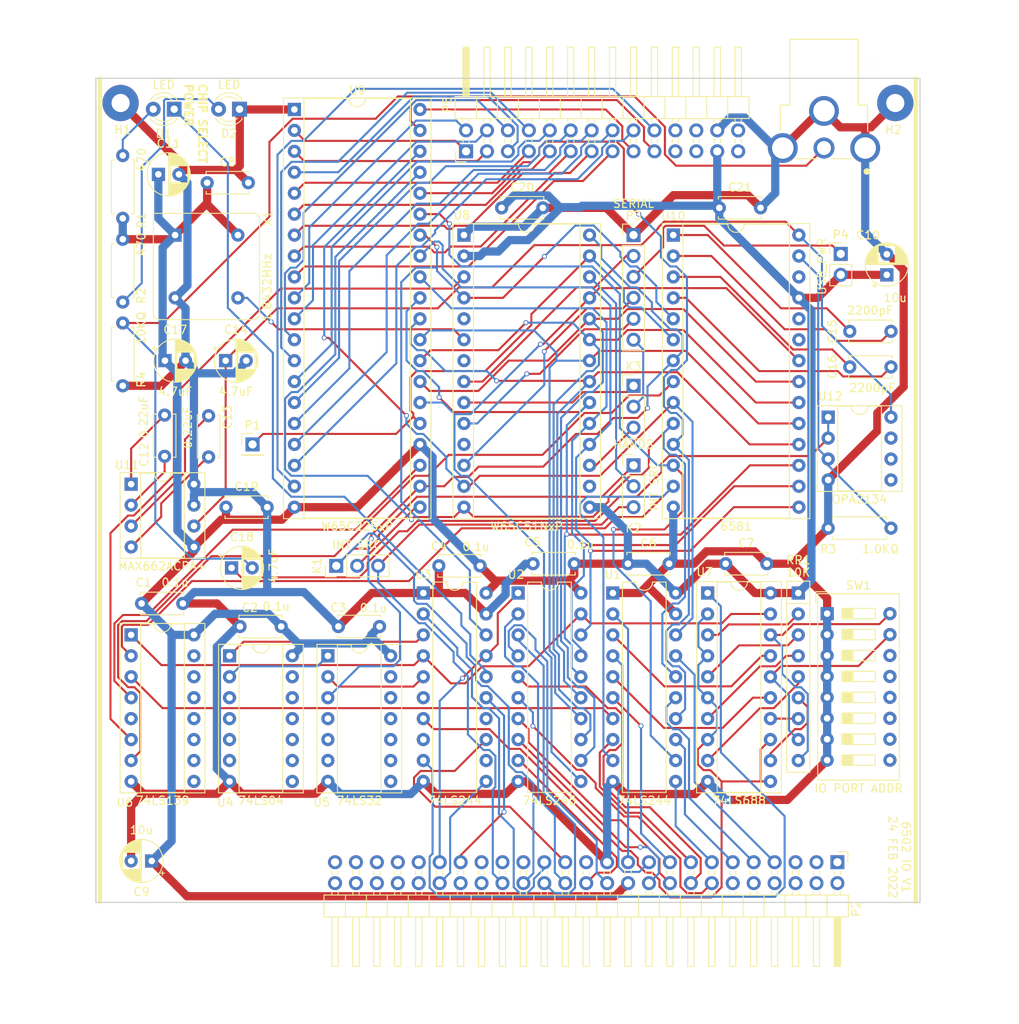
<source format=kicad_pcb>
(kicad_pcb (version 20171130) (host pcbnew "(5.1.10-1-10_14)")
  (layers (0 F.Cu signal) (31 B.Cu signal) (34 B.Paste user) (35 F.Paste user) (36 B.SilkS user) (37 F.SilkS user) (38 B.Mask user) (39 F.Mask user) (44 Edge.Cuts user))
  (net 0 "")
  (net 1 VCC)
  (net 2 GND)
  (net 3 "Net-(RR1-Pad2)")
  (net 4 "Net-(RR1-Pad3)")
  (net 5 "Net-(RR1-Pad4)")
  (net 6 "Net-(RR1-Pad5)")
  (net 7 "Net-(RR1-Pad6)")
  (net 8 "Net-(RR1-Pad7)")
  (net 9 "Net-(RR1-Pad8)")
  (net 10 "Net-(RR1-Pad9)")
  (net 11 "Net-(D1-Pad2)")
  (net 12 "Net-(D2-Pad2)")
  (net 13 /688SEL#)
  (net 14 "Net-(C12-Pad2)")
  (net 15 "Net-(C12-Pad1)")
  (net 16 "Net-(C13-Pad2)")
  (net 17 "Net-(C13-Pad1)")
  (net 18 +12V)
  (net 19 "Net-(C15-Pad2)")
  (net 20 "Net-(C15-Pad1)")
  (net 21 "Net-(C16-Pad2)")
  (net 22 "Net-(C16-Pad1)")
  (net 23 "Net-(C18-Pad2)")
  (net 24 "Net-(C18-Pad1)")
  (net 25 "Net-(D1-Pad1)")
  (net 26 NMI#)
  (net 27 IRQV#)
  (net 28 INT#)
  (net 29 IRQA#)
  (net 30 DSR)
  (net 31 "Net-(K3-Pad2)")
  (net 32 CTS)
  (net 33 SPARE8)
  (net 34 SPARE7)
  (net 35 SPARE6)
  (net 36 SPARE5)
  (net 37 SPARE4)
  (net 38 SPARE3)
  (net 39 SPARE2)
  (net 40 SPARE1)
  (net 41 SPARE0)
  (net 42 SLAVE_CLK)
  (net 43 IORQ#)
  (net 44 RD#)
  (net 45 MREQ#)
  (net 46 WR#)
  (net 47 HALT#)
  (net 48 BUSACK#)
  (net 49 WAIT#)
  (net 50 BUSRQ#)
  (net 51 D1)
  (net 52 RESET#)
  (net 53 D0)
  (net 54 M1#)
  (net 55 D7)
  (net 56 RFSH#)
  (net 57 D2)
  (net 58 A0)
  (net 59 D6)
  (net 60 A1)
  (net 61 D5)
  (net 62 A2)
  (net 63 D3)
  (net 64 A3)
  (net 65 D4)
  (net 66 A4)
  (net 67 CLK)
  (net 68 A5)
  (net 69 A15)
  (net 70 A6)
  (net 71 A14)
  (net 72 A7)
  (net 73 A13)
  (net 74 A8)
  (net 75 A12)
  (net 76 A9)
  (net 77 A11)
  (net 78 A10)
  (net 79 "Net-(P5-Pad24)")
  (net 80 "Net-(P5-Pad23)")
  (net 81 "Net-(P5-Pad22)")
  (net 82 "Net-(P5-Pad21)")
  (net 83 CB2)
  (net 84 CA2)
  (net 85 CB1)
  (net 86 CA1)
  (net 87 PB7)
  (net 88 PA7)
  (net 89 PB6)
  (net 90 PA6)
  (net 91 PB5)
  (net 92 PA5)
  (net 93 PB4)
  (net 94 PA4)
  (net 95 PB3)
  (net 96 PA3)
  (net 97 PB2)
  (net 98 PA2)
  (net 99 PB1)
  (net 100 PA1)
  (net 101 PB0)
  (net 102 PA0)
  (net 103 "Net-(R3-Pad2)")
  (net 104 "Net-(SW1-Pad14)")
  (net 105 "Net-(SW1-Pad13)")
  (net 106 "Net-(SW1-Pad12)")
  (net 107 "Net-(SW1-Pad11)")
  (net 108 "Net-(SW1-Pad10)")
  (net 109 "Net-(SW1-Pad9)")
  (net 110 bA4)
  (net 111 bA0)
  (net 112 bA5)
  (net 113 bA1)
  (net 114 bA2)
  (net 115 bA3)
  (net 116 BOARD_CS#)
  (net 117 bD0)
  (net 118 bD1)
  (net 119 bD2)
  (net 120 bD3)
  (net 121 bD4)
  (net 122 bD5)
  (net 123 bD6)
  (net 124 bD7)
  (net 125 bRESET#)
  (net 126 "Net-(U3-Pad8)")
  (net 127 "Net-(U3-Pad6)")
  (net 128 bWR#)
  (net 129 "Net-(U3-Pad14)")
  (net 130 bRD#)
  (net 131 "Net-(U3-Pad12)")
  (net 132 "Net-(U8-Pad6)")
  (net 133 bA6)
  (net 134 bA7)
  (net 135 bM1#)
  (net 136 TxD)
  (net 137 RxD)
  (net 138 "Net-(P3-Pad3)")
  (net 139 RTS)
  (net 140 "Net-(U4-Pad2)")
  (net 141 bRW#)
  (net 142 CS_SID#)
  (net 143 CS_ACIA1#)
  (net 144 "Net-(U6-Pad5)")
  (net 145 CS_VIA1#)
  (net 146 "Net-(U8-Pad11)")
  (net 147 "Net-(U8-Pad7)")
  (net 148 "Net-(U8-Pad5)")
  (net 149 "Net-(U8-Pad16)")
  (net 150 "Net-(U10-Pad26)")
  (net 151 "Net-(U10-Pad24)")
  (net 152 "Net-(U10-Pad23)")
  (net 153 SPARE9)
  (module Connector_PinHeader_2.54mm:PinHeader_1x01_P2.54mm_Vertical (layer F.Cu) (at 64.008 90.424)
    (fp_text reference P1 (at 0 -2.33) (layer F.SilkS))
    (fp_text value CONN_1)
    (pad 1 thru_hole rect (at 0 0) (size 1.7 1.7) (drill 1) (layers *.Cu *.Mask) (net 42 SLAVE_CLK))
  )
  (module Capacitor_THT:C_Disc_D5.0mm_W2.5mm_P5.00mm (layer F.Cu) (at 120.65 61.722)
    (fp_text reference C21 (at 2.5 -2.5) (layer F.SilkS))
    (fp_text value 0.1u)
    (pad 2 thru_hole circle (at 5 0) (size 1.6 1.6) (drill 0.8) (layers *.Cu *.Mask) (net 2 GND))
    (pad 1 thru_hole circle (at 0 0) (size 1.6 1.6) (drill 0.8) (layers *.Cu *.Mask) (net 1 VCC))
  )
  (module Capacitor_THT:C_Disc_D5.0mm_W2.5mm_P5.00mm (layer F.Cu) (at 94.234 61.722)
    (fp_text reference C20 (at 2.5 -2.5) (layer F.SilkS))
    (fp_text value 0.1u)
    (pad 2 thru_hole circle (at 5 0) (size 1.6 1.6) (drill 0.8) (layers *.Cu *.Mask) (net 2 GND))
    (pad 1 thru_hole circle (at 0 0) (size 1.6 1.6) (drill 0.8) (layers *.Cu *.Mask) (net 1 VCC))
  )
  (module Capacitor_THT:C_Disc_D5.0mm_W2.5mm_P5.00mm (layer F.Cu) (at 60.786 98.044)
    (fp_text reference C19 (at 2.5 -2.5) (layer F.SilkS))
    (fp_text value 0.1u)
    (pad 2 thru_hole circle (at 5 0) (size 1.6 1.6) (drill 0.8) (layers *.Cu *.Mask) (net 2 GND))
    (pad 1 thru_hole circle (at 0 0) (size 1.6 1.6) (drill 0.8) (layers *.Cu *.Mask) (net 1 VCC))
  )
  (module Connector_PinHeader_2.54mm:PinHeader_2x14_P2.54mm_Horizontal (layer F.Cu) (at 89.916 54.864 90)
    (fp_text reference P5 (at 5.655 -2.27 90) (layer F.SilkS))
    (fp_text value PPI)
    (pad 28 thru_hole oval (at 2.54 33.02 90) (size 1.7 1.7) (drill 1) (layers *.Cu *.Mask))
    (pad 27 thru_hole oval (at 0 33.02 90) (size 1.7 1.7) (drill 1) (layers *.Cu *.Mask))
    (pad 26 thru_hole oval (at 2.54 30.48 90) (size 1.7 1.7) (drill 1) (layers *.Cu *.Mask) (net 2 GND))
    (pad 25 thru_hole oval (at 0 30.48 90) (size 1.7 1.7) (drill 1) (layers *.Cu *.Mask) (net 1 VCC))
    (pad 24 thru_hole oval (at 2.54 27.94 90) (size 1.7 1.7) (drill 1) (layers *.Cu *.Mask) (net 79 "Net-(P5-Pad24)"))
    (pad 23 thru_hole oval (at 0 27.94 90) (size 1.7 1.7) (drill 1) (layers *.Cu *.Mask) (net 80 "Net-(P5-Pad23)"))
    (pad 22 thru_hole oval (at 2.54 25.4 90) (size 1.7 1.7) (drill 1) (layers *.Cu *.Mask) (net 81 "Net-(P5-Pad22)"))
    (pad 21 thru_hole oval (at 0 25.4 90) (size 1.7 1.7) (drill 1) (layers *.Cu *.Mask) (net 82 "Net-(P5-Pad21)"))
    (pad 20 thru_hole oval (at 2.54 22.86 90) (size 1.7 1.7) (drill 1) (layers *.Cu *.Mask) (net 83 CB2))
    (pad 19 thru_hole oval (at 0 22.86 90) (size 1.7 1.7) (drill 1) (layers *.Cu *.Mask) (net 84 CA2))
    (pad 18 thru_hole oval (at 2.54 20.32 90) (size 1.7 1.7) (drill 1) (layers *.Cu *.Mask) (net 85 CB1))
    (pad 17 thru_hole oval (at 0 20.32 90) (size 1.7 1.7) (drill 1) (layers *.Cu *.Mask) (net 86 CA1))
    (pad 16 thru_hole oval (at 2.54 17.78 90) (size 1.7 1.7) (drill 1) (layers *.Cu *.Mask) (net 87 PB7))
    (pad 15 thru_hole oval (at 0 17.78 90) (size 1.7 1.7) (drill 1) (layers *.Cu *.Mask) (net 88 PA7))
    (pad 14 thru_hole oval (at 2.54 15.24 90) (size 1.7 1.7) (drill 1) (layers *.Cu *.Mask) (net 89 PB6))
    (pad 13 thru_hole oval (at 0 15.24 90) (size 1.7 1.7) (drill 1) (layers *.Cu *.Mask) (net 90 PA6))
    (pad 12 thru_hole oval (at 2.54 12.7 90) (size 1.7 1.7) (drill 1) (layers *.Cu *.Mask) (net 91 PB5))
    (pad 11 thru_hole oval (at 0 12.7 90) (size 1.7 1.7) (drill 1) (layers *.Cu *.Mask) (net 92 PA5))
    (pad 10 thru_hole oval (at 2.54 10.16 90) (size 1.7 1.7) (drill 1) (layers *.Cu *.Mask) (net 93 PB4))
    (pad 9 thru_hole oval (at 0 10.16 90) (size 1.7 1.7) (drill 1) (layers *.Cu *.Mask) (net 94 PA4))
    (pad 8 thru_hole oval (at 2.54 7.62 90) (size 1.7 1.7) (drill 1) (layers *.Cu *.Mask) (net 95 PB3))
    (pad 7 thru_hole oval (at 0 7.62 90) (size 1.7 1.7) (drill 1) (layers *.Cu *.Mask) (net 96 PA3))
    (pad 6 thru_hole oval (at 2.54 5.08 90) (size 1.7 1.7) (drill 1) (layers *.Cu *.Mask) (net 97 PB2))
    (pad 5 thru_hole oval (at 0 5.08 90) (size 1.7 1.7) (drill 1) (layers *.Cu *.Mask) (net 98 PA2))
    (pad 4 thru_hole oval (at 2.54 2.54 90) (size 1.7 1.7) (drill 1) (layers *.Cu *.Mask) (net 99 PB1))
    (pad 3 thru_hole oval (at 0 2.54 90) (size 1.7 1.7) (drill 1) (layers *.Cu *.Mask) (net 100 PA1))
    (pad 2 thru_hole oval (at 2.54 0 90) (size 1.7 1.7) (drill 1) (layers *.Cu *.Mask) (net 101 PB0))
    (pad 1 thru_hole rect (at 0 0 90) (size 1.7 1.7) (drill 1) (layers *.Cu *.Mask) (net 102 PA0))
  )
  (module Capacitor_THT:C_Disc_D5.0mm_W2.5mm_P5.00mm (layer F.Cu) (at 50.546 109.728)
    (fp_text reference C1 (at 0.254 -2.54) (layer F.SilkS))
    (fp_text value 0.1u (at 4.064 -2.54) (layer F.SilkS))
    (pad 2 thru_hole circle (at 5 0) (size 1.6 1.6) (drill 0.8) (layers *.Cu *.Mask) (net 2 GND))
    (pad 1 thru_hole circle (at 0 0) (size 1.6 1.6) (drill 0.8) (layers *.Cu *.Mask) (net 1 VCC))
  )
  (module Package_DIP:DIP-20_W7.62mm_Socket (layer F.Cu) (at 119.23 108.46)
    (fp_text reference U7 (at -0.358 -2.542) (layer F.SilkS))
    (fp_text value 74LS688 (at 3.81 25.19) (layer F.SilkS))
    (pad 20 thru_hole oval (at 7.62 0) (size 1.6 1.6) (drill 0.8) (layers *.Cu *.Mask) (net 1 VCC))
    (pad 10 thru_hole oval (at 0 22.86) (size 1.6 1.6) (drill 0.8) (layers *.Cu *.Mask) (net 2 GND))
    (pad 19 thru_hole oval (at 7.62 2.54) (size 1.6 1.6) (drill 0.8) (layers *.Cu *.Mask) (net 116 BOARD_CS#))
    (pad 9 thru_hole oval (at 0 20.32) (size 1.6 1.6) (drill 0.8) (layers *.Cu *.Mask) (net 6 "Net-(RR1-Pad5)"))
    (pad 18 thru_hole oval (at 7.62 5.08) (size 1.6 1.6) (drill 0.8) (layers *.Cu *.Mask) (net 10 "Net-(RR1-Pad9)"))
    (pad 8 thru_hole oval (at 0 17.78) (size 1.6 1.6) (drill 0.8) (layers *.Cu *.Mask) (net 135 bM1#))
    (pad 17 thru_hole oval (at 7.62 7.62) (size 1.6 1.6) (drill 0.8) (layers *.Cu *.Mask) (net 134 bA7))
    (pad 7 thru_hole oval (at 0 15.24) (size 1.6 1.6) (drill 0.8) (layers *.Cu *.Mask) (net 5 "Net-(RR1-Pad4)"))
    (pad 16 thru_hole oval (at 7.62 10.16) (size 1.6 1.6) (drill 0.8) (layers *.Cu *.Mask) (net 9 "Net-(RR1-Pad8)"))
    (pad 6 thru_hole oval (at 0 12.7) (size 1.6 1.6) (drill 0.8) (layers *.Cu *.Mask) (net 135 bM1#))
    (pad 15 thru_hole oval (at 7.62 12.7) (size 1.6 1.6) (drill 0.8) (layers *.Cu *.Mask) (net 133 bA6))
    (pad 5 thru_hole oval (at 0 10.16) (size 1.6 1.6) (drill 0.8) (layers *.Cu *.Mask) (net 4 "Net-(RR1-Pad3)"))
    (pad 14 thru_hole oval (at 7.62 15.24) (size 1.6 1.6) (drill 0.8) (layers *.Cu *.Mask) (net 8 "Net-(RR1-Pad7)"))
    (pad 4 thru_hole oval (at 0 7.62) (size 1.6 1.6) (drill 0.8) (layers *.Cu *.Mask) (net 135 bM1#))
    (pad 13 thru_hole oval (at 7.62 17.78) (size 1.6 1.6) (drill 0.8) (layers *.Cu *.Mask) (net 135 bM1#))
    (pad 3 thru_hole oval (at 0 5.08) (size 1.6 1.6) (drill 0.8) (layers *.Cu *.Mask) (net 3 "Net-(RR1-Pad2)"))
    (pad 12 thru_hole oval (at 7.62 20.32) (size 1.6 1.6) (drill 0.8) (layers *.Cu *.Mask) (net 7 "Net-(RR1-Pad6)"))
    (pad 2 thru_hole oval (at 0 2.54) (size 1.6 1.6) (drill 0.8) (layers *.Cu *.Mask) (net 135 bM1#))
    (pad 11 thru_hole oval (at 7.62 22.86) (size 1.6 1.6) (drill 0.8) (layers *.Cu *.Mask) (net 135 bM1#))
    (pad 1 thru_hole rect (at 0 0) (size 1.6 1.6) (drill 0.8) (layers *.Cu *.Mask) (net 13 /688SEL#))
  )
  (module Package_DIP:DIP-8_W7.62mm_Socket (layer F.Cu) (at 133.858 87.122)
    (fp_text reference U12 (at 0.254 -2.54) (layer F.SilkS))
    (fp_text value OPA2134 (at 3.81 9.95) (layer F.SilkS))
    (pad 8 thru_hole oval (at 7.62 0) (size 1.6 1.6) (drill 0.8) (layers *.Cu *.Mask) (net 18 +12V))
    (pad 4 thru_hole oval (at 0 7.62) (size 1.6 1.6) (drill 0.8) (layers *.Cu *.Mask) (net 2 GND))
    (pad 7 thru_hole oval (at 7.62 2.54) (size 1.6 1.6) (drill 0.8) (layers *.Cu *.Mask))
    (pad 3 thru_hole oval (at 0 5.08) (size 1.6 1.6) (drill 0.8) (layers *.Cu *.Mask) (net 103 "Net-(R3-Pad2)"))
    (pad 6 thru_hole oval (at 7.62 5.08) (size 1.6 1.6) (drill 0.8) (layers *.Cu *.Mask))
    (pad 2 thru_hole oval (at 0 2.54) (size 1.6 1.6) (drill 0.8) (layers *.Cu *.Mask) (net 24 "Net-(C18-Pad1)"))
    (pad 5 thru_hole oval (at 7.62 7.62) (size 1.6 1.6) (drill 0.8) (layers *.Cu *.Mask))
    (pad 1 thru_hole rect (at 0 0) (size 1.6 1.6) (drill 0.8) (layers *.Cu *.Mask) (net 24 "Net-(C18-Pad1)"))
  )
  (module Package_DIP:DIP-8_W7.62mm_Socket (layer F.Cu) (at 49.276 95.25)
    (fp_text reference U11 (at -0.508 -2.33) (layer F.SilkS))
    (fp_text value MAX662ACPA+ (at 3.81 9.95) (layer F.SilkS))
    (pad 8 thru_hole oval (at 7.62 0) (size 1.6 1.6) (drill 0.8) (layers *.Cu *.Mask) (net 2 GND))
    (pad 4 thru_hole oval (at 0 7.62) (size 1.6 1.6) (drill 0.8) (layers *.Cu *.Mask) (net 17 "Net-(C13-Pad1)"))
    (pad 7 thru_hole oval (at 7.62 2.54) (size 1.6 1.6) (drill 0.8) (layers *.Cu *.Mask) (net 2 GND))
    (pad 3 thru_hole oval (at 0 5.08) (size 1.6 1.6) (drill 0.8) (layers *.Cu *.Mask) (net 16 "Net-(C13-Pad2)"))
    (pad 6 thru_hole oval (at 7.62 5.08) (size 1.6 1.6) (drill 0.8) (layers *.Cu *.Mask) (net 18 +12V))
    (pad 2 thru_hole oval (at 0 2.54) (size 1.6 1.6) (drill 0.8) (layers *.Cu *.Mask) (net 15 "Net-(C12-Pad1)"))
    (pad 5 thru_hole oval (at 7.62 7.62) (size 1.6 1.6) (drill 0.8) (layers *.Cu *.Mask) (net 1 VCC))
    (pad 1 thru_hole rect (at 0 0) (size 1.6 1.6) (drill 0.8) (layers *.Cu *.Mask) (net 14 "Net-(C12-Pad2)"))
  )
  (module Package_DIP:DIP-28_W15.24mm_Socket (layer F.Cu) (at 115.062 65.024)
    (fp_text reference U10 (at 0 -2.33) (layer F.SilkS))
    (fp_text value 6581 (at 7.62 35.35) (layer F.SilkS))
    (pad 28 thru_hole oval (at 15.24 0) (size 1.6 1.6) (drill 0.8) (layers *.Cu *.Mask) (net 18 +12V))
    (pad 14 thru_hole oval (at 0 33.02) (size 1.6 1.6) (drill 0.8) (layers *.Cu *.Mask) (net 2 GND))
    (pad 27 thru_hole oval (at 15.24 2.54) (size 1.6 1.6) (drill 0.8) (layers *.Cu *.Mask) (net 103 "Net-(R3-Pad2)"))
    (pad 13 thru_hole oval (at 0 30.48) (size 1.6 1.6) (drill 0.8) (layers *.Cu *.Mask) (net 110 bA4))
    (pad 26 thru_hole oval (at 15.24 5.08) (size 1.6 1.6) (drill 0.8) (layers *.Cu *.Mask) (net 150 "Net-(U10-Pad26)"))
    (pad 12 thru_hole oval (at 0 27.94) (size 1.6 1.6) (drill 0.8) (layers *.Cu *.Mask) (net 115 bA3))
    (pad 25 thru_hole oval (at 15.24 7.62) (size 1.6 1.6) (drill 0.8) (layers *.Cu *.Mask) (net 1 VCC))
    (pad 11 thru_hole oval (at 0 25.4) (size 1.6 1.6) (drill 0.8) (layers *.Cu *.Mask) (net 114 bA2))
    (pad 24 thru_hole oval (at 15.24 10.16) (size 1.6 1.6) (drill 0.8) (layers *.Cu *.Mask) (net 151 "Net-(U10-Pad24)"))
    (pad 10 thru_hole oval (at 0 22.86) (size 1.6 1.6) (drill 0.8) (layers *.Cu *.Mask) (net 113 bA1))
    (pad 23 thru_hole oval (at 15.24 12.7) (size 1.6 1.6) (drill 0.8) (layers *.Cu *.Mask) (net 152 "Net-(U10-Pad23)"))
    (pad 9 thru_hole oval (at 0 20.32) (size 1.6 1.6) (drill 0.8) (layers *.Cu *.Mask) (net 111 bA0))
    (pad 22 thru_hole oval (at 15.24 15.24) (size 1.6 1.6) (drill 0.8) (layers *.Cu *.Mask) (net 124 bD7))
    (pad 8 thru_hole oval (at 0 17.78) (size 1.6 1.6) (drill 0.8) (layers *.Cu *.Mask) (net 142 CS_SID#))
    (pad 21 thru_hole oval (at 15.24 17.78) (size 1.6 1.6) (drill 0.8) (layers *.Cu *.Mask) (net 123 bD6))
    (pad 7 thru_hole oval (at 0 15.24) (size 1.6 1.6) (drill 0.8) (layers *.Cu *.Mask) (net 141 bRW#))
    (pad 20 thru_hole oval (at 15.24 20.32) (size 1.6 1.6) (drill 0.8) (layers *.Cu *.Mask) (net 122 bD5))
    (pad 6 thru_hole oval (at 0 12.7) (size 1.6 1.6) (drill 0.8) (layers *.Cu *.Mask) (net 42 SLAVE_CLK))
    (pad 19 thru_hole oval (at 15.24 22.86) (size 1.6 1.6) (drill 0.8) (layers *.Cu *.Mask) (net 121 bD4))
    (pad 5 thru_hole oval (at 0 10.16) (size 1.6 1.6) (drill 0.8) (layers *.Cu *.Mask) (net 125 bRESET#))
    (pad 18 thru_hole oval (at 15.24 25.4) (size 1.6 1.6) (drill 0.8) (layers *.Cu *.Mask) (net 120 bD3))
    (pad 4 thru_hole oval (at 0 7.62) (size 1.6 1.6) (drill 0.8) (layers *.Cu *.Mask) (net 21 "Net-(C16-Pad2)"))
    (pad 17 thru_hole oval (at 15.24 27.94) (size 1.6 1.6) (drill 0.8) (layers *.Cu *.Mask) (net 119 bD2))
    (pad 3 thru_hole oval (at 0 5.08) (size 1.6 1.6) (drill 0.8) (layers *.Cu *.Mask) (net 22 "Net-(C16-Pad1)"))
    (pad 16 thru_hole oval (at 15.24 30.48) (size 1.6 1.6) (drill 0.8) (layers *.Cu *.Mask) (net 118 bD1))
    (pad 2 thru_hole oval (at 0 2.54) (size 1.6 1.6) (drill 0.8) (layers *.Cu *.Mask) (net 19 "Net-(C15-Pad2)"))
    (pad 15 thru_hole oval (at 15.24 33.02) (size 1.6 1.6) (drill 0.8) (layers *.Cu *.Mask) (net 117 bD0))
    (pad 1 thru_hole rect (at 0 0) (size 1.6 1.6) (drill 0.8) (layers *.Cu *.Mask) (net 20 "Net-(C15-Pad1)"))
  )
  (module Package_DIP:DIP-40_W15.24mm_Socket (layer F.Cu) (at 69.088 49.784)
    (fp_text reference U9 (at 7.62 -2.33) (layer F.SilkS))
    (fp_text value W65C22SxP (at 7.62 50.59) (layer F.SilkS))
    (pad 40 thru_hole oval (at 15.24 0) (size 1.6 1.6) (drill 0.8) (layers *.Cu *.Mask) (net 86 CA1))
    (pad 20 thru_hole oval (at 0 48.26) (size 1.6 1.6) (drill 0.8) (layers *.Cu *.Mask) (net 1 VCC))
    (pad 39 thru_hole oval (at 15.24 2.54) (size 1.6 1.6) (drill 0.8) (layers *.Cu *.Mask) (net 84 CA2))
    (pad 19 thru_hole oval (at 0 45.72) (size 1.6 1.6) (drill 0.8) (layers *.Cu *.Mask) (net 83 CB2))
    (pad 38 thru_hole oval (at 15.24 5.08) (size 1.6 1.6) (drill 0.8) (layers *.Cu *.Mask) (net 111 bA0))
    (pad 18 thru_hole oval (at 0 43.18) (size 1.6 1.6) (drill 0.8) (layers *.Cu *.Mask) (net 85 CB1))
    (pad 37 thru_hole oval (at 15.24 7.62) (size 1.6 1.6) (drill 0.8) (layers *.Cu *.Mask) (net 113 bA1))
    (pad 17 thru_hole oval (at 0 40.64) (size 1.6 1.6) (drill 0.8) (layers *.Cu *.Mask) (net 87 PB7))
    (pad 36 thru_hole oval (at 15.24 10.16) (size 1.6 1.6) (drill 0.8) (layers *.Cu *.Mask) (net 114 bA2))
    (pad 16 thru_hole oval (at 0 38.1) (size 1.6 1.6) (drill 0.8) (layers *.Cu *.Mask) (net 89 PB6))
    (pad 35 thru_hole oval (at 15.24 12.7) (size 1.6 1.6) (drill 0.8) (layers *.Cu *.Mask) (net 115 bA3))
    (pad 15 thru_hole oval (at 0 35.56) (size 1.6 1.6) (drill 0.8) (layers *.Cu *.Mask) (net 91 PB5))
    (pad 34 thru_hole oval (at 15.24 15.24) (size 1.6 1.6) (drill 0.8) (layers *.Cu *.Mask) (net 125 bRESET#))
    (pad 14 thru_hole oval (at 0 33.02) (size 1.6 1.6) (drill 0.8) (layers *.Cu *.Mask) (net 93 PB4))
    (pad 33 thru_hole oval (at 15.24 17.78) (size 1.6 1.6) (drill 0.8) (layers *.Cu *.Mask) (net 117 bD0))
    (pad 13 thru_hole oval (at 0 30.48) (size 1.6 1.6) (drill 0.8) (layers *.Cu *.Mask) (net 95 PB3))
    (pad 32 thru_hole oval (at 15.24 20.32) (size 1.6 1.6) (drill 0.8) (layers *.Cu *.Mask) (net 118 bD1))
    (pad 12 thru_hole oval (at 0 27.94) (size 1.6 1.6) (drill 0.8) (layers *.Cu *.Mask) (net 97 PB2))
    (pad 31 thru_hole oval (at 15.24 22.86) (size 1.6 1.6) (drill 0.8) (layers *.Cu *.Mask) (net 119 bD2))
    (pad 11 thru_hole oval (at 0 25.4) (size 1.6 1.6) (drill 0.8) (layers *.Cu *.Mask) (net 99 PB1))
    (pad 30 thru_hole oval (at 15.24 25.4) (size 1.6 1.6) (drill 0.8) (layers *.Cu *.Mask) (net 120 bD3))
    (pad 10 thru_hole oval (at 0 22.86) (size 1.6 1.6) (drill 0.8) (layers *.Cu *.Mask) (net 101 PB0))
    (pad 29 thru_hole oval (at 15.24 27.94) (size 1.6 1.6) (drill 0.8) (layers *.Cu *.Mask) (net 121 bD4))
    (pad 9 thru_hole oval (at 0 20.32) (size 1.6 1.6) (drill 0.8) (layers *.Cu *.Mask) (net 88 PA7))
    (pad 28 thru_hole oval (at 15.24 30.48) (size 1.6 1.6) (drill 0.8) (layers *.Cu *.Mask) (net 122 bD5))
    (pad 8 thru_hole oval (at 0 17.78) (size 1.6 1.6) (drill 0.8) (layers *.Cu *.Mask) (net 90 PA6))
    (pad 27 thru_hole oval (at 15.24 33.02) (size 1.6 1.6) (drill 0.8) (layers *.Cu *.Mask) (net 123 bD6))
    (pad 7 thru_hole oval (at 0 15.24) (size 1.6 1.6) (drill 0.8) (layers *.Cu *.Mask) (net 92 PA5))
    (pad 26 thru_hole oval (at 15.24 35.56) (size 1.6 1.6) (drill 0.8) (layers *.Cu *.Mask) (net 124 bD7))
    (pad 6 thru_hole oval (at 0 12.7) (size 1.6 1.6) (drill 0.8) (layers *.Cu *.Mask) (net 94 PA4))
    (pad 25 thru_hole oval (at 15.24 38.1) (size 1.6 1.6) (drill 0.8) (layers *.Cu *.Mask) (net 42 SLAVE_CLK))
    (pad 5 thru_hole oval (at 0 10.16) (size 1.6 1.6) (drill 0.8) (layers *.Cu *.Mask) (net 96 PA3))
    (pad 24 thru_hole oval (at 15.24 40.64) (size 1.6 1.6) (drill 0.8) (layers *.Cu *.Mask) (net 1 VCC))
    (pad 4 thru_hole oval (at 0 7.62) (size 1.6 1.6) (drill 0.8) (layers *.Cu *.Mask) (net 98 PA2))
    (pad 23 thru_hole oval (at 15.24 43.18) (size 1.6 1.6) (drill 0.8) (layers *.Cu *.Mask) (net 145 CS_VIA1#))
    (pad 3 thru_hole oval (at 0 5.08) (size 1.6 1.6) (drill 0.8) (layers *.Cu *.Mask) (net 100 PA1))
    (pad 22 thru_hole oval (at 15.24 45.72) (size 1.6 1.6) (drill 0.8) (layers *.Cu *.Mask) (net 141 bRW#))
    (pad 2 thru_hole oval (at 0 2.54) (size 1.6 1.6) (drill 0.8) (layers *.Cu *.Mask) (net 102 PA0))
    (pad 21 thru_hole oval (at 15.24 48.26) (size 1.6 1.6) (drill 0.8) (layers *.Cu *.Mask) (net 27 IRQV#))
    (pad 1 thru_hole rect (at 0 0) (size 1.6 1.6) (drill 0.8) (layers *.Cu *.Mask) (net 2 GND))
  )
  (module Package_DIP:DIP-28_W15.24mm_Socket (layer F.Cu) (at 89.662 65.024)
    (fp_text reference U8 (at -0.254 -2.398) (layer F.SilkS))
    (fp_text value W65C51NxP (at 7.62 35.35) (layer F.SilkS))
    (pad 28 thru_hole oval (at 15.24 0) (size 1.6 1.6) (drill 0.8) (layers *.Cu *.Mask) (net 141 bRW#))
    (pad 14 thru_hole oval (at 0 33.02) (size 1.6 1.6) (drill 0.8) (layers *.Cu *.Mask) (net 113 bA1))
    (pad 27 thru_hole oval (at 15.24 2.54) (size 1.6 1.6) (drill 0.8) (layers *.Cu *.Mask) (net 42 SLAVE_CLK))
    (pad 13 thru_hole oval (at 0 30.48) (size 1.6 1.6) (drill 0.8) (layers *.Cu *.Mask) (net 111 bA0))
    (pad 26 thru_hole oval (at 15.24 5.08) (size 1.6 1.6) (drill 0.8) (layers *.Cu *.Mask) (net 29 IRQA#))
    (pad 12 thru_hole oval (at 0 27.94) (size 1.6 1.6) (drill 0.8) (layers *.Cu *.Mask) (net 137 RxD))
    (pad 25 thru_hole oval (at 15.24 7.62) (size 1.6 1.6) (drill 0.8) (layers *.Cu *.Mask) (net 124 bD7))
    (pad 11 thru_hole oval (at 0 25.4) (size 1.6 1.6) (drill 0.8) (layers *.Cu *.Mask) (net 146 "Net-(U8-Pad11)"))
    (pad 24 thru_hole oval (at 15.24 10.16) (size 1.6 1.6) (drill 0.8) (layers *.Cu *.Mask) (net 123 bD6))
    (pad 10 thru_hole oval (at 0 22.86) (size 1.6 1.6) (drill 0.8) (layers *.Cu *.Mask) (net 136 TxD))
    (pad 23 thru_hole oval (at 15.24 12.7) (size 1.6 1.6) (drill 0.8) (layers *.Cu *.Mask) (net 122 bD5))
    (pad 9 thru_hole oval (at 0 20.32) (size 1.6 1.6) (drill 0.8) (layers *.Cu *.Mask) (net 32 CTS))
    (pad 22 thru_hole oval (at 15.24 15.24) (size 1.6 1.6) (drill 0.8) (layers *.Cu *.Mask) (net 121 bD4))
    (pad 8 thru_hole oval (at 0 17.78) (size 1.6 1.6) (drill 0.8) (layers *.Cu *.Mask) (net 139 RTS))
    (pad 21 thru_hole oval (at 15.24 17.78) (size 1.6 1.6) (drill 0.8) (layers *.Cu *.Mask) (net 120 bD3))
    (pad 7 thru_hole oval (at 0 15.24) (size 1.6 1.6) (drill 0.8) (layers *.Cu *.Mask) (net 147 "Net-(U8-Pad7)"))
    (pad 20 thru_hole oval (at 15.24 20.32) (size 1.6 1.6) (drill 0.8) (layers *.Cu *.Mask) (net 119 bD2))
    (pad 6 thru_hole oval (at 0 12.7) (size 1.6 1.6) (drill 0.8) (layers *.Cu *.Mask) (net 132 "Net-(U8-Pad6)"))
    (pad 19 thru_hole oval (at 15.24 22.86) (size 1.6 1.6) (drill 0.8) (layers *.Cu *.Mask) (net 118 bD1))
    (pad 5 thru_hole oval (at 0 10.16) (size 1.6 1.6) (drill 0.8) (layers *.Cu *.Mask) (net 148 "Net-(U8-Pad5)"))
    (pad 18 thru_hole oval (at 15.24 25.4) (size 1.6 1.6) (drill 0.8) (layers *.Cu *.Mask) (net 117 bD0))
    (pad 4 thru_hole oval (at 0 7.62) (size 1.6 1.6) (drill 0.8) (layers *.Cu *.Mask) (net 125 bRESET#))
    (pad 17 thru_hole oval (at 15.24 27.94) (size 1.6 1.6) (drill 0.8) (layers *.Cu *.Mask) (net 30 DSR))
    (pad 3 thru_hole oval (at 0 5.08) (size 1.6 1.6) (drill 0.8) (layers *.Cu *.Mask) (net 143 CS_ACIA1#))
    (pad 16 thru_hole oval (at 15.24 30.48) (size 1.6 1.6) (drill 0.8) (layers *.Cu *.Mask) (net 149 "Net-(U8-Pad16)"))
    (pad 2 thru_hole oval (at 0 2.54) (size 1.6 1.6) (drill 0.8) (layers *.Cu *.Mask) (net 1 VCC))
    (pad 15 thru_hole oval (at 15.24 33.02) (size 1.6 1.6) (drill 0.8) (layers *.Cu *.Mask) (net 1 VCC))
    (pad 1 thru_hole rect (at 0 0) (size 1.6 1.6) (drill 0.8) (layers *.Cu *.Mask) (net 2 GND))
  )
  (module Package_DIP:DIP-16_W7.62mm_Socket (layer F.Cu) (at 49.276 113.538)
    (fp_text reference U6 (at -0.762 20.32) (layer F.SilkS))
    (fp_text value 74LS139 (at 3.81 20.11) (layer F.SilkS))
    (pad 16 thru_hole oval (at 7.62 0) (size 1.6 1.6) (drill 0.8) (layers *.Cu *.Mask) (net 1 VCC))
    (pad 8 thru_hole oval (at 0 17.78) (size 1.6 1.6) (drill 0.8) (layers *.Cu *.Mask) (net 2 GND))
    (pad 15 thru_hole oval (at 7.62 2.54) (size 1.6 1.6) (drill 0.8) (layers *.Cu *.Mask))
    (pad 7 thru_hole oval (at 0 15.24) (size 1.6 1.6) (drill 0.8) (layers *.Cu *.Mask) (net 142 CS_SID#))
    (pad 14 thru_hole oval (at 7.62 5.08) (size 1.6 1.6) (drill 0.8) (layers *.Cu *.Mask))
    (pad 6 thru_hole oval (at 0 12.7) (size 1.6 1.6) (drill 0.8) (layers *.Cu *.Mask) (net 143 CS_ACIA1#))
    (pad 13 thru_hole oval (at 7.62 7.62) (size 1.6 1.6) (drill 0.8) (layers *.Cu *.Mask))
    (pad 5 thru_hole oval (at 0 10.16) (size 1.6 1.6) (drill 0.8) (layers *.Cu *.Mask) (net 144 "Net-(U6-Pad5)"))
    (pad 12 thru_hole oval (at 7.62 10.16) (size 1.6 1.6) (drill 0.8) (layers *.Cu *.Mask))
    (pad 4 thru_hole oval (at 0 7.62) (size 1.6 1.6) (drill 0.8) (layers *.Cu *.Mask) (net 145 CS_VIA1#))
    (pad 11 thru_hole oval (at 7.62 12.7) (size 1.6 1.6) (drill 0.8) (layers *.Cu *.Mask))
    (pad 3 thru_hole oval (at 0 5.08) (size 1.6 1.6) (drill 0.8) (layers *.Cu *.Mask) (net 112 bA5))
    (pad 10 thru_hole oval (at 7.62 15.24) (size 1.6 1.6) (drill 0.8) (layers *.Cu *.Mask))
    (pad 2 thru_hole oval (at 0 2.54) (size 1.6 1.6) (drill 0.8) (layers *.Cu *.Mask) (net 110 bA4))
    (pad 9 thru_hole oval (at 7.62 17.78) (size 1.6 1.6) (drill 0.8) (layers *.Cu *.Mask))
    (pad 1 thru_hole rect (at 0 0) (size 1.6 1.6) (drill 0.8) (layers *.Cu *.Mask) (net 116 BOARD_CS#))
  )
  (module Package_DIP:DIP-14_W7.62mm_Socket (layer F.Cu) (at 73.152 116.078)
    (fp_text reference U5 (at -0.762 17.78) (layer F.SilkS))
    (fp_text value 74LS32 (at 3.81 17.57) (layer F.SilkS))
    (pad 14 thru_hole oval (at 7.62 0) (size 1.6 1.6) (drill 0.8) (layers *.Cu *.Mask) (net 1 VCC))
    (pad 7 thru_hole oval (at 0 15.24) (size 1.6 1.6) (drill 0.8) (layers *.Cu *.Mask) (net 2 GND))
    (pad 13 thru_hole oval (at 7.62 2.54) (size 1.6 1.6) (drill 0.8) (layers *.Cu *.Mask))
    (pad 6 thru_hole oval (at 0 12.7) (size 1.6 1.6) (drill 0.8) (layers *.Cu *.Mask))
    (pad 12 thru_hole oval (at 7.62 5.08) (size 1.6 1.6) (drill 0.8) (layers *.Cu *.Mask))
    (pad 5 thru_hole oval (at 0 10.16) (size 1.6 1.6) (drill 0.8) (layers *.Cu *.Mask))
    (pad 11 thru_hole oval (at 7.62 7.62) (size 1.6 1.6) (drill 0.8) (layers *.Cu *.Mask))
    (pad 4 thru_hole oval (at 0 7.62) (size 1.6 1.6) (drill 0.8) (layers *.Cu *.Mask))
    (pad 10 thru_hole oval (at 7.62 10.16) (size 1.6 1.6) (drill 0.8) (layers *.Cu *.Mask))
    (pad 3 thru_hole oval (at 0 5.08) (size 1.6 1.6) (drill 0.8) (layers *.Cu *.Mask) (net 141 bRW#))
    (pad 9 thru_hole oval (at 7.62 12.7) (size 1.6 1.6) (drill 0.8) (layers *.Cu *.Mask))
    (pad 2 thru_hole oval (at 0 2.54) (size 1.6 1.6) (drill 0.8) (layers *.Cu *.Mask) (net 128 bWR#))
    (pad 8 thru_hole oval (at 7.62 15.24) (size 1.6 1.6) (drill 0.8) (layers *.Cu *.Mask))
    (pad 1 thru_hole rect (at 0 0) (size 1.6 1.6) (drill 0.8) (layers *.Cu *.Mask) (net 140 "Net-(U4-Pad2)"))
  )
  (module Package_DIP:DIP-14_W7.62mm_Socket (layer F.Cu) (at 61.214 116.078)
    (fp_text reference U4 (at -0.508 17.78) (layer F.SilkS))
    (fp_text value 74LS04 (at 3.81 17.57) (layer F.SilkS))
    (pad 14 thru_hole oval (at 7.62 0) (size 1.6 1.6) (drill 0.8) (layers *.Cu *.Mask) (net 1 VCC))
    (pad 7 thru_hole oval (at 0 15.24) (size 1.6 1.6) (drill 0.8) (layers *.Cu *.Mask) (net 2 GND))
    (pad 13 thru_hole oval (at 7.62 2.54) (size 1.6 1.6) (drill 0.8) (layers *.Cu *.Mask))
    (pad 6 thru_hole oval (at 0 12.7) (size 1.6 1.6) (drill 0.8) (layers *.Cu *.Mask))
    (pad 12 thru_hole oval (at 7.62 5.08) (size 1.6 1.6) (drill 0.8) (layers *.Cu *.Mask))
    (pad 5 thru_hole oval (at 0 10.16) (size 1.6 1.6) (drill 0.8) (layers *.Cu *.Mask))
    (pad 11 thru_hole oval (at 7.62 7.62) (size 1.6 1.6) (drill 0.8) (layers *.Cu *.Mask))
    (pad 4 thru_hole oval (at 0 7.62) (size 1.6 1.6) (drill 0.8) (layers *.Cu *.Mask))
    (pad 10 thru_hole oval (at 7.62 10.16) (size 1.6 1.6) (drill 0.8) (layers *.Cu *.Mask))
    (pad 3 thru_hole oval (at 0 5.08) (size 1.6 1.6) (drill 0.8) (layers *.Cu *.Mask))
    (pad 9 thru_hole oval (at 7.62 12.7) (size 1.6 1.6) (drill 0.8) (layers *.Cu *.Mask))
    (pad 2 thru_hole oval (at 0 2.54) (size 1.6 1.6) (drill 0.8) (layers *.Cu *.Mask) (net 140 "Net-(U4-Pad2)"))
    (pad 8 thru_hole oval (at 7.62 15.24) (size 1.6 1.6) (drill 0.8) (layers *.Cu *.Mask))
    (pad 1 thru_hole rect (at 0 0) (size 1.6 1.6) (drill 0.8) (layers *.Cu *.Mask) (net 130 bRD#))
  )
  (module Connector_PinHeader_2.54mm:PinHeader_1x02_P2.54mm_Vertical (layer F.Cu) (at 135.382 67.31)
    (fp_text reference P4 (at 0 -2.33) (layer F.SilkS))
    (fp_text value USB_PWR (at -2.286 1.524 90) (layer F.SilkS))
    (pad 2 thru_hole oval (at 0 2.54) (size 1.7 1.7) (drill 1) (layers *.Cu *.Mask) (net 1 VCC))
    (pad 1 thru_hole rect (at 0 0) (size 1.7 1.7) (drill 1) (layers *.Cu *.Mask) (net 138 "Net-(P3-Pad3)"))
  )
  (module Connector_PinHeader_2.54mm:PinHeader_1x06_P2.54mm_Vertical (layer F.Cu) (at 110.236 65.024)
    (fp_text reference P3 (at 0 -2.33) (layer F.SilkS))
    (fp_text value SERIAL (at 0 -3.81) (layer F.SilkS))
    (pad 6 thru_hole oval (at 0 12.7) (size 1.7 1.7) (drill 1) (layers *.Cu *.Mask) (net 31 "Net-(K3-Pad2)"))
    (pad 5 thru_hole oval (at 0 10.16) (size 1.7 1.7) (drill 1) (layers *.Cu *.Mask) (net 136 TxD))
    (pad 4 thru_hole oval (at 0 7.62) (size 1.7 1.7) (drill 1) (layers *.Cu *.Mask) (net 137 RxD))
    (pad 3 thru_hole oval (at 0 5.08) (size 1.7 1.7) (drill 1) (layers *.Cu *.Mask) (net 138 "Net-(P3-Pad3)"))
    (pad 2 thru_hole oval (at 0 2.54) (size 1.7 1.7) (drill 1) (layers *.Cu *.Mask) (net 139 RTS))
    (pad 1 thru_hole rect (at 0 0) (size 1.7 1.7) (drill 1) (layers *.Cu *.Mask) (net 2 GND))
  )
  (module Oscillator:Oscillator_DIP-8 (layer F.Cu) (at 54.61 65.024 270)
    (fp_text reference X1 (at -2.032 -11.26 90) (layer F.SilkS))
    (fp_text value 1.8432MHz (at 6.35 -11.176 90) (layer F.SilkS))
    (pad 4 thru_hole circle (at 7.62 0 270) (size 1.6 1.6) (drill 0.8) (layers *.Cu *.Mask) (net 2 GND))
    (pad 5 thru_hole circle (at 7.62 -7.62 270) (size 1.6 1.6) (drill 0.8) (layers *.Cu *.Mask) (net 132 "Net-(U8-Pad6)"))
    (pad 8 thru_hole circle (at 0 -7.62 270) (size 1.6 1.6) (drill 0.8) (layers *.Cu *.Mask) (net 1 VCC))
    (pad 1 thru_hole rect (at 0 0 270) (size 1.6 1.6) (drill 0.8) (layers *.Cu *.Mask) (net 1 VCC))
  )
  (module Resistor_THT:R_Axial_DIN0207_L6.3mm_D2.5mm_P7.62mm_Horizontal (layer F.Cu) (at 133.858 100.584)
    (fp_text reference R3 (at 0 2.54) (layer F.SilkS))
    (fp_text value 1.0KQ (at 6.35 2.54) (layer F.SilkS))
    (pad 2 thru_hole oval (at 7.62 0) (size 1.6 1.6) (drill 0.8) (layers *.Cu *.Mask) (net 103 "Net-(R3-Pad2)"))
    (pad 1 thru_hole circle (at 0 0) (size 1.6 1.6) (drill 0.8) (layers *.Cu *.Mask) (net 2 GND))
  )
  (module Connector_PinHeader_2.54mm:PinHeader_2x25_P2.54mm_Horizontal (layer F.Cu) (at 134.976 141.122 270)
    (fp_text reference P2 (at 5.655 -2.27 90) (layer F.SilkS))
    (fp_text value "Z80 BUS INTERFACE")
    (pad 50 thru_hole oval (at 2.54 60.96 270) (size 1.7 1.7) (drill 1) (layers *.Cu *.Mask) (net 37 SPARE4))
    (pad 49 thru_hole oval (at 0 60.96 270) (size 1.7 1.7) (drill 1) (layers *.Cu *.Mask) (net 36 SPARE5))
    (pad 48 thru_hole oval (at 2.54 58.42 270) (size 1.7 1.7) (drill 1) (layers *.Cu *.Mask) (net 38 SPARE3))
    (pad 47 thru_hole oval (at 0 58.42 270) (size 1.7 1.7) (drill 1) (layers *.Cu *.Mask) (net 35 SPARE6))
    (pad 46 thru_hole oval (at 2.54 55.88 270) (size 1.7 1.7) (drill 1) (layers *.Cu *.Mask) (net 39 SPARE2))
    (pad 45 thru_hole oval (at 0 55.88 270) (size 1.7 1.7) (drill 1) (layers *.Cu *.Mask) (net 34 SPARE7))
    (pad 44 thru_hole oval (at 2.54 53.34 270) (size 1.7 1.7) (drill 1) (layers *.Cu *.Mask) (net 40 SPARE1))
    (pad 43 thru_hole oval (at 0 53.34 270) (size 1.7 1.7) (drill 1) (layers *.Cu *.Mask) (net 33 SPARE8))
    (pad 42 thru_hole oval (at 2.54 50.8 270) (size 1.7 1.7) (drill 1) (layers *.Cu *.Mask) (net 41 SPARE0))
    (pad 41 thru_hole oval (at 0 50.8 270) (size 1.7 1.7) (drill 1) (layers *.Cu *.Mask) (net 153 SPARE9))
    (pad 40 thru_hole oval (at 2.54 48.26 270) (size 1.7 1.7) (drill 1) (layers *.Cu *.Mask) (net 43 IORQ#))
    (pad 39 thru_hole oval (at 0 48.26 270) (size 1.7 1.7) (drill 1) (layers *.Cu *.Mask) (net 44 RD#))
    (pad 38 thru_hole oval (at 2.54 45.72 270) (size 1.7 1.7) (drill 1) (layers *.Cu *.Mask) (net 45 MREQ#))
    (pad 37 thru_hole oval (at 0 45.72 270) (size 1.7 1.7) (drill 1) (layers *.Cu *.Mask) (net 46 WR#))
    (pad 36 thru_hole oval (at 2.54 43.18 270) (size 1.7 1.7) (drill 1) (layers *.Cu *.Mask) (net 47 HALT#))
    (pad 35 thru_hole oval (at 0 43.18 270) (size 1.7 1.7) (drill 1) (layers *.Cu *.Mask) (net 48 BUSACK#))
    (pad 34 thru_hole oval (at 2.54 40.64 270) (size 1.7 1.7) (drill 1) (layers *.Cu *.Mask) (net 26 NMI#))
    (pad 33 thru_hole oval (at 0 40.64 270) (size 1.7 1.7) (drill 1) (layers *.Cu *.Mask) (net 49 WAIT#))
    (pad 32 thru_hole oval (at 2.54 38.1 270) (size 1.7 1.7) (drill 1) (layers *.Cu *.Mask) (net 28 INT#))
    (pad 31 thru_hole oval (at 0 38.1 270) (size 1.7 1.7) (drill 1) (layers *.Cu *.Mask) (net 50 BUSRQ#))
    (pad 30 thru_hole oval (at 2.54 35.56 270) (size 1.7 1.7) (drill 1) (layers *.Cu *.Mask) (net 51 D1))
    (pad 29 thru_hole oval (at 0 35.56 270) (size 1.7 1.7) (drill 1) (layers *.Cu *.Mask) (net 52 RESET#))
    (pad 28 thru_hole oval (at 2.54 33.02 270) (size 1.7 1.7) (drill 1) (layers *.Cu *.Mask) (net 53 D0))
    (pad 27 thru_hole oval (at 0 33.02 270) (size 1.7 1.7) (drill 1) (layers *.Cu *.Mask) (net 54 M1#))
    (pad 26 thru_hole oval (at 2.54 30.48 270) (size 1.7 1.7) (drill 1) (layers *.Cu *.Mask) (net 55 D7))
    (pad 25 thru_hole oval (at 0 30.48 270) (size 1.7 1.7) (drill 1) (layers *.Cu *.Mask) (net 56 RFSH#))
    (pad 24 thru_hole oval (at 2.54 27.94 270) (size 1.7 1.7) (drill 1) (layers *.Cu *.Mask) (net 57 D2))
    (pad 23 thru_hole oval (at 0 27.94 270) (size 1.7 1.7) (drill 1) (layers *.Cu *.Mask) (net 2 GND))
    (pad 22 thru_hole oval (at 2.54 25.4 270) (size 1.7 1.7) (drill 1) (layers *.Cu *.Mask) (net 1 VCC))
    (pad 21 thru_hole oval (at 0 25.4 270) (size 1.7 1.7) (drill 1) (layers *.Cu *.Mask) (net 58 A0))
    (pad 20 thru_hole oval (at 2.54 22.86 270) (size 1.7 1.7) (drill 1) (layers *.Cu *.Mask) (net 59 D6))
    (pad 19 thru_hole oval (at 0 22.86 270) (size 1.7 1.7) (drill 1) (layers *.Cu *.Mask) (net 60 A1))
    (pad 18 thru_hole oval (at 2.54 20.32 270) (size 1.7 1.7) (drill 1) (layers *.Cu *.Mask) (net 61 D5))
    (pad 17 thru_hole oval (at 0 20.32 270) (size 1.7 1.7) (drill 1) (layers *.Cu *.Mask) (net 62 A2))
    (pad 16 thru_hole oval (at 2.54 17.78 270) (size 1.7 1.7) (drill 1) (layers *.Cu *.Mask) (net 63 D3))
    (pad 15 thru_hole oval (at 0 17.78 270) (size 1.7 1.7) (drill 1) (layers *.Cu *.Mask) (net 64 A3))
    (pad 14 thru_hole oval (at 2.54 15.24 270) (size 1.7 1.7) (drill 1) (layers *.Cu *.Mask) (net 65 D4))
    (pad 13 thru_hole oval (at 0 15.24 270) (size 1.7 1.7) (drill 1) (layers *.Cu *.Mask) (net 66 A4))
    (pad 12 thru_hole oval (at 2.54 12.7 270) (size 1.7 1.7) (drill 1) (layers *.Cu *.Mask) (net 67 CLK))
    (pad 11 thru_hole oval (at 0 12.7 270) (size 1.7 1.7) (drill 1) (layers *.Cu *.Mask) (net 68 A5))
    (pad 10 thru_hole oval (at 2.54 10.16 270) (size 1.7 1.7) (drill 1) (layers *.Cu *.Mask) (net 69 A15))
    (pad 9 thru_hole oval (at 0 10.16 270) (size 1.7 1.7) (drill 1) (layers *.Cu *.Mask) (net 70 A6))
    (pad 8 thru_hole oval (at 2.54 7.62 270) (size 1.7 1.7) (drill 1) (layers *.Cu *.Mask) (net 71 A14))
    (pad 7 thru_hole oval (at 0 7.62 270) (size 1.7 1.7) (drill 1) (layers *.Cu *.Mask) (net 72 A7))
    (pad 6 thru_hole oval (at 2.54 5.08 270) (size 1.7 1.7) (drill 1) (layers *.Cu *.Mask) (net 73 A13))
    (pad 5 thru_hole oval (at 0 5.08 270) (size 1.7 1.7) (drill 1) (layers *.Cu *.Mask) (net 74 A8))
    (pad 4 thru_hole oval (at 2.54 2.54 270) (size 1.7 1.7) (drill 1) (layers *.Cu *.Mask) (net 75 A12))
    (pad 3 thru_hole oval (at 0 2.54 270) (size 1.7 1.7) (drill 1) (layers *.Cu *.Mask) (net 76 A9))
    (pad 2 thru_hole oval (at 2.54 0 270) (size 1.7 1.7) (drill 1) (layers *.Cu *.Mask) (net 77 A11))
    (pad 1 thru_hole rect (at 0 0 270) (size 1.7 1.7) (drill 1) (layers *.Cu *.Mask) (net 78 A10))
  )
  (module Connector_PinHeader_2.54mm:PinHeader_1x03_P2.54mm_Vertical (layer F.Cu) (at 110.236 83.312)
    (fp_text reference K3 (at 0 -2.33) (layer F.SilkS))
    (fp_text value HANDS (at 0 7.112) (layer F.SilkS))
    (pad 3 thru_hole oval (at 0 5.08) (size 1.7 1.7) (drill 1) (layers *.Cu *.Mask) (net 30 DSR))
    (pad 2 thru_hole oval (at 0 2.54) (size 1.7 1.7) (drill 1) (layers *.Cu *.Mask) (net 31 "Net-(K3-Pad2)"))
    (pad 1 thru_hole rect (at 0 0) (size 1.7 1.7) (drill 1) (layers *.Cu *.Mask) (net 32 CTS))
  )
  (module CUI:CUI_RCJ-014 (layer F.Cu) (at 133.35 48.514 270)
    (fp_text reference J1 (at -4.03266 -5.76596 90) (layer F.SilkS) (effects (font (size 1.001906 1.001906) (thickness 0.015))))
    (fp_text value RCJ-014)
    (pad 1C thru_hole circle (at 1.45 0 270) (size 3.616 3.616) (drill 2.6) (layers *.Cu *.Mask) (net 2 GND))
    (pad 1B thru_hole circle (at 5.95 5 270) (size 3.616 3.616) (drill 2.6) (layers *.Cu *.Mask) (net 2 GND))
    (pad 1A thru_hole circle (at 5.95 -5 270) (size 3.616 3.616) (drill 2.6) (layers *.Cu *.Mask) (net 2 GND))
    (pad 2 thru_hole circle (at 5.95 0 270) (size 2.55 2.55) (drill 1.7) (layers *.Cu *.Mask) (net 23 "Net-(C18-Pad2)"))
  )
  (module Capacitor_THT:CP_Radial_D5.0mm_P2.50mm (layer F.Cu) (at 61.468 105.41)
    (fp_text reference C18 (at 1.25 -3.75) (layer F.SilkS))
    (fp_text value 4.7uF (at 5.08 -0.254 90) (layer F.SilkS))
    (pad 2 thru_hole circle (at 2.5 0) (size 1.6 1.6) (drill 0.8) (layers *.Cu *.Mask) (net 23 "Net-(C18-Pad2)"))
    (pad 1 thru_hole rect (at 0 0) (size 1.6 1.6) (drill 0.8) (layers *.Cu *.Mask) (net 24 "Net-(C18-Pad1)"))
  )
  (module Capacitor_THT:CP_Radial_D5.0mm_P2.50mm (layer F.Cu) (at 53.38 80.264)
    (fp_text reference C17 (at 1.25 -3.75) (layer F.SilkS))
    (fp_text value 4.7uF (at 1.25 3.75) (layer F.SilkS))
    (pad 2 thru_hole circle (at 2.5 0) (size 1.6 1.6) (drill 0.8) (layers *.Cu *.Mask) (net 2 GND))
    (pad 1 thru_hole rect (at 0 0) (size 1.6 1.6) (drill 0.8) (layers *.Cu *.Mask) (net 1 VCC))
  )
  (module Capacitor_THT:C_Disc_D5.0mm_W2.5mm_P5.00mm (layer F.Cu) (at 136.478 81.026)
    (fp_text reference C16 (at -2.112 0 90) (layer F.SilkS))
    (fp_text value 2200pF (at 2.714 2.54) (layer F.SilkS))
    (pad 2 thru_hole circle (at 5 0) (size 1.6 1.6) (drill 0.8) (layers *.Cu *.Mask) (net 21 "Net-(C16-Pad2)"))
    (pad 1 thru_hole circle (at 0 0) (size 1.6 1.6) (drill 0.8) (layers *.Cu *.Mask) (net 22 "Net-(C16-Pad1)"))
  )
  (module Capacitor_THT:C_Disc_D5.0mm_W2.5mm_P5.00mm (layer F.Cu) (at 136.478 76.708)
    (fp_text reference C15 (at -2.112 0 90) (layer F.SilkS))
    (fp_text value 2200pF (at 2.46 -2.54) (layer F.SilkS))
    (pad 2 thru_hole circle (at 5 0) (size 1.6 1.6) (drill 0.8) (layers *.Cu *.Mask) (net 19 "Net-(C15-Pad2)"))
    (pad 1 thru_hole circle (at 0 0) (size 1.6 1.6) (drill 0.8) (layers *.Cu *.Mask) (net 20 "Net-(C15-Pad1)"))
  )
  (module Capacitor_THT:CP_Radial_D5.0mm_P2.50mm (layer F.Cu) (at 60.746 80.264)
    (fp_text reference C14 (at 1.25 -3.75) (layer F.SilkS))
    (fp_text value 4.7uF (at 1.25 3.75) (layer F.SilkS))
    (pad 2 thru_hole circle (at 2.5 0) (size 1.6 1.6) (drill 0.8) (layers *.Cu *.Mask) (net 2 GND))
    (pad 1 thru_hole rect (at 0 0) (size 1.6 1.6) (drill 0.8) (layers *.Cu *.Mask) (net 18 +12V))
  )
  (module Capacitor_THT:C_Disc_D5.0mm_W2.5mm_P5.00mm (layer F.Cu) (at 58.674 91.948 90)
    (fp_text reference C13 (at 4.826 2.286 90) (layer F.SilkS))
    (fp_text value 0.22uF (at 3.556 -2.54 90) (layer F.SilkS))
    (pad 2 thru_hole circle (at 5 0 90) (size 1.6 1.6) (drill 0.8) (layers *.Cu *.Mask) (net 16 "Net-(C13-Pad2)"))
    (pad 1 thru_hole circle (at 0 0 90) (size 1.6 1.6) (drill 0.8) (layers *.Cu *.Mask) (net 17 "Net-(C13-Pad1)"))
  )
  (module Capacitor_THT:C_Disc_D5.0mm_W2.5mm_P5.00mm (layer F.Cu) (at 53.34 91.868 90)
    (fp_text reference C12 (at 0.174 -2.5 90) (layer F.SilkS))
    (fp_text value 0.22uF (at 4.746 -2.54 90) (layer F.SilkS))
    (pad 2 thru_hole circle (at 5 0 90) (size 1.6 1.6) (drill 0.8) (layers *.Cu *.Mask) (net 14 "Net-(C12-Pad2)"))
    (pad 1 thru_hole circle (at 0 0 90) (size 1.6 1.6) (drill 0.8) (layers *.Cu *.Mask) (net 15 "Net-(C12-Pad1)"))
  )
  (module Capacitor_THT:CP_Radial_D5.0mm_P2.50mm (layer F.Cu) (at 52.578 57.658)
    (fp_text reference C11 (at 1.25 -3.75) (layer F.SilkS))
    (fp_text value 10u)
    (pad 2 thru_hole circle (at 2.5 0) (size 1.6 1.6) (drill 0.8) (layers *.Cu *.Mask) (net 2 GND))
    (pad 1 thru_hole rect (at 0 0) (size 1.6 1.6) (drill 0.8) (layers *.Cu *.Mask) (net 1 VCC))
  )
  (module Capacitor_THT:C_Disc_D5.0mm_W2.5mm_P5.00mm (layer F.Cu) (at 58.5 58.674)
    (fp_text reference C8 (at 2.5 -2.5) (layer F.SilkS))
    (fp_text value 0.1u)
    (pad 2 thru_hole circle (at 5 0) (size 1.6 1.6) (drill 0.8) (layers *.Cu *.Mask) (net 2 GND))
    (pad 1 thru_hole circle (at 0 0) (size 1.6 1.6) (drill 0.8) (layers *.Cu *.Mask) (net 1 VCC))
  )
  (module Capacitor_THT:C_Disc_D5.0mm_W2.5mm_P5.00mm (layer F.Cu) (at 121.412 104.902)
    (fp_text reference C7 (at 2.5 -2.5) (layer F.SilkS))
    (fp_text value 0.1u)
    (pad 2 thru_hole circle (at 5 0) (size 1.6 1.6) (drill 0.8) (layers *.Cu *.Mask) (net 2 GND))
    (pad 1 thru_hole circle (at 0 0) (size 1.6 1.6) (drill 0.8) (layers *.Cu *.Mask) (net 1 VCC))
  )
  (module Capacitor_THT:C_Disc_D5.0mm_W2.5mm_P5.00mm (layer F.Cu) (at 109.554 104.902)
    (fp_text reference C6 (at 2.5 -2.5) (layer F.SilkS))
    (fp_text value 0.1u)
    (pad 2 thru_hole circle (at 5 0) (size 1.6 1.6) (drill 0.8) (layers *.Cu *.Mask) (net 2 GND))
    (pad 1 thru_hole circle (at 0 0) (size 1.6 1.6) (drill 0.8) (layers *.Cu *.Mask) (net 1 VCC))
  )
  (module Capacitor_THT:CP_Radial_D5.0mm_P2.50mm (layer F.Cu) (at 140.97 69.85 90)
    (fp_text reference C10 (at 4.826 -2.286 180) (layer F.SilkS))
    (fp_text value 10u (at -2.794 1.016 180) (layer F.SilkS))
    (pad 2 thru_hole circle (at 2.5 0 90) (size 1.6 1.6) (drill 0.8) (layers *.Cu *.Mask) (net 2 GND))
    (pad 1 thru_hole rect (at 0 0 90) (size 1.6 1.6) (drill 0.8) (layers *.Cu *.Mask) (net 1 VCC))
  )
  (module Capacitor_THT:CP_Radial_D5.0mm_P2.50mm (layer F.Cu) (at 51.776 140.97 180)
    (fp_text reference C9 (at 1.25 -3.75) (layer F.SilkS))
    (fp_text value 10u (at 1.25 3.75) (layer F.SilkS))
    (pad 2 thru_hole circle (at 2.5 0 180) (size 1.6 1.6) (drill 0.8) (layers *.Cu *.Mask) (net 2 GND))
    (pad 1 thru_hole rect (at 0 0 180) (size 1.6 1.6) (drill 0.8) (layers *.Cu *.Mask) (net 1 VCC))
  )
  (module Package_DIP:DIP-20_W7.62mm (layer F.Cu) (at 84.73 108.46)
    (fp_text reference U3 (at 0 -2.25) (layer F.SilkS))
    (fp_text value 74LS244 (at 3.81 25.19) (layer F.SilkS))
    (pad 20 thru_hole oval (at 7.62 0) (size 1.6 1.6) (drill 0.8) (layers *.Cu *.Mask) (net 1 VCC))
    (pad 10 thru_hole oval (at 0 22.86) (size 1.6 1.6) (drill 0.8) (layers *.Cu *.Mask) (net 2 GND))
    (pad 19 thru_hole oval (at 7.62 2.54) (size 1.6 1.6) (drill 0.8) (layers *.Cu *.Mask) (net 2 GND))
    (pad 9 thru_hole oval (at 0 20.32) (size 1.6 1.6) (drill 0.8) (layers *.Cu *.Mask) (net 13 /688SEL#))
    (pad 18 thru_hole oval (at 7.62 5.08) (size 1.6 1.6) (drill 0.8) (layers *.Cu *.Mask) (net 125 bRESET#))
    (pad 8 thru_hole oval (at 0 17.78) (size 1.6 1.6) (drill 0.8) (layers *.Cu *.Mask) (net 126 "Net-(U3-Pad8)"))
    (pad 17 thru_hole oval (at 7.62 7.62) (size 1.6 1.6) (drill 0.8) (layers *.Cu *.Mask) (net 44 RD#))
    (pad 7 thru_hole oval (at 0 15.24) (size 1.6 1.6) (drill 0.8) (layers *.Cu *.Mask) (net 135 bM1#))
    (pad 16 thru_hole oval (at 7.62 10.16) (size 1.6 1.6) (drill 0.8) (layers *.Cu *.Mask) (net 25 "Net-(D1-Pad1)"))
    (pad 6 thru_hole oval (at 0 12.7) (size 1.6 1.6) (drill 0.8) (layers *.Cu *.Mask) (net 127 "Net-(U3-Pad6)"))
    (pad 15 thru_hole oval (at 7.62 12.7) (size 1.6 1.6) (drill 0.8) (layers *.Cu *.Mask) (net 46 WR#))
    (pad 5 thru_hole oval (at 0 10.16) (size 1.6 1.6) (drill 0.8) (layers *.Cu *.Mask) (net 128 bWR#))
    (pad 14 thru_hole oval (at 7.62 15.24) (size 1.6 1.6) (drill 0.8) (layers *.Cu *.Mask) (net 129 "Net-(U3-Pad14)"))
    (pad 4 thru_hole oval (at 0 7.62) (size 1.6 1.6) (drill 0.8) (layers *.Cu *.Mask) (net 116 BOARD_CS#))
    (pad 13 thru_hole oval (at 7.62 17.78) (size 1.6 1.6) (drill 0.8) (layers *.Cu *.Mask) (net 54 M1#))
    (pad 3 thru_hole oval (at 0 5.08) (size 1.6 1.6) (drill 0.8) (layers *.Cu *.Mask) (net 130 bRD#))
    (pad 12 thru_hole oval (at 7.62 20.32) (size 1.6 1.6) (drill 0.8) (layers *.Cu *.Mask) (net 131 "Net-(U3-Pad12)"))
    (pad 2 thru_hole oval (at 0 2.54) (size 1.6 1.6) (drill 0.8) (layers *.Cu *.Mask) (net 52 RESET#))
    (pad 11 thru_hole oval (at 7.62 22.86) (size 1.6 1.6) (drill 0.8) (layers *.Cu *.Mask) (net 43 IORQ#))
    (pad 1 thru_hole rect (at 0 0) (size 1.6 1.6) (drill 0.8) (layers *.Cu *.Mask) (net 2 GND))
  )
  (module Package_DIP:DIP-20_W7.62mm (layer F.Cu) (at 96.23 108.46)
    (fp_text reference U2 (at -0.25 -2.25) (layer F.SilkS))
    (fp_text value 74LS245 (at 3.81 25.19) (layer F.SilkS))
    (pad 20 thru_hole oval (at 7.62 0) (size 1.6 1.6) (drill 0.8) (layers *.Cu *.Mask) (net 1 VCC))
    (pad 10 thru_hole oval (at 0 22.86) (size 1.6 1.6) (drill 0.8) (layers *.Cu *.Mask) (net 2 GND))
    (pad 19 thru_hole oval (at 7.62 2.54) (size 1.6 1.6) (drill 0.8) (layers *.Cu *.Mask) (net 116 BOARD_CS#))
    (pad 9 thru_hole oval (at 0 20.32) (size 1.6 1.6) (drill 0.8) (layers *.Cu *.Mask) (net 55 D7))
    (pad 18 thru_hole oval (at 7.62 5.08) (size 1.6 1.6) (drill 0.8) (layers *.Cu *.Mask) (net 117 bD0))
    (pad 8 thru_hole oval (at 0 17.78) (size 1.6 1.6) (drill 0.8) (layers *.Cu *.Mask) (net 59 D6))
    (pad 17 thru_hole oval (at 7.62 7.62) (size 1.6 1.6) (drill 0.8) (layers *.Cu *.Mask) (net 118 bD1))
    (pad 7 thru_hole oval (at 0 15.24) (size 1.6 1.6) (drill 0.8) (layers *.Cu *.Mask) (net 61 D5))
    (pad 16 thru_hole oval (at 7.62 10.16) (size 1.6 1.6) (drill 0.8) (layers *.Cu *.Mask) (net 119 bD2))
    (pad 6 thru_hole oval (at 0 12.7) (size 1.6 1.6) (drill 0.8) (layers *.Cu *.Mask) (net 65 D4))
    (pad 15 thru_hole oval (at 7.62 12.7) (size 1.6 1.6) (drill 0.8) (layers *.Cu *.Mask) (net 120 bD3))
    (pad 5 thru_hole oval (at 0 10.16) (size 1.6 1.6) (drill 0.8) (layers *.Cu *.Mask) (net 63 D3))
    (pad 14 thru_hole oval (at 7.62 15.24) (size 1.6 1.6) (drill 0.8) (layers *.Cu *.Mask) (net 121 bD4))
    (pad 4 thru_hole oval (at 0 7.62) (size 1.6 1.6) (drill 0.8) (layers *.Cu *.Mask) (net 57 D2))
    (pad 13 thru_hole oval (at 7.62 17.78) (size 1.6 1.6) (drill 0.8) (layers *.Cu *.Mask) (net 122 bD5))
    (pad 3 thru_hole oval (at 0 5.08) (size 1.6 1.6) (drill 0.8) (layers *.Cu *.Mask) (net 51 D1))
    (pad 12 thru_hole oval (at 7.62 20.32) (size 1.6 1.6) (drill 0.8) (layers *.Cu *.Mask) (net 123 bD6))
    (pad 2 thru_hole oval (at 0 2.54) (size 1.6 1.6) (drill 0.8) (layers *.Cu *.Mask) (net 53 D0))
    (pad 11 thru_hole oval (at 7.62 22.86) (size 1.6 1.6) (drill 0.8) (layers *.Cu *.Mask) (net 124 bD7))
    (pad 1 thru_hole rect (at 0 0) (size 1.6 1.6) (drill 0.8) (layers *.Cu *.Mask) (net 44 RD#))
  )
  (module Package_DIP:DIP-20_W7.62mm (layer F.Cu) (at 107.73 108.46)
    (fp_text reference U1 (at 0 -2.25) (layer F.SilkS))
    (fp_text value 74LS244 (at 3.81 25.19) (layer F.SilkS))
    (pad 20 thru_hole oval (at 7.62 0) (size 1.6 1.6) (drill 0.8) (layers *.Cu *.Mask) (net 1 VCC))
    (pad 10 thru_hole oval (at 0 22.86) (size 1.6 1.6) (drill 0.8) (layers *.Cu *.Mask) (net 2 GND))
    (pad 19 thru_hole oval (at 7.62 2.54) (size 1.6 1.6) (drill 0.8) (layers *.Cu *.Mask) (net 2 GND))
    (pad 9 thru_hole oval (at 0 20.32) (size 1.6 1.6) (drill 0.8) (layers *.Cu *.Mask) (net 110 bA4))
    (pad 18 thru_hole oval (at 7.62 5.08) (size 1.6 1.6) (drill 0.8) (layers *.Cu *.Mask) (net 111 bA0))
    (pad 8 thru_hole oval (at 0 17.78) (size 1.6 1.6) (drill 0.8) (layers *.Cu *.Mask) (net 64 A3))
    (pad 17 thru_hole oval (at 7.62 7.62) (size 1.6 1.6) (drill 0.8) (layers *.Cu *.Mask) (net 72 A7))
    (pad 7 thru_hole oval (at 0 15.24) (size 1.6 1.6) (drill 0.8) (layers *.Cu *.Mask) (net 112 bA5))
    (pad 16 thru_hole oval (at 7.62 10.16) (size 1.6 1.6) (drill 0.8) (layers *.Cu *.Mask) (net 113 bA1))
    (pad 6 thru_hole oval (at 0 12.7) (size 1.6 1.6) (drill 0.8) (layers *.Cu *.Mask) (net 62 A2))
    (pad 15 thru_hole oval (at 7.62 12.7) (size 1.6 1.6) (drill 0.8) (layers *.Cu *.Mask) (net 70 A6))
    (pad 5 thru_hole oval (at 0 10.16) (size 1.6 1.6) (drill 0.8) (layers *.Cu *.Mask) (net 133 bA6))
    (pad 14 thru_hole oval (at 7.62 15.24) (size 1.6 1.6) (drill 0.8) (layers *.Cu *.Mask) (net 114 bA2))
    (pad 4 thru_hole oval (at 0 7.62) (size 1.6 1.6) (drill 0.8) (layers *.Cu *.Mask) (net 60 A1))
    (pad 13 thru_hole oval (at 7.62 17.78) (size 1.6 1.6) (drill 0.8) (layers *.Cu *.Mask) (net 68 A5))
    (pad 3 thru_hole oval (at 0 5.08) (size 1.6 1.6) (drill 0.8) (layers *.Cu *.Mask) (net 134 bA7))
    (pad 12 thru_hole oval (at 7.62 20.32) (size 1.6 1.6) (drill 0.8) (layers *.Cu *.Mask) (net 115 bA3))
    (pad 2 thru_hole oval (at 0 2.54) (size 1.6 1.6) (drill 0.8) (layers *.Cu *.Mask) (net 58 A0))
    (pad 11 thru_hole oval (at 7.62 22.86) (size 1.6 1.6) (drill 0.8) (layers *.Cu *.Mask) (net 66 A4))
    (pad 1 thru_hole rect (at 0 0) (size 1.6 1.6) (drill 0.8) (layers *.Cu *.Mask) (net 2 GND))
  )
  (module Button_Switch_THT:SW_DIP_SPSTx08_Slide_9.78x22.5mm_W7.62mm_P2.54mm (layer F.Cu) (at 133.73 110.96)
    (fp_text reference SW1 (at 3.81 -3.42) (layer F.SilkS))
    (fp_text value "IO PORT ADDR" (at 3.81 21.2) (layer F.SilkS))
    (pad 16 thru_hole oval (at 7.62 0) (size 1.6 1.6) (drill 0.8) (layers *.Cu *.Mask) (net 10 "Net-(RR1-Pad9)"))
    (pad 8 thru_hole oval (at 0 17.78) (size 1.6 1.6) (drill 0.8) (layers *.Cu *.Mask) (net 2 GND))
    (pad 15 thru_hole oval (at 7.62 2.54) (size 1.6 1.6) (drill 0.8) (layers *.Cu *.Mask) (net 9 "Net-(RR1-Pad8)"))
    (pad 7 thru_hole oval (at 0 15.24) (size 1.6 1.6) (drill 0.8) (layers *.Cu *.Mask) (net 2 GND))
    (pad 14 thru_hole oval (at 7.62 5.08) (size 1.6 1.6) (drill 0.8) (layers *.Cu *.Mask) (net 104 "Net-(SW1-Pad14)"))
    (pad 6 thru_hole oval (at 0 12.7) (size 1.6 1.6) (drill 0.8) (layers *.Cu *.Mask) (net 2 GND))
    (pad 13 thru_hole oval (at 7.62 7.62) (size 1.6 1.6) (drill 0.8) (layers *.Cu *.Mask) (net 105 "Net-(SW1-Pad13)"))
    (pad 5 thru_hole oval (at 0 10.16) (size 1.6 1.6) (drill 0.8) (layers *.Cu *.Mask) (net 2 GND))
    (pad 12 thru_hole oval (at 7.62 10.16) (size 1.6 1.6) (drill 0.8) (layers *.Cu *.Mask) (net 106 "Net-(SW1-Pad12)"))
    (pad 4 thru_hole oval (at 0 7.62) (size 1.6 1.6) (drill 0.8) (layers *.Cu *.Mask) (net 2 GND))
    (pad 11 thru_hole oval (at 7.62 12.7) (size 1.6 1.6) (drill 0.8) (layers *.Cu *.Mask) (net 107 "Net-(SW1-Pad11)"))
    (pad 3 thru_hole oval (at 0 5.08) (size 1.6 1.6) (drill 0.8) (layers *.Cu *.Mask) (net 2 GND))
    (pad 10 thru_hole oval (at 7.62 15.24) (size 1.6 1.6) (drill 0.8) (layers *.Cu *.Mask) (net 108 "Net-(SW1-Pad10)"))
    (pad 2 thru_hole oval (at 0 2.54) (size 1.6 1.6) (drill 0.8) (layers *.Cu *.Mask) (net 2 GND))
    (pad 9 thru_hole oval (at 7.62 17.78) (size 1.6 1.6) (drill 0.8) (layers *.Cu *.Mask) (net 109 "Net-(SW1-Pad9)"))
    (pad 1 thru_hole rect (at 0 0) (size 1.6 1.6) (drill 0.8) (layers *.Cu *.Mask) (net 2 GND))
  )
  (module Resistor_THT:R_Array_SIP9 (layer F.Cu) (at 130.23 108.46 270)
    (fp_text reference RR1 (at -4 0 180) (layer F.SilkS))
    (fp_text value 10K (at -2.5 0 180) (layer F.SilkS))
    (pad 9 thru_hole oval (at 20.32 0 270) (size 1.6 1.6) (drill 0.8) (layers *.Cu *.Mask) (net 10 "Net-(RR1-Pad9)"))
    (pad 8 thru_hole oval (at 17.78 0 270) (size 1.6 1.6) (drill 0.8) (layers *.Cu *.Mask) (net 9 "Net-(RR1-Pad8)"))
    (pad 7 thru_hole oval (at 15.24 0 270) (size 1.6 1.6) (drill 0.8) (layers *.Cu *.Mask) (net 8 "Net-(RR1-Pad7)"))
    (pad 6 thru_hole oval (at 12.7 0 270) (size 1.6 1.6) (drill 0.8) (layers *.Cu *.Mask) (net 7 "Net-(RR1-Pad6)"))
    (pad 5 thru_hole oval (at 10.16 0 270) (size 1.6 1.6) (drill 0.8) (layers *.Cu *.Mask) (net 6 "Net-(RR1-Pad5)"))
    (pad 4 thru_hole oval (at 7.62 0 270) (size 1.6 1.6) (drill 0.8) (layers *.Cu *.Mask) (net 5 "Net-(RR1-Pad4)"))
    (pad 3 thru_hole oval (at 5.08 0 270) (size 1.6 1.6) (drill 0.8) (layers *.Cu *.Mask) (net 4 "Net-(RR1-Pad3)"))
    (pad 2 thru_hole oval (at 2.54 0 270) (size 1.6 1.6) (drill 0.8) (layers *.Cu *.Mask) (net 3 "Net-(RR1-Pad2)"))
    (pad 1 thru_hole rect (at 0 0 270) (size 1.6 1.6) (drill 0.8) (layers *.Cu *.Mask) (net 1 VCC))
  )
  (module Resistor_THT:R_Axial_DIN0207_L6.3mm_D2.5mm_P7.62mm_Horizontal (layer F.Cu) (at 48.26 83.312 90)
    (fp_text reference R4 (at 0.75 2.25 90) (layer F.SilkS))
    (fp_text value 10KQ (at 7 2.25 90) (layer F.SilkS))
    (pad 2 thru_hole oval (at 7.62 0 90) (size 1.6 1.6) (drill 0.8) (layers *.Cu *.Mask) (net 23 "Net-(C18-Pad2)"))
    (pad 1 thru_hole circle (at 0 0 90) (size 1.6 1.6) (drill 0.8) (layers *.Cu *.Mask) (net 2 GND))
  )
  (module Resistor_THT:R_Axial_DIN0207_L6.3mm_D2.5mm_P7.62mm_Horizontal (layer F.Cu) (at 48.26 73.152 90)
    (fp_text reference R2 (at 0.75 2.25 90) (layer F.SilkS))
    (fp_text value 470 (at 7 2.25 90) (layer F.SilkS))
    (pad 2 thru_hole oval (at 7.62 0 90) (size 1.6 1.6) (drill 0.8) (layers *.Cu *.Mask) (net 1 VCC))
    (pad 1 thru_hole circle (at 0 0 90) (size 1.6 1.6) (drill 0.8) (layers *.Cu *.Mask) (net 12 "Net-(D2-Pad2)"))
  )
  (module Resistor_THT:R_Axial_DIN0207_L6.3mm_D2.5mm_P7.62mm_Horizontal (layer F.Cu) (at 48.26 55.372 270)
    (fp_text reference R1 (at 7.874 -2.286 90) (layer F.SilkS))
    (fp_text value 470 (at 0.508 -2.286 90) (layer F.SilkS))
    (pad 2 thru_hole oval (at 7.62 0 270) (size 1.6 1.6) (drill 0.8) (layers *.Cu *.Mask) (net 1 VCC))
    (pad 1 thru_hole circle (at 0 0 270) (size 1.6 1.6) (drill 0.8) (layers *.Cu *.Mask) (net 11 "Net-(D1-Pad2)"))
  )
  (module MountingHole:MountingHole_2.2mm_M2_Pad (layer F.Cu) (at 142 49)
    (fp_text reference H2 (at -0.25 3.25) (layer F.SilkS))
    (fp_text value MountingHole_Pad hide)
    (pad 1 thru_hole circle (at 0 0) (size 4.399999 4.399999) (drill 2.2) (layers *.Cu *.Mask) (net 2 GND))
  )
  (module MountingHole:MountingHole_2.2mm_M2_Pad (layer F.Cu) (at 48 49)
    (fp_text reference H1 (at 0.25 3.25) (layer F.SilkS))
    (fp_text value MountingHole_Pad hide)
    (pad 1 thru_hole circle (at 0 0) (size 4.4 4.4) (drill 2.2) (layers *.Cu *.Mask) (net 2 GND))
  )
  (module LED_THT:LED_D3.0mm (layer F.Cu) (at 62.428 49.75 180)
    (fp_text reference D2 (at 1.27 -2.96) (layer F.SilkS))
    (fp_text value LED (at 1.27 2.96) (layer F.SilkS))
    (pad 2 thru_hole circle (at 2.54 0 180) (size 1.8 1.8) (drill 0.9) (layers *.Cu *.Mask) (net 12 "Net-(D2-Pad2)"))
    (pad 1 thru_hole rect (at 0 0 180) (size 1.8 1.8) (drill 0.9) (layers *.Cu *.Mask) (net 2 GND))
  )
  (module LED_THT:LED_D3.0mm (layer F.Cu) (at 54.5 49.75 180)
    (fp_text reference D1 (at 1.27 -2.96) (layer F.SilkS))
    (fp_text value LED (at 1.27 2.96) (layer F.SilkS))
    (pad 2 thru_hole circle (at 2.54 0 180) (size 1.8 1.8) (drill 0.9) (layers *.Cu *.Mask) (net 11 "Net-(D1-Pad2)"))
    (pad 1 thru_hole rect (at 0 0 180) (size 1.8 1.8) (drill 0.9) (layers *.Cu *.Mask) (net 25 "Net-(D1-Pad1)"))
  )
  (module Capacitor_THT:C_Disc_D5.0mm_W2.5mm_P5.00mm (layer F.Cu) (at 67.484 112.522 180)
    (fp_text reference C2 (at 3.81 2.286 180) (layer F.SilkS))
    (fp_text value 0.1u (at 0.61 2.44 180) (layer F.SilkS))
    (pad 2 thru_hole circle (at 5 0 180) (size 1.6 1.6) (drill 0.8) (layers *.Cu *.Mask) (net 2 GND))
    (pad 1 thru_hole circle (at 0 0 180) (size 1.6 1.6) (drill 0.8) (layers *.Cu *.Mask) (net 1 VCC))
  )
  (module Capacitor_THT:C_Disc_D5.0mm_W2.5mm_P5.00mm (layer F.Cu) (at 103.044 104.902 180)
    (fp_text reference C5 (at 5.064 2.614 180) (layer F.SilkS))
    (fp_text value 0.1u (at -0.75 2.31 180) (layer F.SilkS))
    (pad 1 thru_hole circle (at 0 0 180) (size 1.6 1.6) (drill 0.8) (layers *.Cu *.Mask) (net 1 VCC))
    (pad 2 thru_hole circle (at 5 0 180) (size 1.6 1.6) (drill 0.8) (layers *.Cu *.Mask) (net 2 GND))
  )
  (module Capacitor_THT:C_Disc_D5.0mm_W2.5mm_P5.00mm (layer F.Cu) (at 79.422 112.522 180)
    (fp_text reference C3 (at 5 2.286 180) (layer F.SilkS))
    (fp_text value 0.1u (at 0.75 2.25 180) (layer F.SilkS))
    (pad 1 thru_hole circle (at 0 0 180) (size 1.6 1.6) (drill 0.8) (layers *.Cu *.Mask) (net 1 VCC))
    (pad 2 thru_hole circle (at 5 0 180) (size 1.6 1.6) (drill 0.8) (layers *.Cu *.Mask) (net 2 GND))
  )
  (module Capacitor_THT:C_Disc_D5.0mm_W2.5mm_P5.00mm (layer F.Cu) (at 91.614 105.156 180)
    (fp_text reference C4 (at 4.994 2.36 180) (layer F.SilkS))
    (fp_text value 0.1u (at 0.5 2.31 180) (layer F.SilkS))
    (pad 2 thru_hole circle (at 5 0 180) (size 1.6 1.6) (drill 0.8) (layers *.Cu *.Mask) (net 2 GND))
    (pad 1 thru_hole circle (at 0 0 180) (size 1.6 1.6) (drill 0.8) (layers *.Cu *.Mask) (net 1 VCC))
  )
  (module Connector_PinHeader_2.54mm:PinHeader_1x03_P2.54mm_Vertical (layer F.Cu) (at 74.168 105.156 90)
    (fp_text reference K1 (at 0 -2.33 90) (layer F.SilkS))
    (fp_text value "INT SRC" (at 2.5 2.5 180) (layer F.SilkS))
    (pad 3 thru_hole oval (at 0 5.08 90) (size 1.7 1.7) (drill 1) (layers *.Cu *.Mask) (net 26 NMI#))
    (pad 2 thru_hole oval (at 0 2.54 90) (size 1.7 1.7) (drill 1) (layers *.Cu *.Mask) (net 27 IRQV#))
    (pad 1 thru_hole rect (at 0 0 90) (size 1.7 1.7) (drill 1) (layers *.Cu *.Mask) (net 28 INT#))
  )
  (module Connector_PinHeader_2.54mm:PinHeader_1x03_P2.54mm_Vertical (layer F.Cu) (at 110.236 92.964)
    (fp_text reference K2 (at 0 7.62) (layer F.SilkS))
    (fp_text value "INT SRC" (at 2.5 2.5 270) (layer F.SilkS))
    (pad 1 thru_hole rect (at 0 0) (size 1.7 1.7) (drill 1) (layers *.Cu *.Mask) (net 28 INT#))
    (pad 2 thru_hole oval (at 0 2.54) (size 1.7 1.7) (drill 1) (layers *.Cu *.Mask) (net 29 IRQA#))
    (pad 3 thru_hole oval (at 0 5.08) (size 1.7 1.7) (drill 1) (layers *.Cu *.Mask) (net 26 NMI#))
  )
  (gr_text "6502 IO V1\n24 FEB 2022" (at 142.5 140.5 -90) (layer F.SilkS) (effects (font (size 1 1))))
  (gr_line (start 144.5 46) (end 144.5 146) (layer F.SilkS) (width 0.5))
  (gr_line (start 45.5 46) (end 45.5 146) (layer F.SilkS) (width 0.5))
  (gr_text "CHIP SELECT" (at 57.928 51.5 -90) (layer F.SilkS) (effects (font (size 1 1) (thickness 0.25))))
  (gr_line (start 45 146) (end 145 146) (angle 90) (layer Edge.Cuts) (width 0.15))
  (gr_line (start 45 46) (end 45 146) (angle 90) (layer Edge.Cuts) (width 0.15))
  (gr_line (start 145 46) (end 45 46) (angle 90) (layer Edge.Cuts) (width 0.15))
  (gr_line (start 145 146) (end 145 46) (angle 90) (layer Edge.Cuts) (width 0.15))
  (gr_text POWER (at 56.25 49.25 270) (layer F.SilkS) (effects (font (size 1 1) (thickness 0.25))))
  (segment (start 84.328 90.424) (end 85.8432 91.9392) (width 1) (layer B.Cu) (net 1))
  (segment (start 85.8432 91.9392) (end 85.8432 99.3852) (width 1) (layer B.Cu) (net 1))
  (segment (start 85.8432 99.3852) (end 91.614 105.156) (width 1) (layer B.Cu) (net 1))
  (segment (start 69.088 98.044) (end 76.708 98.044) (width 1) (layer F.Cu) (net 1))
  (segment (start 76.708 98.044) (end 84.328 90.424) (width 1) (layer F.Cu) (net 1))
  (segment (start 60.786 99.5633) (end 67.5687 99.5633) (width 1) (layer F.Cu) (net 1))
  (segment (start 67.5687 99.5633) (end 69.088 98.044) (width 1) (layer F.Cu) (net 1))
  (segment (start 102.3496 106.9596) (end 103.85 108.46) (width 1) (layer F.Cu) (net 1))
  (segment (start 93.4421 106.9841) (end 93.4666 106.9596) (width 1) (layer F.Cu) (net 1))
  (segment (start 93.4666 106.9596) (end 102.3496 106.9596) (width 1) (layer F.Cu) (net 1))
  (segment (start 103.044 104.902) (end 103.044 106.2652) (width 1) (layer F.Cu) (net 1))
  (segment (start 103.044 106.2652) (end 102.3496 106.9596) (width 1) (layer F.Cu) (net 1))
  (segment (start 109.554 104.902) (end 103.044 104.902) (width 1) (layer F.Cu) (net 1))
  (segment (start 93.4421 106.9841) (end 91.614 105.156) (width 1) (layer F.Cu) (net 1))
  (segment (start 92.35 108.46) (end 93.4421 107.3679) (width 1) (layer F.Cu) (net 1))
  (segment (start 93.4421 107.3679) (end 93.4421 106.9841) (width 1) (layer F.Cu) (net 1))
  (segment (start 109.554 104.902) (end 111.792 104.902) (width 1) (layer B.Cu) (net 1))
  (segment (start 111.792 104.902) (end 115.35 108.46) (width 1) (layer B.Cu) (net 1))
  (segment (start 109.554 104.902) (end 109.554 101.0717) (width 1) (layer B.Cu) (net 1))
  (segment (start 109.554 101.0717) (end 106.5263 98.044) (width 1) (layer B.Cu) (net 1))
  (segment (start 106.5263 98.044) (end 104.902 98.044) (width 1) (layer B.Cu) (net 1))
  (segment (start 120.65 61.722) (end 120.65 62.992) (width 1) (layer B.Cu) (net 1))
  (segment (start 120.65 62.992) (end 130.302 72.644) (width 1) (layer B.Cu) (net 1))
  (segment (start 120.396 61.468) (end 120.65 61.722) (width 1) (layer B.Cu) (net 1))
  (segment (start 130.23 108.46) (end 131.8239 106.8661) (width 1) (layer B.Cu) (net 1))
  (segment (start 131.8239 106.8661) (end 131.8239 74.1659) (width 1) (layer B.Cu) (net 1))
  (segment (start 131.8239 74.1659) (end 130.302 72.644) (width 1) (layer B.Cu) (net 1))
  (segment (start 130.302 72.644) (end 132.588 72.644) (width 1) (layer F.Cu) (net 1))
  (segment (start 132.588 72.644) (end 135.382 69.85) (width 1) (layer F.Cu) (net 1))
  (segment (start 115.35 108.46) (end 115.7173 108.46) (width 1) (layer F.Cu) (net 1))
  (segment (start 115.7173 108.46) (end 119.2753 104.902) (width 1) (layer F.Cu) (net 1))
  (segment (start 119.2753 104.902) (end 121.412 104.902) (width 1) (layer F.Cu) (net 1))
  (segment (start 120.396 61.468) (end 120.396 54.864) (width 1) (layer B.Cu) (net 1))
  (segment (start 101.3587 61.7215) (end 101.4419 61.6383) (width 1) (layer B.Cu) (net 1))
  (segment (start 101.4419 61.6383) (end 103.8287 61.6383) (width 1) (layer B.Cu) (net 1))
  (segment (start 103.8287 61.6383) (end 103.999 61.468) (width 1) (layer B.Cu) (net 1))
  (segment (start 103.999 61.468) (end 120.396 61.468) (width 1) (layer B.Cu) (net 1))
  (segment (start 101.3587 61.7215) (end 99.8575 60.2204) (width 1) (layer B.Cu) (net 1))
  (segment (start 99.8575 60.2204) (end 95.7356 60.2204) (width 1) (layer B.Cu) (net 1))
  (segment (start 95.7356 60.2204) (end 94.234 61.722) (width 1) (layer B.Cu) (net 1))
  (segment (start 89.662 67.564) (end 91.5935 67.564) (width 1) (layer B.Cu) (net 1))
  (segment (start 91.5935 67.564) (end 92.1378 67.0197) (width 1) (layer B.Cu) (net 1))
  (segment (start 92.1378 67.0197) (end 93.8353 67.0197) (width 1) (layer B.Cu) (net 1))
  (segment (start 93.8353 67.0197) (end 95.2175 65.6375) (width 1) (layer B.Cu) (net 1))
  (segment (start 95.2175 65.6375) (end 97.4427 65.6375) (width 1) (layer B.Cu) (net 1))
  (segment (start 97.4427 65.6375) (end 101.3587 61.7215) (width 1) (layer B.Cu) (net 1))
  (segment (start 51.776 140.97) (end 56.057 145.251) (width 1) (layer F.Cu) (net 1))
  (segment (start 56.057 145.251) (end 107.987 145.251) (width 1) (layer F.Cu) (net 1))
  (segment (start 107.987 145.251) (end 109.576 143.662) (width 1) (layer F.Cu) (net 1))
  (segment (start 69.7341 114.7721) (end 69.7341 115.1779) (width 1) (layer B.Cu) (net 1))
  (segment (start 69.7341 115.1779) (end 68.834 116.078) (width 1) (layer B.Cu) (net 1))
  (segment (start 67.484 112.522) (end 69.7341 114.7721) (width 1) (layer B.Cu) (net 1))
  (segment (start 78.4205 113.7265) (end 77.5694 114.5776) (width 1) (layer B.Cu) (net 1))
  (segment (start 77.5694 114.5776) (end 69.9286 114.5776) (width 1) (layer B.Cu) (net 1))
  (segment (start 69.9286 114.5776) (end 69.7341 114.7721) (width 1) (layer B.Cu) (net 1))
  (segment (start 56.896 113.538) (end 59.4486 110.9854) (width 1) (layer B.Cu) (net 1))
  (segment (start 59.4486 110.9854) (end 65.9474 110.9854) (width 1) (layer B.Cu) (net 1))
  (segment (start 65.9474 110.9854) (end 67.484 112.522) (width 1) (layer B.Cu) (net 1))
  (segment (start 78.4205 113.7265) (end 80.772 116.078) (width 1) (layer B.Cu) (net 1))
  (segment (start 79.422 112.522) (end 78.4205 113.5235) (width 1) (layer B.Cu) (net 1))
  (segment (start 78.4205 113.5235) (end 78.4205 113.7265) (width 1) (layer B.Cu) (net 1))
  (segment (start 60.786 99.5633) (end 60.786 98.044) (width 1) (layer F.Cu) (net 1))
  (segment (start 56.896 102.87) (end 60.2027 99.5633) (width 1) (layer F.Cu) (net 1))
  (segment (start 60.2027 99.5633) (end 60.786 99.5633) (width 1) (layer F.Cu) (net 1))
  (segment (start 54.1869 113.538) (end 54.1869 113.3689) (width 1) (layer B.Cu) (net 1))
  (segment (start 54.1869 113.3689) (end 50.546 109.728) (width 1) (layer B.Cu) (net 1))
  (segment (start 51.776 140.97) (end 54.1869 138.5591) (width 1) (layer B.Cu) (net 1))
  (segment (start 54.1869 138.5591) (end 54.1869 113.538) (width 1) (layer B.Cu) (net 1))
  (segment (start 54.1869 113.538) (end 56.896 113.538) (width 1) (layer B.Cu) (net 1))
  (segment (start 56.896 102.87) (end 54.8934 100.8674) (width 1) (layer B.Cu) (net 1))
  (segment (start 54.8934 100.8674) (end 54.8934 81.7774) (width 1) (layer B.Cu) (net 1))
  (segment (start 54.8934 81.7774) (end 53.38 80.264) (width 1) (layer B.Cu) (net 1))
  (segment (start 53.38 80.264) (end 53.0963 79.9803) (width 1) (layer B.Cu) (net 1))
  (segment (start 53.0963 79.9803) (end 53.0963 66.5377) (width 1) (layer B.Cu) (net 1))
  (segment (start 53.0963 66.5377) (end 54.61 65.024) (width 1) (layer B.Cu) (net 1))
  (segment (start 50.546 109.728) (end 56.896 103.378) (width 1) (layer F.Cu) (net 1))
  (segment (start 56.896 103.378) (end 56.896 102.87) (width 1) (layer F.Cu) (net 1))
  (segment (start 135.382 69.85) (end 140.97 69.85) (width 1) (layer F.Cu) (net 1))
  (segment (start 58.42 61.214) (end 58.5 61.134) (width 1) (layer F.Cu) (net 1))
  (segment (start 58.5 61.134) (end 58.5 58.674) (width 1) (layer F.Cu) (net 1))
  (segment (start 54.61 65.024) (end 58.42 61.214) (width 1) (layer F.Cu) (net 1))
  (segment (start 62.23 65.024) (end 58.42 61.214) (width 1) (layer F.Cu) (net 1))
  (segment (start 48.26 65.532) (end 54.102 65.532) (width 1) (layer F.Cu) (net 1))
  (segment (start 54.102 65.532) (end 54.61 65.024) (width 1) (layer F.Cu) (net 1))
  (segment (start 48.26 62.992) (end 48.26 65.532) (width 1) (layer B.Cu) (net 1))
  (segment (start 126.85 108.46) (end 124.97 108.46) (width 1) (layer F.Cu) (net 1))
  (segment (start 124.97 108.46) (end 121.412 104.902) (width 1) (layer F.Cu) (net 1))
  (segment (start 130.23 108.46) (end 126.85 108.46) (width 1) (layer F.Cu) (net 1))
  (segment (start 52.578 57.658) (end 52.578 62.992) (width 1) (layer B.Cu) (net 1))
  (segment (start 52.578 62.992) (end 54.61 65.024) (width 1) (layer B.Cu) (net 1))
  (segment (start 55.546 109.728) (end 59.69 109.728) (width 1) (layer F.Cu) (net 2))
  (segment (start 59.69 109.728) (end 62.484 112.522) (width 1) (layer F.Cu) (net 2))
  (segment (start 99.234 61.722) (end 96.947 64.009) (width 1) (layer B.Cu) (net 2))
  (segment (start 96.947 64.009) (end 90.677 64.009) (width 1) (layer B.Cu) (net 2))
  (segment (start 90.677 64.009) (end 89.662 65.024) (width 1) (layer B.Cu) (net 2))
  (segment (start 55.078 57.658) (end 56.1104 58.6904) (width 1) (layer B.Cu) (net 2))
  (segment (start 56.1104 58.6904) (end 56.1104 71.1436) (width 1) (layer B.Cu) (net 2))
  (segment (start 56.1104 71.1436) (end 54.61 72.644) (width 1) (layer B.Cu) (net 2))
  (segment (start 55.88 80.264) (end 55.88 73.914) (width 1) (layer B.Cu) (net 2))
  (segment (start 55.88 73.914) (end 54.61 72.644) (width 1) (layer B.Cu) (net 2))
  (segment (start 125.65 61.722) (end 124.1096 60.1816) (width 1) (layer F.Cu) (net 2))
  (segment (start 124.1096 60.1816) (end 115.0784 60.1816) (width 1) (layer F.Cu) (net 2))
  (segment (start 115.0784 60.1816) (end 110.236 65.024) (width 1) (layer F.Cu) (net 2))
  (segment (start 111.903 107.553) (end 110.996 108.46) (width 1) (layer F.Cu) (net 2))
  (segment (start 110.996 108.46) (end 107.73 108.46) (width 1) (layer F.Cu) (net 2))
  (segment (start 114.554 104.902) (end 111.903 107.553) (width 1) (layer F.Cu) (net 2))
  (segment (start 111.903 107.553) (end 115.35 111) (width 1) (layer F.Cu) (net 2))
  (segment (start 126.412 104.902) (end 124.9062 103.3962) (width 1) (layer F.Cu) (net 2))
  (segment (start 124.9062 103.3962) (end 119.0834 103.3962) (width 1) (layer F.Cu) (net 2))
  (segment (start 119.0834 103.3962) (end 117.5776 104.902) (width 1) (layer F.Cu) (net 2))
  (segment (start 117.5776 104.902) (end 114.554 104.902) (width 1) (layer F.Cu) (net 2))
  (segment (start 73.152 131.318) (end 71.6516 132.8184) (width 1) (layer F.Cu) (net 2))
  (segment (start 71.6516 132.8184) (end 62.7144 132.8184) (width 1) (layer F.Cu) (net 2))
  (segment (start 62.7144 132.8184) (end 61.214 131.318) (width 1) (layer F.Cu) (net 2))
  (segment (start 62.484 112.522) (end 62.1377 112.522) (width 1) (layer B.Cu) (net 2))
  (segment (start 62.1377 112.522) (end 59.6846 114.9751) (width 1) (layer B.Cu) (net 2))
  (segment (start 59.6846 114.9751) (end 59.6846 129.7886) (width 1) (layer B.Cu) (net 2))
  (segment (start 59.6846 129.7886) (end 61.214 131.318) (width 1) (layer B.Cu) (net 2))
  (segment (start 133.73 128.74) (end 128.9073 133.5627) (width 1) (layer F.Cu) (net 2))
  (segment (start 128.9073 133.5627) (end 121.7492 133.5627) (width 1) (layer F.Cu) (net 2))
  (segment (start 121.7492 133.5627) (end 121.4727 133.5627) (width 1) (layer B.Cu) (net 2))
  (segment (start 121.4727 133.5627) (end 119.23 131.32) (width 1) (layer B.Cu) (net 2))
  (segment (start 107.73 131.32) (end 109.2601 132.8501) (width 1) (layer F.Cu) (net 2))
  (segment (start 109.2601 132.8501) (end 117.6999 132.8501) (width 1) (layer F.Cu) (net 2))
  (segment (start 117.6999 132.8501) (end 119.23 131.32) (width 1) (layer F.Cu) (net 2))
  (segment (start 110.236 65.024) (end 106.934 61.722) (width 1) (layer F.Cu) (net 2))
  (segment (start 106.934 61.722) (end 99.234 61.722) (width 1) (layer F.Cu) (net 2))
  (segment (start 62.462 49.784) (end 69.088 49.784) (width 1) (layer F.Cu) (net 2))
  (segment (start 62.428 49.75) (end 62.462 49.784) (width 1) (layer F.Cu) (net 2))
  (segment (start 62.462 49.784) (end 62.462 56.621) (width 1) (layer F.Cu) (net 2))
  (segment (start 62.462 56.621) (end 61.9545 57.1285) (width 1) (layer F.Cu) (net 2))
  (segment (start 61.9545 57.1285) (end 63.5 58.674) (width 1) (layer F.Cu) (net 2))
  (segment (start 55.6075 57.1285) (end 61.9545 57.1285) (width 1) (layer F.Cu) (net 2))
  (segment (start 55.6075 57.1285) (end 55.6075 56.6075) (width 1) (layer F.Cu) (net 2))
  (segment (start 55.6075 56.6075) (end 48 49) (width 1) (layer F.Cu) (net 2))
  (segment (start 55.078 57.658) (end 55.6075 57.1285) (width 1) (layer F.Cu) (net 2))
  (segment (start 107.036 141.122) (end 107.036 132.014) (width 1) (layer B.Cu) (net 2))
  (segment (start 107.036 132.014) (end 107.73 131.32) (width 1) (layer B.Cu) (net 2))
  (segment (start 84.73 131.32) (end 83.2012 132.8488) (width 1) (layer B.Cu) (net 2))
  (segment (start 83.2012 132.8488) (end 74.6828 132.8488) (width 1) (layer B.Cu) (net 2))
  (segment (start 74.6828 132.8488) (end 73.152 131.318) (width 1) (layer B.Cu) (net 2))
  (segment (start 74.422 112.522) (end 70.2477 108.3477) (width 1) (layer B.Cu) (net 2))
  (segment (start 70.2477 108.3477) (end 65.786 108.3477) (width 1) (layer B.Cu) (net 2))
  (segment (start 114.554 104.902) (end 115.062 104.394) (width 1) (layer B.Cu) (net 2))
  (segment (start 115.062 104.394) (end 115.062 98.044) (width 1) (layer B.Cu) (net 2))
  (segment (start 86.614 108.46) (end 89.81 108.46) (width 1) (layer F.Cu) (net 2))
  (segment (start 89.81 108.46) (end 92.35 111) (width 1) (layer F.Cu) (net 2))
  (segment (start 84.73 108.46) (end 86.614 108.46) (width 1) (layer F.Cu) (net 2))
  (segment (start 86.614 108.46) (end 86.614 105.156) (width 1) (layer F.Cu) (net 2))
  (segment (start 65.786 108.3477) (end 56.9263 108.3477) (width 1) (layer B.Cu) (net 2))
  (segment (start 56.9263 108.3477) (end 55.546 109.728) (width 1) (layer B.Cu) (net 2))
  (segment (start 65.786 108.3477) (end 65.786 98.044) (width 1) (layer B.Cu) (net 2))
  (segment (start 65.786 98.044) (end 63.9581 96.2161) (width 1) (layer B.Cu) (net 2))
  (segment (start 63.9581 96.2161) (end 57.1888 96.2161) (width 1) (layer B.Cu) (net 2))
  (segment (start 56.896 95.25) (end 56.896 95.9233) (width 1) (layer B.Cu) (net 2))
  (segment (start 56.896 95.9233) (end 57.1888 96.2161) (width 1) (layer B.Cu) (net 2))
  (segment (start 56.896 81.8015) (end 56.896 95.25) (width 1) (layer B.Cu) (net 2))
  (segment (start 57.1888 96.2161) (end 56.896 96.5089) (width 1) (layer B.Cu) (net 2))
  (segment (start 56.896 96.5089) (end 56.896 97.79) (width 1) (layer B.Cu) (net 2))
  (segment (start 140.97 67.35) (end 138.35 64.73) (width 1) (layer B.Cu) (net 2))
  (segment (start 138.35 64.73) (end 138.35 54.464) (width 1) (layer B.Cu) (net 2))
  (segment (start 133.858 94.742) (end 139.8224 88.7776) (width 1) (layer F.Cu) (net 2))
  (segment (start 139.8224 88.7776) (end 139.8224 86.6261) (width 1) (layer F.Cu) (net 2))
  (segment (start 139.8224 86.6261) (end 143.0182 83.4303) (width 1) (layer F.Cu) (net 2))
  (segment (start 143.0182 83.4303) (end 143.0182 69.2675) (width 1) (layer F.Cu) (net 2))
  (segment (start 143.0182 69.2675) (end 141.1007 67.35) (width 1) (layer F.Cu) (net 2))
  (segment (start 141.1007 67.35) (end 140.97 67.35) (width 1) (layer F.Cu) (net 2))
  (segment (start 74.422 112.522) (end 78.484 108.46) (width 1) (layer F.Cu) (net 2))
  (segment (start 78.484 108.46) (end 84.73 108.46) (width 1) (layer F.Cu) (net 2))
  (segment (start 56.896 81.8015) (end 56.896 81.28) (width 1) (layer B.Cu) (net 2))
  (segment (start 56.896 81.28) (end 55.88 80.264) (width 1) (layer B.Cu) (net 2))
  (segment (start 56.896 81.8015) (end 61.827 81.8015) (width 1) (layer B.Cu) (net 2))
  (segment (start 61.827 81.8015) (end 63.246 80.3825) (width 1) (layer B.Cu) (net 2))
  (segment (start 63.246 80.3825) (end 63.246 80.264) (width 1) (layer B.Cu) (net 2))
  (segment (start 55.88 80.264) (end 55.88 80.3579) (width 1) (layer F.Cu) (net 2))
  (segment (start 55.88 80.3579) (end 52.9259 83.312) (width 1) (layer F.Cu) (net 2))
  (segment (start 52.9259 83.312) (end 48.26 83.312) (width 1) (layer F.Cu) (net 2))
  (segment (start 84.73 131.32) (end 86.2398 132.8298) (width 1) (layer F.Cu) (net 2))
  (segment (start 86.2398 132.8298) (end 94.7202 132.8298) (width 1) (layer F.Cu) (net 2))
  (segment (start 94.7202 132.8298) (end 96.23 131.32) (width 1) (layer F.Cu) (net 2))
  (segment (start 107.036 141.122) (end 97.234 131.32) (width 1) (layer F.Cu) (net 2))
  (segment (start 97.234 131.32) (end 96.23 131.32) (width 1) (layer F.Cu) (net 2))
  (segment (start 138.35 51.9514) (end 135.3374 51.9514) (width 1) (layer F.Cu) (net 2))
  (segment (start 135.3374 51.9514) (end 133.35 49.964) (width 1) (layer F.Cu) (net 2))
  (segment (start 142 49) (end 139.0486 51.9514) (width 1) (layer F.Cu) (net 2))
  (segment (start 139.0486 51.9514) (end 138.35 51.9514) (width 1) (layer F.Cu) (net 2))
  (segment (start 138.35 54.464) (end 138.35 51.9514) (width 1) (layer F.Cu) (net 2))
  (segment (start 129.54 104.902) (end 126.412 104.902) (width 1) (layer F.Cu) (net 2))
  (segment (start 133.858 100.584) (end 129.54 104.902) (width 1) (layer F.Cu) (net 2))
  (segment (start 133.73 110.96) (end 133.73 109.092) (width 1) (layer F.Cu) (net 2))
  (segment (start 133.73 109.092) (end 129.54 104.902) (width 1) (layer F.Cu) (net 2))
  (segment (start 98.044 104.902) (end 97.1388 104.902) (width 1) (layer B.Cu) (net 2))
  (segment (start 97.1388 104.902) (end 94.7146 107.3262) (width 1) (layer B.Cu) (net 2))
  (segment (start 94.7146 107.3262) (end 94.7146 108.6354) (width 1) (layer B.Cu) (net 2))
  (segment (start 94.7146 108.6354) (end 92.35 111) (width 1) (layer B.Cu) (net 2))
  (segment (start 128.35 54.464) (end 132.85 49.964) (width 1) (layer F.Cu) (net 2))
  (segment (start 132.85 49.964) (end 133.35 49.964) (width 1) (layer F.Cu) (net 2))
  (segment (start 127.4324 54.464) (end 127.4324 59.9396) (width 1) (layer B.Cu) (net 2))
  (segment (start 127.4324 59.9396) (end 125.65 61.722) (width 1) (layer B.Cu) (net 2))
  (segment (start 120.396 52.324) (end 121.9569 50.7631) (width 1) (layer B.Cu) (net 2))
  (segment (start 121.9569 50.7631) (end 123.7315 50.7631) (width 1) (layer B.Cu) (net 2))
  (segment (start 123.7315 50.7631) (end 127.4324 54.464) (width 1) (layer B.Cu) (net 2))
  (segment (start 127.4324 54.464) (end 128.35 54.464) (width 1) (layer B.Cu) (net 2))
  (segment (start 50.7764 132.8184) (end 59.7136 132.8184) (width 1) (layer F.Cu) (net 2))
  (segment (start 59.7136 132.8184) (end 61.214 131.318) (width 1) (layer F.Cu) (net 2))
  (segment (start 49.276 131.318) (end 50.7764 132.8184) (width 1) (layer F.Cu) (net 2))
  (segment (start 50.7764 132.8184) (end 49.276 134.3188) (width 1) (layer F.Cu) (net 2))
  (segment (start 49.276 134.3188) (end 49.276 140.97) (width 1) (layer F.Cu) (net 2))
  (segment (start 133.73 113.5) (end 133.73 110.96) (width 1) (layer B.Cu) (net 2))
  (segment (start 133.858 100.584) (end 133.858 94.742) (width 1) (layer B.Cu) (net 2))
  (segment (start 133.73 126.2) (end 133.73 128.74) (width 1) (layer B.Cu) (net 2))
  (segment (start 133.73 123.66) (end 133.73 126.2) (width 1) (layer B.Cu) (net 2))
  (segment (start 133.73 121.12) (end 133.73 123.66) (width 1) (layer B.Cu) (net 2))
  (segment (start 133.73 118.58) (end 133.73 121.12) (width 1) (layer B.Cu) (net 2))
  (segment (start 133.73 116.04) (end 133.73 118.58) (width 1) (layer B.Cu) (net 2))
  (segment (start 133.73 113.5) (end 133.73 116.04) (width 1) (layer B.Cu) (net 2))
  (via (at 121.7492 133.5627) (size 0.6) (layers F.Cu B.Cu) (net 2))
  (segment (start 119.23 113.54) (end 120.5036 113.54) (width 0.25) (layer F.Cu) (net 3))
  (segment (start 120.5036 113.54) (end 121.7736 112.27) (width 0.25) (layer F.Cu) (net 3))
  (segment (start 121.7736 112.27) (end 128.96 112.27) (width 0.25) (layer F.Cu) (net 3))
  (segment (start 128.96 112.27) (end 130.23 111) (width 0.25) (layer F.Cu) (net 3))
  (segment (start 130.23 113.54) (end 128.96 114.81) (width 0.25) (layer F.Cu) (net 4))
  (segment (start 128.96 114.81) (end 123.04 114.81) (width 0.25) (layer F.Cu) (net 4))
  (segment (start 123.04 114.81) (end 119.23 118.62) (width 0.25) (layer F.Cu) (net 4))
  (segment (start 130.23 116.08) (end 128.7531 116.08) (width 0.25) (layer F.Cu) (net 5))
  (segment (start 128.7531 116.08) (end 127.4831 117.35) (width 0.25) (layer F.Cu) (net 5))
  (segment (start 127.4831 117.35) (end 125.58 117.35) (width 0.25) (layer F.Cu) (net 5))
  (segment (start 125.58 117.35) (end 119.23 123.7) (width 0.25) (layer F.Cu) (net 5))
  (segment (start 130.23 118.62) (end 130.23 119.4544) (width 0.25) (layer F.Cu) (net 6))
  (segment (start 130.23 119.4544) (end 127.2544 122.43) (width 0.25) (layer F.Cu) (net 6))
  (segment (start 127.2544 122.43) (end 125.58 122.43) (width 0.25) (layer F.Cu) (net 6))
  (segment (start 125.58 122.43) (end 119.23 128.78) (width 0.25) (layer F.Cu) (net 6))
  (segment (start 130.23 121.16) (end 131.3567 122.2867) (width 0.25) (layer F.Cu) (net 7))
  (segment (start 131.3567 122.2867) (end 131.3567 124.1883) (width 0.25) (layer F.Cu) (net 7))
  (segment (start 131.3567 124.1883) (end 130.575 124.97) (width 0.25) (layer F.Cu) (net 7))
  (segment (start 130.575 124.97) (end 129.8195 124.97) (width 0.25) (layer F.Cu) (net 7))
  (segment (start 129.8195 124.97) (end 126.85 127.9395) (width 0.25) (layer F.Cu) (net 7))
  (segment (start 126.85 127.9395) (end 126.85 128.78) (width 0.25) (layer F.Cu) (net 7))
  (segment (start 130.23 123.7) (end 126.85 123.7) (width 0.25) (layer F.Cu) (net 8))
  (segment (start 126.85 118.62) (end 128.16 117.31) (width 0.25) (layer F.Cu) (net 9))
  (segment (start 128.16 117.31) (end 137.54 117.31) (width 0.25) (layer F.Cu) (net 9))
  (segment (start 137.54 117.31) (end 141.35 113.5) (width 0.25) (layer F.Cu) (net 9))
  (segment (start 130.23 126.24) (end 129.1046 125.1146) (width 0.25) (layer B.Cu) (net 9))
  (segment (start 129.1046 125.1146) (end 129.1046 120.8746) (width 0.25) (layer B.Cu) (net 9))
  (segment (start 129.1046 120.8746) (end 126.85 118.62) (width 0.25) (layer B.Cu) (net 9))
  (segment (start 126.85 113.54) (end 128.3269 113.54) (width 0.25) (layer F.Cu) (net 10))
  (segment (start 128.3269 113.54) (end 129.6369 112.23) (width 0.25) (layer F.Cu) (net 10))
  (segment (start 129.6369 112.23) (end 140.08 112.23) (width 0.25) (layer F.Cu) (net 10))
  (segment (start 140.08 112.23) (end 141.35 110.96) (width 0.25) (layer F.Cu) (net 10))
  (segment (start 130.23 128.78) (end 131.3781 127.6319) (width 0.25) (layer B.Cu) (net 10))
  (segment (start 131.3781 127.6319) (end 131.3781 120.7062) (width 0.25) (layer B.Cu) (net 10))
  (segment (start 131.3781 120.7062) (end 130.5619 119.89) (width 0.25) (layer B.Cu) (net 10))
  (segment (start 130.5619 119.89) (end 129.9011 119.89) (width 0.25) (layer B.Cu) (net 10))
  (segment (start 129.9011 119.89) (end 128.2646 118.2535) (width 0.25) (layer B.Cu) (net 10))
  (segment (start 128.2646 118.2535) (end 128.2646 114.9546) (width 0.25) (layer B.Cu) (net 10))
  (segment (start 128.2646 114.9546) (end 126.85 113.54) (width 0.25) (layer B.Cu) (net 10))
  (segment (start 51.96 49.75) (end 48.26 53.45) (width 0.25) (layer B.Cu) (net 11))
  (segment (start 48.26 53.45) (end 48.26 55.372) (width 0.25) (layer B.Cu) (net 11))
  (segment (start 59.888 49.75) (end 58.6626 48.5246) (width 0.25) (layer B.Cu) (net 12))
  (segment (start 58.6626 48.5246) (end 53.4402 48.5246) (width 0.25) (layer B.Cu) (net 12))
  (segment (start 53.4402 48.5246) (end 53.2746 48.6902) (width 0.25) (layer B.Cu) (net 12))
  (segment (start 53.2746 48.6902) (end 53.2746 54.0385) (width 0.25) (layer B.Cu) (net 12))
  (segment (start 53.2746 54.0385) (end 50.5645 56.7486) (width 0.25) (layer B.Cu) (net 12))
  (segment (start 50.5645 56.7486) (end 50.5645 70.8475) (width 0.25) (layer B.Cu) (net 12))
  (segment (start 50.5645 70.8475) (end 48.26 73.152) (width 0.25) (layer B.Cu) (net 12))
  (segment (start 84.73 128.78) (end 85.8554 129.9054) (width 0.25) (layer B.Cu) (net 13))
  (segment (start 85.8554 129.9054) (end 85.8554 140.0824) (width 0.25) (layer B.Cu) (net 13))
  (segment (start 85.8554 140.0824) (end 85.4972 140.4406) (width 0.25) (layer B.Cu) (net 13))
  (segment (start 85.4972 140.4406) (end 85.4972 144.2096) (width 0.25) (layer B.Cu) (net 13))
  (segment (start 85.4972 144.2096) (end 86.6033 145.3157) (width 0.25) (layer B.Cu) (net 13))
  (segment (start 86.6033 145.3157) (end 127.3965 145.3157) (width 0.25) (layer B.Cu) (net 13))
  (segment (start 127.3965 145.3157) (end 128.5711 144.1411) (width 0.25) (layer B.Cu) (net 13))
  (segment (start 128.5711 144.1411) (end 128.5711 135.5359) (width 0.25) (layer B.Cu) (net 13))
  (segment (start 128.5711 135.5359) (end 120.8313 127.7961) (width 0.25) (layer B.Cu) (net 13))
  (segment (start 120.8313 127.7961) (end 120.8313 110.0613) (width 0.25) (layer B.Cu) (net 13))
  (segment (start 120.8313 110.0613) (end 119.23 108.46) (width 0.25) (layer B.Cu) (net 13))
  (segment (start 49.276 95.25) (end 49.276 90.932) (width 0.25) (layer F.Cu) (net 14))
  (segment (start 49.276 90.932) (end 53.34 86.868) (width 0.25) (layer F.Cu) (net 14))
  (segment (start 49.276 97.79) (end 53.34 93.726) (width 0.25) (layer F.Cu) (net 15))
  (segment (start 53.34 93.726) (end 53.34 91.868) (width 0.25) (layer F.Cu) (net 15))
  (segment (start 49.276 100.33) (end 55.8131 93.7929) (width 0.25) (layer F.Cu) (net 16))
  (segment (start 55.8131 93.7929) (end 55.8131 89.8089) (width 0.25) (layer F.Cu) (net 16))
  (segment (start 55.8131 89.8089) (end 58.674 86.948) (width 0.25) (layer F.Cu) (net 16))
  (segment (start 49.276 102.87) (end 52.9267 99.2193) (width 0.25) (layer F.Cu) (net 17))
  (segment (start 52.9267 99.2193) (end 52.9267 97.5852) (width 0.25) (layer F.Cu) (net 17))
  (segment (start 52.9267 97.5852) (end 58.5639 91.948) (width 0.25) (layer F.Cu) (net 17))
  (segment (start 58.5639 91.948) (end 58.674 91.948) (width 0.25) (layer F.Cu) (net 17))
  (segment (start 130.302 65.024) (end 128.6782 63.4002) (width 0.25) (layer F.Cu) (net 18))
  (segment (start 128.6782 63.4002) (end 113.942 63.4002) (width 0.25) (layer F.Cu) (net 18))
  (segment (start 113.942 63.4002) (end 113.2312 64.111) (width 0.25) (layer F.Cu) (net 18))
  (segment (start 113.2312 64.111) (end 113.2312 64.2058) (width 0.25) (layer F.Cu) (net 18))
  (segment (start 113.2312 64.2058) (end 111.19 66.247) (width 0.25) (layer F.Cu) (net 18))
  (segment (start 111.19 66.247) (end 98.1911 66.247) (width 0.25) (layer F.Cu) (net 18))
  (segment (start 98.1911 66.247) (end 93.0641 71.374) (width 0.25) (layer F.Cu) (net 18))
  (segment (start 93.0641 71.374) (end 89.0289 71.374) (width 0.25) (layer F.Cu) (net 18))
  (segment (start 89.0289 71.374) (end 86.4889 73.914) (width 0.25) (layer F.Cu) (net 18))
  (segment (start 86.4889 73.914) (end 67.0071 73.914) (width 0.25) (layer F.Cu) (net 18))
  (segment (start 67.0071 73.914) (end 60.746 80.1751) (width 0.25) (layer F.Cu) (net 18))
  (segment (start 60.746 80.1751) (end 60.746 80.264) (width 0.25) (layer F.Cu) (net 18))
  (segment (start 60.746 80.264) (end 60.746 96.48) (width 0.25) (layer F.Cu) (net 18))
  (segment (start 60.746 96.48) (end 56.896 100.33) (width 0.25) (layer F.Cu) (net 18))
  (segment (start 130.302 65.024) (end 133.0997 67.8217) (width 0.25) (layer B.Cu) (net 18))
  (segment (start 133.0997 67.8217) (end 133.0997 76.0477) (width 0.25) (layer B.Cu) (net 18))
  (segment (start 133.0997 76.0477) (end 141.478 84.426) (width 0.25) (layer B.Cu) (net 18))
  (segment (start 141.478 84.426) (end 141.478 87.122) (width 0.25) (layer B.Cu) (net 18))
  (segment (start 115.062 67.564) (end 119.681 67.564) (width 0.25) (layer F.Cu) (net 19))
  (segment (start 119.681 67.564) (end 128.571 76.454) (width 0.25) (layer F.Cu) (net 19))
  (segment (start 128.571 76.454) (end 133.4976 76.454) (width 0.25) (layer F.Cu) (net 19))
  (segment (start 133.4976 76.454) (end 134.8986 77.855) (width 0.25) (layer F.Cu) (net 19))
  (segment (start 134.8986 77.855) (end 140.331 77.855) (width 0.25) (layer F.Cu) (net 19))
  (segment (start 140.331 77.855) (end 141.478 76.708) (width 0.25) (layer F.Cu) (net 19))
  (segment (start 115.062 65.024) (end 119.2473 65.024) (width 0.25) (layer F.Cu) (net 20))
  (segment (start 119.2473 65.024) (end 128.1373 73.914) (width 0.25) (layer F.Cu) (net 20))
  (segment (start 128.1373 73.914) (end 133.684 73.914) (width 0.25) (layer F.Cu) (net 20))
  (segment (start 133.684 73.914) (end 136.478 76.708) (width 0.25) (layer F.Cu) (net 20))
  (segment (start 141.478 81.026) (end 140.3255 82.1785) (width 0.25) (layer F.Cu) (net 21))
  (segment (start 140.3255 82.1785) (end 135.6697 82.1785) (width 0.25) (layer F.Cu) (net 21))
  (segment (start 135.6697 82.1785) (end 135.0252 81.534) (width 0.25) (layer F.Cu) (net 21))
  (segment (start 135.0252 81.534) (end 125.4896 81.534) (width 0.25) (layer F.Cu) (net 21))
  (segment (start 125.4896 81.534) (end 116.5996 72.644) (width 0.25) (layer F.Cu) (net 21))
  (segment (start 116.5996 72.644) (end 115.062 72.644) (width 0.25) (layer F.Cu) (net 21))
  (segment (start 115.062 70.104) (end 120.7789 70.104) (width 0.25) (layer F.Cu) (net 22))
  (segment (start 120.7789 70.104) (end 129.5827 78.9078) (width 0.25) (layer F.Cu) (net 22))
  (segment (start 129.5827 78.9078) (end 134.3598 78.9078) (width 0.25) (layer F.Cu) (net 22))
  (segment (start 134.3598 78.9078) (end 136.478 81.026) (width 0.25) (layer F.Cu) (net 22))
  (segment (start 48.26 75.692) (end 53.1588 75.692) (width 0.25) (layer F.Cu) (net 23))
  (segment (start 53.1588 75.692) (end 66.0566 62.7942) (width 0.25) (layer F.Cu) (net 23))
  (segment (start 66.0566 62.7942) (end 66.0566 53.7271) (width 0.25) (layer F.Cu) (net 23))
  (segment (start 66.0566 53.7271) (end 68.8743 50.9094) (width 0.25) (layer F.Cu) (net 23))
  (segment (start 68.8743 50.9094) (end 78.9327 50.9094) (width 0.25) (layer F.Cu) (net 23))
  (segment (start 78.9327 50.9094) (end 81.6453 48.1968) (width 0.25) (layer F.Cu) (net 23))
  (segment (start 81.6453 48.1968) (end 110.3509 48.1968) (width 0.25) (layer F.Cu) (net 23))
  (segment (start 110.3509 48.1968) (end 114.046 51.8919) (width 0.25) (layer F.Cu) (net 23))
  (segment (start 114.046 51.8919) (end 114.046 55.2617) (width 0.25) (layer F.Cu) (net 23))
  (segment (start 114.046 55.2617) (end 115.3907 56.6064) (width 0.25) (layer F.Cu) (net 23))
  (segment (start 115.3907 56.6064) (end 131.2076 56.6064) (width 0.25) (layer F.Cu) (net 23))
  (segment (start 131.2076 56.6064) (end 133.35 54.464) (width 0.25) (layer F.Cu) (net 23))
  (segment (start 63.968 105.41) (end 62.8427 104.2847) (width 0.25) (layer B.Cu) (net 23))
  (segment (start 62.8427 104.2847) (end 56.6434 104.2847) (width 0.25) (layer B.Cu) (net 23))
  (segment (start 56.6434 104.2847) (end 52.2147 99.856) (width 0.25) (layer B.Cu) (net 23))
  (segment (start 52.2147 99.856) (end 52.2147 79.6467) (width 0.25) (layer B.Cu) (net 23))
  (segment (start 52.2147 79.6467) (end 48.26 75.692) (width 0.25) (layer B.Cu) (net 23))
  (segment (start 61.468 105.41) (end 62.6146 106.5566) (width 0.25) (layer F.Cu) (net 24))
  (segment (start 62.6146 106.5566) (end 76.9724 106.5566) (width 0.25) (layer F.Cu) (net 24))
  (segment (start 76.9724 106.5566) (end 77.978 105.551) (width 0.25) (layer F.Cu) (net 24))
  (segment (start 77.978 105.551) (end 77.978 104.7638) (width 0.25) (layer F.Cu) (net 24))
  (segment (start 77.978 104.7638) (end 81.7749 100.9669) (width 0.25) (layer F.Cu) (net 24))
  (segment (start 81.7749 100.9669) (end 82.7675 100.9669) (width 0.25) (layer F.Cu) (net 24))
  (segment (start 82.7675 100.9669) (end 84.0276 99.7068) (width 0.25) (layer F.Cu) (net 24))
  (segment (start 84.0276 99.7068) (end 105.5769 99.7068) (width 0.25) (layer F.Cu) (net 24))
  (segment (start 105.5769 99.7068) (end 108.5097 96.774) (width 0.25) (layer F.Cu) (net 24))
  (segment (start 108.5097 96.774) (end 110.6453 96.774) (width 0.25) (layer F.Cu) (net 24))
  (segment (start 110.6453 96.774) (end 113.6477 93.7716) (width 0.25) (layer F.Cu) (net 24))
  (segment (start 113.6477 93.7716) (end 113.6477 92.7327) (width 0.25) (layer F.Cu) (net 24))
  (segment (start 113.6477 92.7327) (end 114.5418 91.8386) (width 0.25) (layer F.Cu) (net 24))
  (segment (start 114.5418 91.8386) (end 131.6814 91.8386) (width 0.25) (layer F.Cu) (net 24))
  (segment (start 131.6814 91.8386) (end 133.858 89.662) (width 0.25) (layer F.Cu) (net 24))
  (segment (start 133.858 87.122) (end 133.858 89.662) (width 0.25) (layer B.Cu) (net 24))
  (segment (start 54.5 49.75) (end 61.0098 56.2598) (width 0.25) (layer B.Cu) (net 25))
  (segment (start 61.0098 56.2598) (end 61.0098 73.8524) (width 0.25) (layer B.Cu) (net 25))
  (segment (start 61.0098 73.8524) (end 66.4746 79.3172) (width 0.25) (layer B.Cu) (net 25))
  (segment (start 66.4746 79.3172) (end 66.4746 94.5464) (width 0.25) (layer B.Cu) (net 25))
  (segment (start 66.4746 94.5464) (end 68.7022 96.774) (width 0.25) (layer B.Cu) (net 25))
  (segment (start 68.7022 96.774) (end 75.1567 96.774) (width 0.25) (layer B.Cu) (net 25))
  (segment (start 75.1567 96.774) (end 89.3433 110.9606) (width 0.25) (layer B.Cu) (net 25))
  (segment (start 89.3433 110.9606) (end 89.3433 112.3943) (width 0.25) (layer B.Cu) (net 25))
  (segment (start 89.3433 112.3943) (end 90.4317 113.4827) (width 0.25) (layer B.Cu) (net 25))
  (segment (start 90.4317 113.4827) (end 90.4317 116.0024) (width 0.25) (layer B.Cu) (net 25))
  (segment (start 90.4317 116.0024) (end 92.35 117.9207) (width 0.25) (layer B.Cu) (net 25))
  (segment (start 92.35 117.9207) (end 92.35 118.62) (width 0.25) (layer B.Cu) (net 25))
  (segment (start 110.236 98.044) (end 108.4753 98.044) (width 0.25) (layer F.Cu) (net 26))
  (segment (start 108.4753 98.044) (end 106.3621 100.1572) (width 0.25) (layer F.Cu) (net 26))
  (segment (start 106.3621 100.1572) (end 84.2468 100.1572) (width 0.25) (layer F.Cu) (net 26))
  (segment (start 84.2468 100.1572) (end 79.248 105.156) (width 0.25) (layer F.Cu) (net 26))
  (segment (start 79.248 105.156) (end 79.248 107.1756) (width 0.25) (layer B.Cu) (net 26))
  (segment (start 79.248 107.1756) (end 84.1978 112.1254) (width 0.25) (layer B.Cu) (net 26))
  (segment (start 84.1978 112.1254) (end 84.9213 112.1254) (width 0.25) (layer B.Cu) (net 26))
  (segment (start 84.9213 112.1254) (end 88.4051 115.6092) (width 0.25) (layer B.Cu) (net 26))
  (segment (start 88.4051 115.6092) (end 88.4051 116.8306) (width 0.25) (layer B.Cu) (net 26))
  (segment (start 88.4051 116.8306) (end 90.1386 118.5641) (width 0.25) (layer B.Cu) (net 26))
  (segment (start 90.1386 118.5641) (end 90.1386 125.6202) (width 0.25) (layer B.Cu) (net 26))
  (segment (start 90.1386 125.6202) (end 92.0284 127.51) (width 0.25) (layer B.Cu) (net 26))
  (segment (start 92.0284 127.51) (end 92.752 127.51) (width 0.25) (layer B.Cu) (net 26))
  (segment (start 92.752 127.51) (end 93.4754 128.2334) (width 0.25) (layer B.Cu) (net 26))
  (segment (start 93.4754 128.2334) (end 93.4754 131.995) (width 0.25) (layer B.Cu) (net 26))
  (segment (start 93.4754 131.995) (end 93.1604 132.31) (width 0.25) (layer B.Cu) (net 26))
  (segment (start 93.1604 132.31) (end 93.1604 142.4864) (width 0.25) (layer B.Cu) (net 26))
  (segment (start 93.1604 142.4864) (end 94.336 143.662) (width 0.25) (layer B.Cu) (net 26))
  (segment (start 76.708 105.156) (end 83.82 98.044) (width 0.25) (layer F.Cu) (net 27))
  (segment (start 83.82 98.044) (end 84.328 98.044) (width 0.25) (layer F.Cu) (net 27))
  (segment (start 110.236 92.964) (end 106.426 96.774) (width 0.25) (layer F.Cu) (net 28))
  (segment (start 106.426 96.774) (end 83.9641 96.774) (width 0.25) (layer F.Cu) (net 28))
  (segment (start 83.9641 96.774) (end 79.3398 101.3983) (width 0.25) (layer F.Cu) (net 28))
  (segment (start 79.3398 101.3983) (end 79.3398 101.8873) (width 0.25) (layer F.Cu) (net 28))
  (segment (start 79.3398 101.8873) (end 78.1489 103.0782) (width 0.25) (layer F.Cu) (net 28))
  (segment (start 78.1489 103.0782) (end 76.2458 103.0782) (width 0.25) (layer F.Cu) (net 28))
  (segment (start 76.2458 103.0782) (end 74.168 105.156) (width 0.25) (layer F.Cu) (net 28))
  (segment (start 96.876 143.662) (end 98.0897 142.4483) (width 0.25) (layer B.Cu) (net 28))
  (segment (start 98.0897 142.4483) (end 98.0897 131.5882) (width 0.25) (layer B.Cu) (net 28))
  (segment (start 98.0897 131.5882) (end 96.6962 130.1947) (width 0.25) (layer B.Cu) (net 28))
  (segment (start 96.6962 130.1947) (end 95.9967 130.1947) (width 0.25) (layer B.Cu) (net 28))
  (segment (start 95.9967 130.1947) (end 95.1047 129.3027) (width 0.25) (layer B.Cu) (net 28))
  (segment (start 95.1047 129.3027) (end 95.1047 122.3064) (width 0.25) (layer B.Cu) (net 28))
  (segment (start 95.1047 122.3064) (end 92.5437 119.7454) (width 0.25) (layer B.Cu) (net 28))
  (segment (start 92.5437 119.7454) (end 91.8262 119.7454) (width 0.25) (layer B.Cu) (net 28))
  (segment (start 91.8262 119.7454) (end 91.1389 119.0581) (width 0.25) (layer B.Cu) (net 28))
  (segment (start 91.1389 119.0581) (end 91.1389 117.3598) (width 0.25) (layer B.Cu) (net 28))
  (segment (start 91.1389 117.3598) (end 89.9812 116.2021) (width 0.25) (layer B.Cu) (net 28))
  (segment (start 89.9812 116.2021) (end 89.9812 114.5982) (width 0.25) (layer B.Cu) (net 28))
  (segment (start 89.9812 114.5982) (end 85.1515 109.7685) (width 0.25) (layer B.Cu) (net 28))
  (segment (start 85.1515 109.7685) (end 83.9784 109.7685) (width 0.25) (layer B.Cu) (net 28))
  (segment (start 83.9784 109.7685) (end 83.6047 109.3948) (width 0.25) (layer B.Cu) (net 28))
  (segment (start 83.6047 109.3948) (end 83.6047 106.1033) (width 0.25) (layer B.Cu) (net 28))
  (segment (start 83.6047 106.1033) (end 78.7426 101.2412) (width 0.25) (layer B.Cu) (net 28))
  (segment (start 78.7426 101.2412) (end 78.0828 101.2412) (width 0.25) (layer B.Cu) (net 28))
  (segment (start 78.0828 101.2412) (end 74.168 105.156) (width 0.25) (layer B.Cu) (net 28))
  (segment (start 110.236 95.504) (end 108.1244 93.3924) (width 0.25) (layer B.Cu) (net 29))
  (segment (start 108.1244 93.3924) (end 108.1244 73.3264) (width 0.25) (layer B.Cu) (net 29))
  (segment (start 108.1244 73.3264) (end 104.902 70.104) (width 0.25) (layer B.Cu) (net 29))
  (segment (start 110.236 88.392) (end 105.664 92.964) (width 0.25) (layer F.Cu) (net 30))
  (segment (start 105.664 92.964) (end 104.902 92.964) (width 0.25) (layer F.Cu) (net 30))
  (segment (start 110.236 77.724) (end 111.4114 78.8994) (width 0.25) (layer B.Cu) (net 31))
  (segment (start 111.4114 78.8994) (end 111.4114 84.6766) (width 0.25) (layer B.Cu) (net 31))
  (segment (start 111.4114 84.6766) (end 110.236 85.852) (width 0.25) (layer B.Cu) (net 31))
  (segment (start 110.236 83.312) (end 109.474 84.074) (width 0.25) (layer F.Cu) (net 32))
  (segment (start 109.474 84.074) (end 104.0912 84.074) (width 0.25) (layer F.Cu) (net 32))
  (segment (start 104.0912 84.074) (end 102.8212 85.344) (width 0.25) (layer F.Cu) (net 32))
  (segment (start 102.8212 85.344) (end 89.662 85.344) (width 0.25) (layer F.Cu) (net 32))
  (segment (start 83.5088 87.0648) (end 84.328 87.884) (width 0.25) (layer F.Cu) (net 42))
  (segment (start 104.902 67.564) (end 97.8386 74.6274) (width 0.25) (layer F.Cu) (net 42))
  (segment (start 97.8386 74.6274) (end 97.8386 75.9318) (width 0.25) (layer F.Cu) (net 42))
  (segment (start 97.8386 75.9318) (end 92.2364 81.534) (width 0.25) (layer F.Cu) (net 42))
  (segment (start 92.2364 81.534) (end 83.9056 81.534) (width 0.25) (layer F.Cu) (net 42))
  (segment (start 83.9056 81.534) (end 83.1683 82.2713) (width 0.25) (layer F.Cu) (net 42))
  (segment (start 83.1683 82.2713) (end 83.1683 86.3201) (width 0.25) (layer F.Cu) (net 42))
  (segment (start 83.1683 86.3201) (end 83.5088 86.6606) (width 0.25) (layer F.Cu) (net 42))
  (segment (start 83.5088 86.6606) (end 83.5088 87.0648) (width 0.25) (layer F.Cu) (net 42))
  (segment (start 83.5088 87.0648) (end 81.4196 89.154) (width 0.25) (layer F.Cu) (net 42))
  (segment (start 81.4196 89.154) (end 65.278 89.154) (width 0.25) (layer F.Cu) (net 42))
  (segment (start 65.278 89.154) (end 64.008 90.424) (width 0.25) (layer F.Cu) (net 42))
  (segment (start 104.902 67.564) (end 109.0607 71.7227) (width 0.25) (layer B.Cu) (net 42))
  (segment (start 109.0607 71.7227) (end 109.0607 73.1309) (width 0.25) (layer B.Cu) (net 42))
  (segment (start 109.0607 73.1309) (end 109.7491 73.8193) (width 0.25) (layer B.Cu) (net 42))
  (segment (start 109.7491 73.8193) (end 111.1573 73.8193) (width 0.25) (layer B.Cu) (net 42))
  (segment (start 111.1573 73.8193) (end 115.062 77.724) (width 0.25) (layer B.Cu) (net 42))
  (segment (start 92.35 131.32) (end 87.986 135.684) (width 0.25) (layer B.Cu) (net 43))
  (segment (start 87.986 135.684) (end 87.986 142.392) (width 0.25) (layer B.Cu) (net 43))
  (segment (start 87.986 142.392) (end 86.716 143.662) (width 0.25) (layer B.Cu) (net 43))
  (segment (start 96.23 108.46) (end 93.7646 110.9254) (width 0.25) (layer F.Cu) (net 44))
  (segment (start 93.7646 110.9254) (end 93.7646 114.6654) (width 0.25) (layer F.Cu) (net 44))
  (segment (start 93.7646 114.6654) (end 92.35 116.08) (width 0.25) (layer F.Cu) (net 44))
  (segment (start 92.35 116.08) (end 92.196 116.08) (width 0.25) (layer F.Cu) (net 44))
  (segment (start 92.196 116.08) (end 89.483 118.793) (width 0.25) (layer F.Cu) (net 44))
  (segment (start 89.483 118.793) (end 86.716 121.56) (width 0.25) (layer B.Cu) (net 44))
  (segment (start 86.716 121.56) (end 86.716 141.122) (width 0.25) (layer B.Cu) (net 44))
  (via (at 89.483 118.793) (size 0.6) (layers F.Cu B.Cu) (net 44))
  (segment (start 94.5258 135.0126) (end 89.256 140.2824) (width 0.25) (layer F.Cu) (net 46))
  (segment (start 89.256 140.2824) (end 89.256 141.122) (width 0.25) (layer F.Cu) (net 46))
  (segment (start 92.35 121.16) (end 94.5258 123.3358) (width 0.25) (layer B.Cu) (net 46))
  (segment (start 94.5258 123.3358) (end 94.5258 135.0126) (width 0.25) (layer B.Cu) (net 46))
  (via (at 94.5258 135.0126) (size 0.6) (layers F.Cu B.Cu) (net 46))
  (segment (start 96.23 113.54) (end 96.23 114.1768) (width 0.25) (layer B.Cu) (net 51))
  (segment (start 96.23 114.1768) (end 99.3283 117.2751) (width 0.25) (layer B.Cu) (net 51))
  (segment (start 99.3283 117.2751) (end 99.3283 132.7401) (width 0.25) (layer B.Cu) (net 51))
  (segment (start 99.3283 132.7401) (end 103.1379 136.5497) (width 0.25) (layer B.Cu) (net 51))
  (segment (start 103.1379 136.5497) (end 103.1379 144.2204) (width 0.25) (layer B.Cu) (net 51))
  (segment (start 103.1379 144.2204) (end 102.493 144.8653) (width 0.25) (layer B.Cu) (net 51))
  (segment (start 102.493 144.8653) (end 100.6193 144.8653) (width 0.25) (layer B.Cu) (net 51))
  (segment (start 100.6193 144.8653) (end 99.416 143.662) (width 0.25) (layer B.Cu) (net 51))
  (segment (start 84.73 111) (end 88.8554 115.1254) (width 0.25) (layer B.Cu) (net 52))
  (segment (start 88.8554 115.1254) (end 88.8554 116.007) (width 0.25) (layer B.Cu) (net 52))
  (segment (start 88.8554 116.007) (end 90.6341 117.7857) (width 0.25) (layer B.Cu) (net 52))
  (segment (start 90.6341 117.7857) (end 90.6341 121.08) (width 0.25) (layer B.Cu) (net 52))
  (segment (start 90.6341 121.08) (end 91.9841 122.43) (width 0.25) (layer B.Cu) (net 52))
  (segment (start 91.9841 122.43) (end 92.6847 122.43) (width 0.25) (layer B.Cu) (net 52))
  (segment (start 92.6847 122.43) (end 93.9259 123.6712) (width 0.25) (layer B.Cu) (net 52))
  (segment (start 93.9259 123.6712) (end 93.9259 134.7282) (width 0.25) (layer B.Cu) (net 52))
  (segment (start 93.9259 134.7282) (end 93.9005 134.7536) (width 0.25) (layer B.Cu) (net 52))
  (segment (start 93.9005 134.7536) (end 93.9005 135.2812) (width 0.25) (layer B.Cu) (net 52))
  (segment (start 93.9005 135.2812) (end 95.7 137.0807) (width 0.25) (layer B.Cu) (net 52))
  (segment (start 95.7 137.0807) (end 95.7 144.1489) (width 0.25) (layer B.Cu) (net 52))
  (segment (start 95.7 144.1489) (end 96.4164 144.8653) (width 0.25) (layer B.Cu) (net 52))
  (segment (start 96.4164 144.8653) (end 97.3391 144.8653) (width 0.25) (layer B.Cu) (net 52))
  (segment (start 97.3391 144.8653) (end 98.146 144.0584) (width 0.25) (layer B.Cu) (net 52))
  (segment (start 98.146 144.0584) (end 98.146 143.1493) (width 0.25) (layer B.Cu) (net 52))
  (segment (start 98.146 143.1493) (end 99.416 141.8793) (width 0.25) (layer B.Cu) (net 52))
  (segment (start 99.416 141.8793) (end 99.416 141.122) (width 0.25) (layer B.Cu) (net 52))
  (segment (start 96.23 111) (end 94.6443 112.5857) (width 0.25) (layer B.Cu) (net 53))
  (segment (start 94.6443 112.5857) (end 94.6443 116.1477) (width 0.25) (layer B.Cu) (net 53))
  (segment (start 94.6443 116.1477) (end 95.8466 117.35) (width 0.25) (layer B.Cu) (net 53))
  (segment (start 95.8466 117.35) (end 96.5705 117.35) (width 0.25) (layer B.Cu) (net 53))
  (segment (start 96.5705 117.35) (end 98.6524 119.4319) (width 0.25) (layer B.Cu) (net 53))
  (segment (start 98.6524 119.4319) (end 98.6524 133.4138) (width 0.25) (layer B.Cu) (net 53))
  (segment (start 98.6524 133.4138) (end 100.686 135.4474) (width 0.25) (layer B.Cu) (net 53))
  (segment (start 100.686 135.4474) (end 100.686 142.392) (width 0.25) (layer B.Cu) (net 53))
  (segment (start 100.686 142.392) (end 101.956 143.662) (width 0.25) (layer B.Cu) (net 53))
  (segment (start 101.956 141.122) (end 95.2213 134.3873) (width 0.25) (layer F.Cu) (net 54))
  (segment (start 95.2213 134.3873) (end 86.1812 134.3873) (width 0.25) (layer F.Cu) (net 54))
  (segment (start 86.1812 134.3873) (end 83.6002 131.8063) (width 0.25) (layer F.Cu) (net 54))
  (segment (start 83.6002 131.8063) (end 83.6002 130.8574) (width 0.25) (layer F.Cu) (net 54))
  (segment (start 83.6002 130.8574) (end 84.4076 130.05) (width 0.25) (layer F.Cu) (net 54))
  (segment (start 84.4076 130.05) (end 88.54 130.05) (width 0.25) (layer F.Cu) (net 54))
  (segment (start 88.54 130.05) (end 92.35 126.24) (width 0.25) (layer F.Cu) (net 54))
  (segment (start 96.23 128.78) (end 96.4121 128.78) (width 0.25) (layer F.Cu) (net 55))
  (segment (start 96.4121 128.78) (end 108.2114 140.5793) (width 0.25) (layer F.Cu) (net 55))
  (segment (start 108.2114 140.5793) (end 108.2114 141.6476) (width 0.25) (layer F.Cu) (net 55))
  (segment (start 108.2114 141.6476) (end 107.467 142.392) (width 0.25) (layer F.Cu) (net 55))
  (segment (start 107.467 142.392) (end 105.766 142.392) (width 0.25) (layer F.Cu) (net 55))
  (segment (start 105.766 142.392) (end 104.496 143.662) (width 0.25) (layer F.Cu) (net 55))
  (segment (start 96.23 116.08) (end 95.0946 114.9446) (width 0.25) (layer B.Cu) (net 57))
  (segment (start 95.0946 114.9446) (end 95.0946 113.0703) (width 0.25) (layer B.Cu) (net 57))
  (segment (start 95.0946 113.0703) (end 95.7968 112.3681) (width 0.25) (layer B.Cu) (net 57))
  (segment (start 95.7968 112.3681) (end 96.6505 112.3681) (width 0.25) (layer B.Cu) (net 57))
  (segment (start 96.6505 112.3681) (end 98.3417 114.0593) (width 0.25) (layer B.Cu) (net 57))
  (segment (start 98.3417 114.0593) (end 98.3417 115.3334) (width 0.25) (layer B.Cu) (net 57))
  (segment (start 98.3417 115.3334) (end 99.7787 116.7704) (width 0.25) (layer B.Cu) (net 57))
  (segment (start 99.7787 116.7704) (end 99.7787 132.4811) (width 0.25) (layer B.Cu) (net 57))
  (segment (start 99.7787 132.4811) (end 105.766 138.4684) (width 0.25) (layer B.Cu) (net 57))
  (segment (start 105.766 138.4684) (end 105.766 142.392) (width 0.25) (layer B.Cu) (net 57))
  (segment (start 105.766 142.392) (end 107.036 143.662) (width 0.25) (layer B.Cu) (net 57))
  (segment (start 107.73 111) (end 109.576 112.846) (width 0.25) (layer B.Cu) (net 58))
  (segment (start 109.576 112.846) (end 109.576 141.122) (width 0.25) (layer B.Cu) (net 58))
  (segment (start 111.057 139.3005) (end 111.9609 139.3005) (width 0.25) (layer B.Cu) (net 59))
  (segment (start 111.9609 139.3005) (end 113.2967 140.6363) (width 0.25) (layer B.Cu) (net 59))
  (segment (start 113.2967 140.6363) (end 113.2967 142.4813) (width 0.25) (layer B.Cu) (net 59))
  (segment (start 113.2967 142.4813) (end 112.116 143.662) (width 0.25) (layer B.Cu) (net 59))
  (segment (start 96.23 126.24) (end 109.2905 139.3005) (width 0.25) (layer F.Cu) (net 59))
  (segment (start 109.2905 139.3005) (end 111.057 139.3005) (width 0.25) (layer F.Cu) (net 59))
  (via (at 111.057 139.3005) (size 0.6) (layers F.Cu B.Cu) (net 59))
  (segment (start 107.73 116.08) (end 108.8737 117.2237) (width 0.25) (layer B.Cu) (net 60))
  (segment (start 108.8737 117.2237) (end 108.8737 131.9723) (width 0.25) (layer B.Cu) (net 60))
  (segment (start 108.8737 131.9723) (end 108.4006 132.4454) (width 0.25) (layer B.Cu) (net 60))
  (segment (start 108.4006 132.4454) (end 108.4006 141.6476) (width 0.25) (layer B.Cu) (net 60))
  (segment (start 108.4006 141.6476) (end 109.0519 142.2989) (width 0.25) (layer B.Cu) (net 60))
  (segment (start 109.0519 142.2989) (end 110.9391 142.2989) (width 0.25) (layer B.Cu) (net 60))
  (segment (start 110.9391 142.2989) (end 112.116 141.122) (width 0.25) (layer B.Cu) (net 60))
  (segment (start 96.23 123.7) (end 97.5 124.97) (width 0.25) (layer F.Cu) (net 61))
  (segment (start 97.5 124.97) (end 97.5 126.5685) (width 0.25) (layer F.Cu) (net 61))
  (segment (start 97.5 126.5685) (end 106.9576 136.0261) (width 0.25) (layer F.Cu) (net 61))
  (segment (start 106.9576 136.0261) (end 108.6899 136.0261) (width 0.25) (layer F.Cu) (net 61))
  (segment (start 108.6899 136.0261) (end 113.386 140.7222) (width 0.25) (layer F.Cu) (net 61))
  (segment (start 113.386 140.7222) (end 113.386 142.392) (width 0.25) (layer F.Cu) (net 61))
  (segment (start 113.386 142.392) (end 114.656 143.662) (width 0.25) (layer F.Cu) (net 61))
  (segment (start 107.73 121.16) (end 111.1487 124.5787) (width 0.25) (layer F.Cu) (net 62))
  (segment (start 114.656 141.122) (end 111.1487 137.6147) (width 0.25) (layer B.Cu) (net 62))
  (segment (start 111.1487 137.6147) (end 111.1487 124.5787) (width 0.25) (layer B.Cu) (net 62))
  (via (at 111.1487 124.5787) (size 0.6) (layers F.Cu B.Cu) (net 62))
  (segment (start 96.23 118.62) (end 97.4116 119.8016) (width 0.25) (layer F.Cu) (net 63))
  (segment (start 97.4116 119.8016) (end 104.4686 119.8016) (width 0.25) (layer F.Cu) (net 63))
  (segment (start 104.4686 119.8016) (end 107.097 122.43) (width 0.25) (layer F.Cu) (net 63))
  (segment (start 107.097 122.43) (end 108.0918 122.43) (width 0.25) (layer F.Cu) (net 63))
  (segment (start 108.0918 122.43) (end 108.8554 123.1936) (width 0.25) (layer F.Cu) (net 63))
  (segment (start 108.8554 123.1936) (end 108.8554 126.7121) (width 0.25) (layer F.Cu) (net 63))
  (segment (start 108.8554 126.7121) (end 108.0575 127.51) (width 0.25) (layer F.Cu) (net 63))
  (segment (start 108.0575 127.51) (end 107.337 127.51) (width 0.25) (layer F.Cu) (net 63))
  (segment (start 107.337 127.51) (end 106.5963 128.2507) (width 0.25) (layer F.Cu) (net 63))
  (segment (start 106.5963 128.2507) (end 106.5963 131.7806) (width 0.25) (layer F.Cu) (net 63))
  (segment (start 106.5963 131.7806) (end 109.2657 134.45) (width 0.25) (layer F.Cu) (net 63))
  (segment (start 109.2657 134.45) (end 112.21 134.45) (width 0.25) (layer F.Cu) (net 63))
  (segment (start 112.21 134.45) (end 118.3866 140.6266) (width 0.25) (layer F.Cu) (net 63))
  (segment (start 118.3866 140.6266) (end 118.3866 142.4714) (width 0.25) (layer F.Cu) (net 63))
  (segment (start 118.3866 142.4714) (end 117.196 143.662) (width 0.25) (layer F.Cu) (net 63))
  (segment (start 107.73 126.24) (end 106.1459 127.8241) (width 0.25) (layer F.Cu) (net 64))
  (segment (start 106.1459 127.8241) (end 106.1459 131.9671) (width 0.25) (layer F.Cu) (net 64))
  (segment (start 106.1459 131.9671) (end 109.3042 135.1254) (width 0.25) (layer F.Cu) (net 64))
  (segment (start 109.3042 135.1254) (end 111.1994 135.1254) (width 0.25) (layer F.Cu) (net 64))
  (segment (start 111.1994 135.1254) (end 117.196 141.122) (width 0.25) (layer F.Cu) (net 64))
  (segment (start 98.027 124.6043) (end 103.3281 129.9054) (width 0.25) (layer F.Cu) (net 65))
  (segment (start 103.3281 129.9054) (end 104.0273 129.9054) (width 0.25) (layer F.Cu) (net 65))
  (segment (start 104.0273 129.9054) (end 105.6445 131.5226) (width 0.25) (layer F.Cu) (net 65))
  (segment (start 105.6445 131.5226) (end 105.6445 132.1122) (width 0.25) (layer F.Cu) (net 65))
  (segment (start 105.6445 132.1122) (end 109.108 135.5757) (width 0.25) (layer F.Cu) (net 65))
  (segment (start 109.108 135.5757) (end 110.8111 135.5757) (width 0.25) (layer F.Cu) (net 65))
  (segment (start 110.8111 135.5757) (end 115.926 140.6906) (width 0.25) (layer F.Cu) (net 65))
  (segment (start 115.926 140.6906) (end 115.926 144.0789) (width 0.25) (layer F.Cu) (net 65))
  (segment (start 115.926 144.0789) (end 116.7213 144.8742) (width 0.25) (layer F.Cu) (net 65))
  (segment (start 116.7213 144.8742) (end 118.5238 144.8742) (width 0.25) (layer F.Cu) (net 65))
  (segment (start 118.5238 144.8742) (end 119.736 143.662) (width 0.25) (layer F.Cu) (net 65))
  (segment (start 96.23 121.16) (end 98.027 122.957) (width 0.25) (layer B.Cu) (net 65))
  (segment (start 98.027 122.957) (end 98.027 124.6043) (width 0.25) (layer B.Cu) (net 65))
  (via (at 98.027 124.6043) (size 0.6) (layers F.Cu B.Cu) (net 65))
  (segment (start 115.35 131.32) (end 115.35 136.736) (width 0.25) (layer B.Cu) (net 66))
  (segment (start 115.35 136.736) (end 119.736 141.122) (width 0.25) (layer B.Cu) (net 66))
  (segment (start 115.35 126.24) (end 116.4753 127.3653) (width 0.25) (layer B.Cu) (net 68))
  (segment (start 116.4753 127.3653) (end 116.4753 135.3213) (width 0.25) (layer B.Cu) (net 68))
  (segment (start 116.4753 135.3213) (end 122.276 141.122) (width 0.25) (layer B.Cu) (net 68))
  (segment (start 115.35 121.16) (end 114.2087 122.3013) (width 0.25) (layer B.Cu) (net 70))
  (segment (start 114.2087 122.3013) (end 114.2087 124.1523) (width 0.25) (layer B.Cu) (net 70))
  (segment (start 114.2087 124.1523) (end 115.0464 124.99) (width 0.25) (layer B.Cu) (net 70))
  (segment (start 115.0464 124.99) (end 115.7609 124.99) (width 0.25) (layer B.Cu) (net 70))
  (segment (start 115.7609 124.99) (end 116.9714 126.2005) (width 0.25) (layer B.Cu) (net 70))
  (segment (start 116.9714 126.2005) (end 116.9714 133.2774) (width 0.25) (layer B.Cu) (net 70))
  (segment (start 116.9714 133.2774) (end 124.816 141.122) (width 0.25) (layer B.Cu) (net 70))
  (segment (start 115.35 116.08) (end 117.6468 118.3768) (width 0.25) (layer B.Cu) (net 72))
  (segment (start 117.6468 118.3768) (end 117.6468 131.4128) (width 0.25) (layer B.Cu) (net 72))
  (segment (start 117.6468 131.4128) (end 127.356 141.122) (width 0.25) (layer B.Cu) (net 72))
  (segment (start 69.088 95.504) (end 67.0356 93.4516) (width 0.25) (layer B.Cu) (net 83))
  (segment (start 67.0356 93.4516) (end 67.0356 55.2785) (width 0.25) (layer B.Cu) (net 83))
  (segment (start 67.0356 55.2785) (end 68.7201 53.594) (width 0.25) (layer B.Cu) (net 83))
  (segment (start 68.7201 53.594) (end 70.2134 53.594) (width 0.25) (layer B.Cu) (net 83))
  (segment (start 70.2134 53.594) (end 76.5261 47.2813) (width 0.25) (layer B.Cu) (net 83))
  (segment (start 76.5261 47.2813) (end 107.7333 47.2813) (width 0.25) (layer B.Cu) (net 83))
  (segment (start 107.7333 47.2813) (end 112.776 52.324) (width 0.25) (layer B.Cu) (net 83))
  (segment (start 84.328 52.324) (end 83.1936 51.1896) (width 0.25) (layer F.Cu) (net 84))
  (segment (start 83.1936 51.1896) (end 83.1936 49.3227) (width 0.25) (layer F.Cu) (net 84))
  (segment (start 83.1936 49.3227) (end 83.8691 48.6472) (width 0.25) (layer F.Cu) (net 84))
  (segment (start 83.8691 48.6472) (end 108.2292 48.6472) (width 0.25) (layer F.Cu) (net 84))
  (segment (start 108.2292 48.6472) (end 111.506 51.924) (width 0.25) (layer F.Cu) (net 84))
  (segment (start 111.506 51.924) (end 111.506 53.594) (width 0.25) (layer F.Cu) (net 84))
  (segment (start 111.506 53.594) (end 112.776 54.864) (width 0.25) (layer F.Cu) (net 84))
  (segment (start 69.088 92.964) (end 81.46 80.592) (width 0.25) (layer B.Cu) (net 85))
  (segment (start 81.46 80.592) (end 81.46 68.789) (width 0.25) (layer B.Cu) (net 85))
  (segment (start 81.46 68.789) (end 83.8104 66.4386) (width 0.25) (layer B.Cu) (net 85))
  (segment (start 83.8104 66.4386) (end 84.505 66.4386) (width 0.25) (layer B.Cu) (net 85))
  (segment (start 84.505 66.4386) (end 86.1489 64.7947) (width 0.25) (layer B.Cu) (net 85))
  (segment (start 86.1489 64.7947) (end 86.1489 64.4716) (width 0.25) (layer B.Cu) (net 85))
  (segment (start 86.1489 64.4716) (end 92.368 58.2525) (width 0.25) (layer B.Cu) (net 85))
  (segment (start 92.368 58.2525) (end 103.4385 58.2525) (width 0.25) (layer B.Cu) (net 85))
  (segment (start 103.4385 58.2525) (end 106.426 55.265) (width 0.25) (layer B.Cu) (net 85))
  (segment (start 106.426 55.265) (end 106.426 54.4676) (width 0.25) (layer B.Cu) (net 85))
  (segment (start 106.426 54.4676) (end 107.2996 53.594) (width 0.25) (layer B.Cu) (net 85))
  (segment (start 107.2996 53.594) (end 108.966 53.594) (width 0.25) (layer B.Cu) (net 85))
  (segment (start 108.966 53.594) (end 110.236 52.324) (width 0.25) (layer B.Cu) (net 85))
  (segment (start 84.328 49.784) (end 106.8507 49.784) (width 0.25) (layer F.Cu) (net 86))
  (segment (start 106.8507 49.784) (end 108.8714 51.8047) (width 0.25) (layer F.Cu) (net 86))
  (segment (start 108.8714 51.8047) (end 108.8714 53.4994) (width 0.25) (layer F.Cu) (net 86))
  (segment (start 108.8714 53.4994) (end 110.236 54.864) (width 0.25) (layer F.Cu) (net 86))
  (segment (start 107.696 52.324) (end 106.3314 53.6886) (width 0.25) (layer B.Cu) (net 87))
  (segment (start 106.3314 53.6886) (end 104.605 53.6886) (width 0.25) (layer B.Cu) (net 87))
  (segment (start 104.605 53.6886) (end 103.886 54.4076) (width 0.25) (layer B.Cu) (net 87))
  (segment (start 103.886 54.4076) (end 103.886 55.2564) (width 0.25) (layer B.Cu) (net 87))
  (segment (start 103.886 55.2564) (end 101.5653 57.5771) (width 0.25) (layer B.Cu) (net 87))
  (segment (start 101.5653 57.5771) (end 91.4371 57.5771) (width 0.25) (layer B.Cu) (net 87))
  (segment (start 91.4371 57.5771) (end 85.3661 63.6481) (width 0.25) (layer B.Cu) (net 87))
  (segment (start 85.3661 63.6481) (end 84.1075 63.6481) (width 0.25) (layer B.Cu) (net 87))
  (segment (start 84.1075 63.6481) (end 80.2799 67.4757) (width 0.25) (layer B.Cu) (net 87))
  (segment (start 80.2799 67.4757) (end 80.2799 79.2321) (width 0.25) (layer B.Cu) (net 87))
  (segment (start 80.2799 79.2321) (end 69.088 90.424) (width 0.25) (layer B.Cu) (net 87))
  (segment (start 69.088 70.104) (end 70.358 68.834) (width 0.25) (layer F.Cu) (net 88))
  (segment (start 70.358 68.834) (end 90.2108 68.834) (width 0.25) (layer F.Cu) (net 88))
  (segment (start 90.2108 68.834) (end 100.5839 58.4609) (width 0.25) (layer F.Cu) (net 88))
  (segment (start 100.5839 58.4609) (end 104.0991 58.4609) (width 0.25) (layer F.Cu) (net 88))
  (segment (start 104.0991 58.4609) (end 107.696 54.864) (width 0.25) (layer F.Cu) (net 88))
  (segment (start 69.088 87.884) (end 75.7607 81.2113) (width 0.25) (layer B.Cu) (net 89))
  (segment (start 75.7607 81.2113) (end 75.7607 69.3944) (width 0.25) (layer B.Cu) (net 89))
  (segment (start 75.7607 69.3944) (end 83.9411 61.214) (width 0.25) (layer B.Cu) (net 89))
  (segment (start 83.9411 61.214) (end 86.7405 61.214) (width 0.25) (layer B.Cu) (net 89))
  (segment (start 86.7405 61.214) (end 90.8277 57.1268) (width 0.25) (layer B.Cu) (net 89))
  (segment (start 90.8277 57.1268) (end 99.4756 57.1268) (width 0.25) (layer B.Cu) (net 89))
  (segment (start 99.4756 57.1268) (end 101.346 55.2564) (width 0.25) (layer B.Cu) (net 89))
  (segment (start 101.346 55.2564) (end 101.346 54.4676) (width 0.25) (layer B.Cu) (net 89))
  (segment (start 101.346 54.4676) (end 102.2196 53.594) (width 0.25) (layer B.Cu) (net 89))
  (segment (start 102.2196 53.594) (end 103.886 53.594) (width 0.25) (layer B.Cu) (net 89))
  (segment (start 103.886 53.594) (end 105.156 52.324) (width 0.25) (layer B.Cu) (net 89))
  (segment (start 69.088 67.564) (end 70.2217 66.4303) (width 0.25) (layer F.Cu) (net 90))
  (segment (start 70.2217 66.4303) (end 85.3691 66.4303) (width 0.25) (layer F.Cu) (net 90))
  (segment (start 85.3691 66.4303) (end 86.0654 67.1266) (width 0.25) (layer F.Cu) (net 90))
  (segment (start 86.0654 67.1266) (end 87.3482 67.1266) (width 0.25) (layer F.Cu) (net 90))
  (segment (start 87.3482 67.1266) (end 88.0614 66.4134) (width 0.25) (layer F.Cu) (net 90))
  (segment (start 88.0614 66.4134) (end 91.7035 66.4134) (width 0.25) (layer F.Cu) (net 90))
  (segment (start 91.7035 66.4134) (end 100.6283 57.4886) (width 0.25) (layer F.Cu) (net 90))
  (segment (start 100.6283 57.4886) (end 102.5314 57.4886) (width 0.25) (layer F.Cu) (net 90))
  (segment (start 102.5314 57.4886) (end 105.156 54.864) (width 0.25) (layer F.Cu) (net 90))
  (segment (start 69.088 85.344) (end 74.5053 79.9267) (width 0.25) (layer B.Cu) (net 91))
  (segment (start 74.5053 79.9267) (end 74.5053 68.1735) (width 0.25) (layer B.Cu) (net 91))
  (segment (start 74.5053 68.1735) (end 84.0048 58.674) (width 0.25) (layer B.Cu) (net 91))
  (segment (start 84.0048 58.674) (end 85.4534 58.674) (width 0.25) (layer B.Cu) (net 91))
  (segment (start 85.4534 58.674) (end 87.451 56.6764) (width 0.25) (layer B.Cu) (net 91))
  (segment (start 87.451 56.6764) (end 97.3967 56.6764) (width 0.25) (layer B.Cu) (net 91))
  (segment (start 97.3967 56.6764) (end 98.806 55.2671) (width 0.25) (layer B.Cu) (net 91))
  (segment (start 98.806 55.2671) (end 98.806 54.4676) (width 0.25) (layer B.Cu) (net 91))
  (segment (start 98.806 54.4676) (end 99.6796 53.594) (width 0.25) (layer B.Cu) (net 91))
  (segment (start 99.6796 53.594) (end 101.346 53.594) (width 0.25) (layer B.Cu) (net 91))
  (segment (start 101.346 53.594) (end 102.616 52.324) (width 0.25) (layer B.Cu) (net 91))
  (segment (start 69.088 65.024) (end 70.2152 63.8968) (width 0.25) (layer F.Cu) (net 92))
  (segment (start 70.2152 63.8968) (end 87.2561 63.8968) (width 0.25) (layer F.Cu) (net 92))
  (segment (start 87.2561 63.8968) (end 87.6353 64.276) (width 0.25) (layer F.Cu) (net 92))
  (segment (start 87.6353 64.276) (end 88.1534 64.276) (width 0.25) (layer F.Cu) (net 92))
  (segment (start 88.1534 64.276) (end 88.5325 63.8969) (width 0.25) (layer F.Cu) (net 92))
  (segment (start 88.5325 63.8969) (end 88.5325 63.8968) (width 0.25) (layer F.Cu) (net 92))
  (segment (start 88.5325 63.8968) (end 90.4141 63.8968) (width 0.25) (layer F.Cu) (net 92))
  (segment (start 90.4141 63.8968) (end 96.7803 57.5306) (width 0.25) (layer F.Cu) (net 92))
  (segment (start 96.7803 57.5306) (end 99.9494 57.5306) (width 0.25) (layer F.Cu) (net 92))
  (segment (start 99.9494 57.5306) (end 102.616 54.864) (width 0.25) (layer F.Cu) (net 92))
  (segment (start 69.088 82.804) (end 73.6047 78.2873) (width 0.25) (layer B.Cu) (net 93))
  (segment (start 73.6047 78.2873) (end 73.6047 66.4867) (width 0.25) (layer B.Cu) (net 93))
  (segment (start 73.6047 66.4867) (end 83.9851 56.1063) (width 0.25) (layer B.Cu) (net 93))
  (segment (start 83.9851 56.1063) (end 95.4407 56.1063) (width 0.25) (layer B.Cu) (net 93))
  (segment (start 95.4407 56.1063) (end 96.266 55.281) (width 0.25) (layer B.Cu) (net 93))
  (segment (start 96.266 55.281) (end 96.266 54.4546) (width 0.25) (layer B.Cu) (net 93))
  (segment (start 96.266 54.4546) (end 97.1266 53.594) (width 0.25) (layer B.Cu) (net 93))
  (segment (start 97.1266 53.594) (end 98.806 53.594) (width 0.25) (layer B.Cu) (net 93))
  (segment (start 98.806 53.594) (end 100.076 52.324) (width 0.25) (layer B.Cu) (net 93))
  (segment (start 69.088 62.484) (end 70.2133 61.3587) (width 0.25) (layer F.Cu) (net 94))
  (segment (start 70.2133 61.3587) (end 92.3151 61.3587) (width 0.25) (layer F.Cu) (net 94))
  (segment (start 92.3151 61.3587) (end 96.5936 57.0802) (width 0.25) (layer F.Cu) (net 94))
  (segment (start 96.5936 57.0802) (end 97.8598 57.0802) (width 0.25) (layer F.Cu) (net 94))
  (segment (start 97.8598 57.0802) (end 100.076 54.864) (width 0.25) (layer F.Cu) (net 94))
  (segment (start 97.536 52.324) (end 92.9634 47.7514) (width 0.25) (layer B.Cu) (net 95))
  (segment (start 92.9634 47.7514) (end 82.7709 47.7514) (width 0.25) (layer B.Cu) (net 95))
  (segment (start 82.7709 47.7514) (end 74.3883 56.134) (width 0.25) (layer B.Cu) (net 95))
  (segment (start 74.3883 56.134) (end 68.7463 56.134) (width 0.25) (layer B.Cu) (net 95))
  (segment (start 68.7463 56.134) (end 67.486 57.3943) (width 0.25) (layer B.Cu) (net 95))
  (segment (start 67.486 57.3943) (end 67.486 78.662) (width 0.25) (layer B.Cu) (net 95))
  (segment (start 67.486 78.662) (end 69.088 80.264) (width 0.25) (layer B.Cu) (net 95))
  (segment (start 69.088 59.944) (end 70.3584 58.6736) (width 0.25) (layer F.Cu) (net 96))
  (segment (start 70.3584 58.6736) (end 93.7264 58.6736) (width 0.25) (layer F.Cu) (net 96))
  (segment (start 93.7264 58.6736) (end 97.536 54.864) (width 0.25) (layer F.Cu) (net 96))
  (segment (start 94.996 52.324) (end 91.3242 48.6522) (width 0.25) (layer B.Cu) (net 97))
  (segment (start 91.3242 48.6522) (end 83.8676 48.6522) (width 0.25) (layer B.Cu) (net 97))
  (segment (start 83.8676 48.6522) (end 70.2136 62.3062) (width 0.25) (layer B.Cu) (net 97))
  (segment (start 70.2136 62.3062) (end 70.2136 68.0584) (width 0.25) (layer B.Cu) (net 97))
  (segment (start 70.2136 68.0584) (end 69.2933 68.9787) (width 0.25) (layer B.Cu) (net 97))
  (segment (start 69.2933 68.9787) (end 68.6218 68.9787) (width 0.25) (layer B.Cu) (net 97))
  (segment (start 68.6218 68.9787) (end 67.9364 69.6641) (width 0.25) (layer B.Cu) (net 97))
  (segment (start 67.9364 69.6641) (end 67.9364 76.5724) (width 0.25) (layer B.Cu) (net 97))
  (segment (start 67.9364 76.5724) (end 69.088 77.724) (width 0.25) (layer B.Cu) (net 97))
  (segment (start 94.996 54.864) (end 96.1732 53.6868) (width 0.25) (layer B.Cu) (net 98))
  (segment (start 96.1732 53.6868) (end 96.1732 51.7748) (width 0.25) (layer B.Cu) (net 98))
  (segment (start 96.1732 51.7748) (end 92.6002 48.2018) (width 0.25) (layer B.Cu) (net 98))
  (segment (start 92.6002 48.2018) (end 83.5942 48.2018) (width 0.25) (layer B.Cu) (net 98))
  (segment (start 83.5942 48.2018) (end 74.392 57.404) (width 0.25) (layer B.Cu) (net 98))
  (segment (start 74.392 57.404) (end 69.088 57.404) (width 0.25) (layer B.Cu) (net 98))
  (segment (start 69.088 75.184) (end 71.3395 72.9325) (width 0.25) (layer B.Cu) (net 99))
  (segment (start 71.3395 72.9325) (end 71.3395 66.26) (width 0.25) (layer B.Cu) (net 99))
  (segment (start 71.3395 66.26) (end 83.9109 53.6886) (width 0.25) (layer B.Cu) (net 99))
  (segment (start 83.9109 53.6886) (end 91.0914 53.6886) (width 0.25) (layer B.Cu) (net 99))
  (segment (start 91.0914 53.6886) (end 92.456 52.324) (width 0.25) (layer B.Cu) (net 99))
  (segment (start 69.088 54.864) (end 70.2634 56.0394) (width 0.25) (layer F.Cu) (net 100))
  (segment (start 70.2634 56.0394) (end 91.2806 56.0394) (width 0.25) (layer F.Cu) (net 100))
  (segment (start 91.2806 56.0394) (end 92.456 54.864) (width 0.25) (layer F.Cu) (net 100))
  (segment (start 69.088 72.644) (end 70.8891 70.8429) (width 0.25) (layer B.Cu) (net 101))
  (segment (start 70.8891 70.8429) (end 70.8891 64.1061) (width 0.25) (layer B.Cu) (net 101))
  (segment (start 70.8891 64.1061) (end 83.8618 51.1334) (width 0.25) (layer B.Cu) (net 101))
  (segment (start 83.8618 51.1334) (end 88.7254 51.1334) (width 0.25) (layer B.Cu) (net 101))
  (segment (start 88.7254 51.1334) (end 89.916 52.324) (width 0.25) (layer B.Cu) (net 101))
  (segment (start 69.088 52.324) (end 70.358 53.594) (width 0.25) (layer F.Cu) (net 102))
  (segment (start 70.358 53.594) (end 88.646 53.594) (width 0.25) (layer F.Cu) (net 102))
  (segment (start 88.646 53.594) (end 89.916 54.864) (width 0.25) (layer F.Cu) (net 102))
  (segment (start 130.302 67.564) (end 132.6493 69.9113) (width 0.25) (layer B.Cu) (net 103))
  (segment (start 132.6493 69.9113) (end 132.6493 90.9933) (width 0.25) (layer B.Cu) (net 103))
  (segment (start 132.6493 90.9933) (end 133.858 92.202) (width 0.25) (layer B.Cu) (net 103))
  (segment (start 141.478 100.584) (end 133.858 92.964) (width 0.25) (layer B.Cu) (net 103))
  (segment (start 133.858 92.964) (end 133.858 92.202) (width 0.25) (layer B.Cu) (net 103))
  (segment (start 49.276 116.078) (end 48.1506 114.9526) (width 0.25) (layer F.Cu) (net 110))
  (segment (start 48.1506 114.9526) (end 48.1506 112.5357) (width 0.25) (layer F.Cu) (net 110))
  (segment (start 48.1506 112.5357) (end 48.3715 112.3148) (width 0.25) (layer F.Cu) (net 110))
  (segment (start 48.3715 112.3148) (end 51.3538 112.3148) (width 0.25) (layer F.Cu) (net 110))
  (segment (start 51.3538 112.3148) (end 56.6616 107.007) (width 0.25) (layer F.Cu) (net 110))
  (segment (start 56.6616 107.007) (end 82.9863 107.007) (width 0.25) (layer F.Cu) (net 110))
  (segment (start 82.9863 107.007) (end 89.3857 100.6076) (width 0.25) (layer F.Cu) (net 110))
  (segment (start 89.3857 100.6076) (end 106.7734 100.6076) (width 0.25) (layer F.Cu) (net 110))
  (segment (start 106.7734 100.6076) (end 108.1408 99.2402) (width 0.25) (layer F.Cu) (net 110))
  (segment (start 108.1408 99.2402) (end 111.3258 99.2402) (width 0.25) (layer F.Cu) (net 110))
  (segment (start 111.3258 99.2402) (end 115.062 95.504) (width 0.25) (layer F.Cu) (net 110))
  (segment (start 107.73 128.78) (end 106.5827 127.6327) (width 0.25) (layer B.Cu) (net 110))
  (segment (start 106.5827 127.6327) (end 106.5827 101.6941) (width 0.25) (layer B.Cu) (net 110))
  (segment (start 106.5827 101.6941) (end 103.7536 98.865) (width 0.25) (layer B.Cu) (net 110))
  (segment (start 103.7536 98.865) (end 103.7536 97.5968) (width 0.25) (layer B.Cu) (net 110))
  (segment (start 103.7536 97.5968) (end 104.5764 96.774) (width 0.25) (layer B.Cu) (net 110))
  (segment (start 104.5764 96.774) (end 113.792 96.774) (width 0.25) (layer B.Cu) (net 110))
  (segment (start 113.792 96.774) (end 115.062 95.504) (width 0.25) (layer B.Cu) (net 110))
  (segment (start 72.7041 77.4934) (end 72.7041 66.4879) (width 0.25) (layer B.Cu) (net 111))
  (segment (start 72.7041 66.4879) (end 84.328 54.864) (width 0.25) (layer B.Cu) (net 111))
  (segment (start 82.6816 86.9307) (end 73.2443 77.4934) (width 0.25) (layer F.Cu) (net 111))
  (segment (start 73.2443 77.4934) (end 72.7041 77.4934) (width 0.25) (layer F.Cu) (net 111))
  (segment (start 89.662 95.504) (end 87.5226 93.3646) (width 0.25) (layer B.Cu) (net 111))
  (segment (start 87.5226 93.3646) (end 87.5226 91.9628) (width 0.25) (layer B.Cu) (net 111))
  (segment (start 87.5226 91.9628) (end 84.7138 89.154) (width 0.25) (layer B.Cu) (net 111))
  (segment (start 84.7138 89.154) (end 83.929 89.154) (width 0.25) (layer B.Cu) (net 111))
  (segment (start 83.929 89.154) (end 82.6816 87.9066) (width 0.25) (layer B.Cu) (net 111))
  (segment (start 82.6816 87.9066) (end 82.6816 86.9307) (width 0.25) (layer B.Cu) (net 111))
  (segment (start 115.35 113.54) (end 117.398 111.492) (width 0.25) (layer B.Cu) (net 111))
  (segment (start 117.398 111.492) (end 117.398 87.68) (width 0.25) (layer B.Cu) (net 111))
  (segment (start 117.398 87.68) (end 115.062 85.344) (width 0.25) (layer B.Cu) (net 111))
  (segment (start 89.662 95.504) (end 90.2988 95.504) (width 0.25) (layer F.Cu) (net 111))
  (segment (start 90.2988 95.504) (end 91.5688 94.234) (width 0.25) (layer F.Cu) (net 111))
  (segment (start 91.5688 94.234) (end 106.172 94.234) (width 0.25) (layer F.Cu) (net 111))
  (segment (start 106.172 94.234) (end 115.062 85.344) (width 0.25) (layer F.Cu) (net 111))
  (via (at 72.7041 77.4934) (size 0.6) (layers F.Cu B.Cu) (net 111))
  (via (at 82.6816 86.9307) (size 0.6) (layers F.Cu B.Cu) (net 111))
  (segment (start 107.73 123.7) (end 106.458 122.428) (width 0.25) (layer F.Cu) (net 112))
  (segment (start 106.458 122.428) (end 53.086 122.428) (width 0.25) (layer F.Cu) (net 112))
  (segment (start 53.086 122.428) (end 49.276 118.618) (width 0.25) (layer F.Cu) (net 112))
  (segment (start 83.2919 99.5581) (end 83.6104 99.2396) (width 0.25) (layer F.Cu) (net 113))
  (segment (start 83.6104 99.2396) (end 88.4664 99.2396) (width 0.25) (layer F.Cu) (net 113))
  (segment (start 88.4664 99.2396) (end 89.662 98.044) (width 0.25) (layer F.Cu) (net 113))
  (segment (start 84.328 57.404) (end 74.055 67.677) (width 0.25) (layer B.Cu) (net 113))
  (segment (start 74.055 67.677) (end 74.055 79.4964) (width 0.25) (layer B.Cu) (net 113))
  (segment (start 74.055 79.4964) (end 69.4774 84.074) (width 0.25) (layer B.Cu) (net 113))
  (segment (start 69.4774 84.074) (end 68.7463 84.074) (width 0.25) (layer B.Cu) (net 113))
  (segment (start 68.7463 84.074) (end 67.9589 84.8614) (width 0.25) (layer B.Cu) (net 113))
  (segment (start 67.9589 84.8614) (end 67.9589 93.4859) (width 0.25) (layer B.Cu) (net 113))
  (segment (start 67.9589 93.4859) (end 68.707 94.234) (width 0.25) (layer B.Cu) (net 113))
  (segment (start 68.707 94.234) (end 77.9678 94.234) (width 0.25) (layer B.Cu) (net 113))
  (segment (start 77.9678 94.234) (end 83.2919 99.5581) (width 0.25) (layer B.Cu) (net 113))
  (segment (start 115.062 87.884) (end 112.0919 90.8541) (width 0.25) (layer F.Cu) (net 113))
  (segment (start 112.0919 90.8541) (end 112.0919 93.2693) (width 0.25) (layer F.Cu) (net 113))
  (segment (start 112.0919 93.2693) (end 111.2218 94.1394) (width 0.25) (layer F.Cu) (net 113))
  (segment (start 111.2218 94.1394) (end 109.8916 94.1394) (width 0.25) (layer F.Cu) (net 113))
  (segment (start 109.8916 94.1394) (end 107.2061 96.8249) (width 0.25) (layer F.Cu) (net 113))
  (segment (start 107.2061 96.8249) (end 107.2061 97.3341) (width 0.25) (layer F.Cu) (net 113))
  (segment (start 107.2061 97.3341) (end 105.3373 99.2029) (width 0.25) (layer F.Cu) (net 113))
  (segment (start 105.3373 99.2029) (end 90.8209 99.2029) (width 0.25) (layer F.Cu) (net 113))
  (segment (start 90.8209 99.2029) (end 89.662 98.044) (width 0.25) (layer F.Cu) (net 113))
  (segment (start 115.062 87.884) (end 113.8974 89.0486) (width 0.25) (layer B.Cu) (net 113))
  (segment (start 113.8974 89.0486) (end 113.8974 90.9171) (width 0.25) (layer B.Cu) (net 113))
  (segment (start 113.8974 90.9171) (end 114.6475 91.6672) (width 0.25) (layer B.Cu) (net 113))
  (segment (start 114.6475 91.6672) (end 115.3583 91.6672) (width 0.25) (layer B.Cu) (net 113))
  (segment (start 115.3583 91.6672) (end 116.4943 92.8032) (width 0.25) (layer B.Cu) (net 113))
  (segment (start 116.4943 92.8032) (end 116.4943 108.9244) (width 0.25) (layer B.Cu) (net 113))
  (segment (start 116.4943 108.9244) (end 115.6887 109.73) (width 0.25) (layer B.Cu) (net 113))
  (segment (start 115.6887 109.73) (end 114.9836 109.73) (width 0.25) (layer B.Cu) (net 113))
  (segment (start 114.9836 109.73) (end 113.736 110.9776) (width 0.25) (layer B.Cu) (net 113))
  (segment (start 113.736 110.9776) (end 113.736 117.006) (width 0.25) (layer B.Cu) (net 113))
  (segment (start 113.736 117.006) (end 115.35 118.62) (width 0.25) (layer B.Cu) (net 113))
  (via (at 83.2919 99.5581) (size 0.6) (layers F.Cu B.Cu) (net 113))
  (segment (start 115.35 123.7) (end 116.4965 122.5535) (width 0.25) (layer B.Cu) (net 114))
  (segment (start 116.4965 122.5535) (end 116.4965 118.0918) (width 0.25) (layer B.Cu) (net 114))
  (segment (start 116.4965 118.0918) (end 115.7547 117.35) (width 0.25) (layer B.Cu) (net 114))
  (segment (start 115.7547 117.35) (end 114.9764 117.35) (width 0.25) (layer B.Cu) (net 114))
  (segment (start 114.9764 117.35) (end 114.1864 116.56) (width 0.25) (layer B.Cu) (net 114))
  (segment (start 114.1864 116.56) (end 114.1864 113.0643) (width 0.25) (layer B.Cu) (net 114))
  (segment (start 114.1864 113.0643) (end 114.9807 112.27) (width 0.25) (layer B.Cu) (net 114))
  (segment (start 114.9807 112.27) (end 115.7325 112.27) (width 0.25) (layer B.Cu) (net 114))
  (segment (start 115.7325 112.27) (end 116.9476 111.0549) (width 0.25) (layer B.Cu) (net 114))
  (segment (start 116.9476 111.0549) (end 116.9476 92.3096) (width 0.25) (layer B.Cu) (net 114))
  (segment (start 116.9476 92.3096) (end 115.062 90.424) (width 0.25) (layer B.Cu) (net 114))
  (segment (start 110.8699 62.4839) (end 113.5637 65.1777) (width 0.25) (layer B.Cu) (net 114))
  (segment (start 113.5637 65.1777) (end 113.5637 67.7224) (width 0.25) (layer B.Cu) (net 114))
  (segment (start 113.5637 67.7224) (end 114.6753 68.834) (width 0.25) (layer B.Cu) (net 114))
  (segment (start 114.6753 68.834) (end 115.4314 68.834) (width 0.25) (layer B.Cu) (net 114))
  (segment (start 115.4314 68.834) (end 116.7213 70.1239) (width 0.25) (layer B.Cu) (net 114))
  (segment (start 116.7213 70.1239) (end 116.7213 80.1996) (width 0.25) (layer B.Cu) (net 114))
  (segment (start 116.7213 80.1996) (end 115.5315 81.3894) (width 0.25) (layer B.Cu) (net 114))
  (segment (start 115.5315 81.3894) (end 114.813 81.3894) (width 0.25) (layer B.Cu) (net 114))
  (segment (start 114.813 81.3894) (end 113.932 82.2704) (width 0.25) (layer B.Cu) (net 114))
  (segment (start 113.932 82.2704) (end 113.932 85.8115) (width 0.25) (layer B.Cu) (net 114))
  (segment (start 113.932 85.8115) (end 114.7345 86.614) (width 0.25) (layer B.Cu) (net 114))
  (segment (start 114.7345 86.614) (end 115.4549 86.614) (width 0.25) (layer B.Cu) (net 114))
  (segment (start 115.4549 86.614) (end 116.2212 87.3803) (width 0.25) (layer B.Cu) (net 114))
  (segment (start 116.2212 87.3803) (end 116.2212 89.2648) (width 0.25) (layer B.Cu) (net 114))
  (segment (start 116.2212 89.2648) (end 115.062 90.424) (width 0.25) (layer B.Cu) (net 114))
  (segment (start 110.8699 62.4839) (end 109.0606 60.6746) (width 0.25) (layer F.Cu) (net 114))
  (segment (start 109.0606 60.6746) (end 109.0606 54.5389) (width 0.25) (layer F.Cu) (net 114))
  (segment (start 109.0606 54.5389) (end 108.2103 53.6886) (width 0.25) (layer F.Cu) (net 114))
  (segment (start 108.2103 53.6886) (end 99.5504 53.6886) (width 0.25) (layer F.Cu) (net 114))
  (segment (start 99.5504 53.6886) (end 98.806 54.433) (width 0.25) (layer F.Cu) (net 114))
  (segment (start 98.806 54.433) (end 98.806 55.2602) (width 0.25) (layer F.Cu) (net 114))
  (segment (start 98.806 55.2602) (end 97.8909 56.1753) (width 0.25) (layer F.Cu) (net 114))
  (segment (start 97.8909 56.1753) (end 96.8616 56.1753) (width 0.25) (layer F.Cu) (net 114))
  (segment (start 96.8616 56.1753) (end 93.0929 59.944) (width 0.25) (layer F.Cu) (net 114))
  (segment (start 93.0929 59.944) (end 84.328 59.944) (width 0.25) (layer F.Cu) (net 114))
  (via (at 110.8699 62.4839) (size 0.6) (layers F.Cu B.Cu) (net 114))
  (segment (start 87.8943 63.6507) (end 86.7276 62.484) (width 0.25) (layer F.Cu) (net 115))
  (segment (start 86.7276 62.484) (end 84.328 62.484) (width 0.25) (layer F.Cu) (net 115))
  (segment (start 115.062 92.964) (end 113.1039 92.964) (width 0.25) (layer B.Cu) (net 115))
  (segment (start 113.1039 92.964) (end 108.5748 88.4349) (width 0.25) (layer B.Cu) (net 115))
  (segment (start 108.5748 88.4349) (end 108.5748 72.1708) (width 0.25) (layer B.Cu) (net 115))
  (segment (start 108.5748 72.1708) (end 105.238 68.834) (width 0.25) (layer B.Cu) (net 115))
  (segment (start 105.238 68.834) (end 89.2744 68.834) (width 0.25) (layer B.Cu) (net 115))
  (segment (start 89.2744 68.834) (end 87.8943 67.4539) (width 0.25) (layer B.Cu) (net 115))
  (segment (start 87.8943 67.4539) (end 87.8943 63.6507) (width 0.25) (layer B.Cu) (net 115))
  (segment (start 107.804 100.7489) (end 113.9964 100.7489) (width 0.25) (layer F.Cu) (net 115))
  (segment (start 113.9964 100.7489) (end 116.2114 98.5339) (width 0.25) (layer F.Cu) (net 115))
  (segment (start 116.2114 98.5339) (end 116.2114 94.1134) (width 0.25) (layer F.Cu) (net 115))
  (segment (start 116.2114 94.1134) (end 115.062 92.964) (width 0.25) (layer F.Cu) (net 115))
  (segment (start 115.35 128.78) (end 112.3196 125.7496) (width 0.25) (layer B.Cu) (net 115))
  (segment (start 112.3196 125.7496) (end 112.3196 109.4677) (width 0.25) (layer B.Cu) (net 115))
  (segment (start 112.3196 109.4677) (end 107.804 104.9521) (width 0.25) (layer B.Cu) (net 115))
  (segment (start 107.804 104.9521) (end 107.804 100.7489) (width 0.25) (layer B.Cu) (net 115))
  (via (at 87.8943 63.6507) (size 0.6) (layers F.Cu B.Cu) (net 115))
  (via (at 107.804 100.7489) (size 0.6) (layers F.Cu B.Cu) (net 115))
  (segment (start 84.73 116.08) (end 88.0683 119.4183) (width 0.25) (layer F.Cu) (net 116))
  (segment (start 88.0683 119.4183) (end 89.7989 119.4183) (width 0.25) (layer F.Cu) (net 116))
  (segment (start 89.7989 119.4183) (end 91.8672 117.35) (width 0.25) (layer F.Cu) (net 116))
  (segment (start 91.8672 117.35) (end 97.5 117.35) (width 0.25) (layer F.Cu) (net 116))
  (segment (start 97.5 117.35) (end 103.85 111) (width 0.25) (layer F.Cu) (net 116))
  (segment (start 49.276 113.538) (end 52.9414 117.2034) (width 0.25) (layer F.Cu) (net 116))
  (segment (start 52.9414 117.2034) (end 83.6066 117.2034) (width 0.25) (layer F.Cu) (net 116))
  (segment (start 83.6066 117.2034) (end 84.73 116.08) (width 0.25) (layer F.Cu) (net 116))
  (segment (start 103.85 111) (end 104.9879 112.1379) (width 0.25) (layer F.Cu) (net 116))
  (segment (start 104.9879 112.1379) (end 120.9506 112.1379) (width 0.25) (layer F.Cu) (net 116))
  (segment (start 120.9506 112.1379) (end 122.0885 111) (width 0.25) (layer F.Cu) (net 116))
  (segment (start 122.0885 111) (end 126.85 111) (width 0.25) (layer F.Cu) (net 116))
  (segment (start 84.328 67.564) (end 86.0732 65.8188) (width 0.25) (layer B.Cu) (net 117))
  (segment (start 86.0732 65.8188) (end 86.6372 65.8188) (width 0.25) (layer B.Cu) (net 117))
  (segment (start 86.6372 65.8188) (end 87.0782 66.2598) (width 0.25) (layer B.Cu) (net 117))
  (segment (start 87.0782 66.2598) (end 87.0782 69.1149) (width 0.25) (layer B.Cu) (net 117))
  (segment (start 87.0782 69.1149) (end 89.3373 71.374) (width 0.25) (layer B.Cu) (net 117))
  (segment (start 89.3373 71.374) (end 105.2237 71.374) (width 0.25) (layer B.Cu) (net 117))
  (segment (start 105.2237 71.374) (end 107.4296 73.5799) (width 0.25) (layer B.Cu) (net 117))
  (segment (start 107.4296 73.5799) (end 107.4296 87.8964) (width 0.25) (layer B.Cu) (net 117))
  (segment (start 107.4296 87.8964) (end 104.902 90.424) (width 0.25) (layer B.Cu) (net 117))
  (segment (start 105.0126 103.3372) (end 105.0126 102.5535) (width 0.25) (layer B.Cu) (net 117))
  (segment (start 105.0126 102.5535) (end 103.2762 100.8171) (width 0.25) (layer B.Cu) (net 117))
  (segment (start 103.2762 100.8171) (end 103.2762 92.0498) (width 0.25) (layer B.Cu) (net 117))
  (segment (start 103.2762 92.0498) (end 104.902 90.424) (width 0.25) (layer B.Cu) (net 117))
  (segment (start 130.302 98.044) (end 122.4084 98.044) (width 0.25) (layer F.Cu) (net 117))
  (segment (start 122.4084 98.044) (end 117.1152 103.3372) (width 0.25) (layer F.Cu) (net 117))
  (segment (start 117.1152 103.3372) (end 105.0126 103.3372) (width 0.25) (layer F.Cu) (net 117))
  (segment (start 103.85 113.54) (end 105.0126 112.3774) (width 0.25) (layer B.Cu) (net 117))
  (segment (start 105.0126 112.3774) (end 105.0126 103.3372) (width 0.25) (layer B.Cu) (net 117))
  (via (at 105.0126 103.3372) (size 0.6) (layers F.Cu B.Cu) (net 117))
  (segment (start 104.902 87.884) (end 106.9609 85.8251) (width 0.25) (layer B.Cu) (net 118))
  (segment (start 106.9609 85.8251) (end 106.9609 75.6177) (width 0.25) (layer B.Cu) (net 118))
  (segment (start 106.9609 75.6177) (end 105.2572 73.914) (width 0.25) (layer B.Cu) (net 118))
  (segment (start 105.2572 73.914) (end 88.138 73.914) (width 0.25) (layer B.Cu) (net 118))
  (segment (start 88.138 73.914) (end 84.328 70.104) (width 0.25) (layer B.Cu) (net 118))
  (segment (start 104.2131 102.6384) (end 102.7893 101.2146) (width 0.25) (layer B.Cu) (net 118))
  (segment (start 102.7893 101.2146) (end 102.7893 89.9967) (width 0.25) (layer B.Cu) (net 118))
  (segment (start 102.7893 89.9967) (end 104.902 87.884) (width 0.25) (layer B.Cu) (net 118))
  (segment (start 103.85 116.08) (end 103.85 115.1906) (width 0.25) (layer B.Cu) (net 118))
  (segment (start 103.85 115.1906) (end 102.7177 114.0583) (width 0.25) (layer B.Cu) (net 118))
  (segment (start 102.7177 114.0583) (end 102.7177 107.8691) (width 0.25) (layer B.Cu) (net 118))
  (segment (start 102.7177 107.8691) (end 104.2131 106.3737) (width 0.25) (layer B.Cu) (net 118))
  (segment (start 104.2131 106.3737) (end 104.2131 102.6384) (width 0.25) (layer B.Cu) (net 118))
  (segment (start 104.2131 102.6384) (end 115.3279 102.6384) (width 0.25) (layer F.Cu) (net 118))
  (segment (start 115.3279 102.6384) (end 122.4623 95.504) (width 0.25) (layer F.Cu) (net 118))
  (segment (start 122.4623 95.504) (end 130.302 95.504) (width 0.25) (layer F.Cu) (net 118))
  (via (at 104.2131 102.6384) (size 0.6) (layers F.Cu B.Cu) (net 118))
  (segment (start 102.1333 101.313) (end 102.1945 101.3742) (width 0.25) (layer F.Cu) (net 119))
  (segment (start 102.1945 101.3742) (end 115.9552 101.3742) (width 0.25) (layer F.Cu) (net 119))
  (segment (start 115.9552 101.3742) (end 124.3654 92.964) (width 0.25) (layer F.Cu) (net 119))
  (segment (start 124.3654 92.964) (end 130.302 92.964) (width 0.25) (layer F.Cu) (net 119))
  (segment (start 86.6526 84.7149) (end 86.6526 83.4786) (width 0.25) (layer B.Cu) (net 119))
  (segment (start 86.6526 83.4786) (end 84.708 81.534) (width 0.25) (layer B.Cu) (net 119))
  (segment (start 84.708 81.534) (end 83.9854 81.534) (width 0.25) (layer B.Cu) (net 119))
  (segment (start 83.9854 81.534) (end 82.6919 80.2405) (width 0.25) (layer B.Cu) (net 119))
  (segment (start 82.6919 80.2405) (end 82.6919 74.2801) (width 0.25) (layer B.Cu) (net 119))
  (segment (start 82.6919 74.2801) (end 84.328 72.644) (width 0.25) (layer B.Cu) (net 119))
  (segment (start 104.902 85.344) (end 103.7447 86.5013) (width 0.25) (layer F.Cu) (net 119))
  (segment (start 103.7447 86.5013) (end 88.439 86.5013) (width 0.25) (layer F.Cu) (net 119))
  (segment (start 88.439 86.5013) (end 86.6526 84.7149) (width 0.25) (layer F.Cu) (net 119))
  (segment (start 102.1333 101.313) (end 102.1333 88.1127) (width 0.25) (layer B.Cu) (net 119))
  (segment (start 102.1333 88.1127) (end 104.902 85.344) (width 0.25) (layer B.Cu) (net 119))
  (segment (start 102.1333 101.313) (end 101.8912 101.5551) (width 0.25) (layer B.Cu) (net 119))
  (segment (start 101.8912 101.5551) (end 101.8912 113.9071) (width 0.25) (layer B.Cu) (net 119))
  (segment (start 101.8912 113.9071) (end 102.7246 114.7405) (width 0.25) (layer B.Cu) (net 119))
  (segment (start 102.7246 114.7405) (end 102.7246 117.4946) (width 0.25) (layer B.Cu) (net 119))
  (segment (start 102.7246 117.4946) (end 103.85 118.62) (width 0.25) (layer B.Cu) (net 119))
  (via (at 86.6526 84.7149) (size 0.6) (layers F.Cu B.Cu) (net 119))
  (via (at 102.1333 101.313) (size 0.6) (layers F.Cu B.Cu) (net 119))
  (segment (start 104.902 82.7113) (end 104.902 82.804) (width 0.25) (layer F.Cu) (net 120))
  (segment (start 130.302 90.424) (end 124.3242 90.424) (width 0.25) (layer F.Cu) (net 120))
  (segment (start 124.3242 90.424) (end 115.569 81.6688) (width 0.25) (layer F.Cu) (net 120))
  (segment (start 115.569 81.6688) (end 105.9445 81.6688) (width 0.25) (layer F.Cu) (net 120))
  (segment (start 105.9445 81.6688) (end 104.902 82.7113) (width 0.25) (layer F.Cu) (net 120))
  (segment (start 104.902 82.7113) (end 93.6184 82.7113) (width 0.25) (layer F.Cu) (net 120))
  (segment (start 93.6184 82.7113) (end 92.4411 81.534) (width 0.25) (layer B.Cu) (net 120))
  (segment (start 92.4411 81.534) (end 87.3982 81.534) (width 0.25) (layer B.Cu) (net 120))
  (segment (start 87.3982 81.534) (end 84.8582 78.994) (width 0.25) (layer B.Cu) (net 120))
  (segment (start 84.8582 78.994) (end 83.9661 78.994) (width 0.25) (layer B.Cu) (net 120))
  (segment (start 83.9661 78.994) (end 83.198 78.2259) (width 0.25) (layer B.Cu) (net 120))
  (segment (start 83.198 78.2259) (end 83.198 76.314) (width 0.25) (layer B.Cu) (net 120))
  (segment (start 83.198 76.314) (end 84.328 75.184) (width 0.25) (layer B.Cu) (net 120))
  (segment (start 103.85 121.16) (end 101.8096 119.1196) (width 0.25) (layer B.Cu) (net 120))
  (segment (start 101.8096 119.1196) (end 101.8096 115.6044) (width 0.25) (layer B.Cu) (net 120))
  (segment (start 101.8096 115.6044) (end 100.9906 114.7854) (width 0.25) (layer B.Cu) (net 120))
  (segment (start 100.9906 114.7854) (end 100.9906 86.7154) (width 0.25) (layer B.Cu) (net 120))
  (segment (start 100.9906 86.7154) (end 104.902 82.804) (width 0.25) (layer B.Cu) (net 120))
  (via (at 93.6184 82.7113) (size 0.6) (layers F.Cu B.Cu) (net 120))
  (segment (start 100.8804 80.264) (end 100.0495 81.0949) (width 0.25) (layer B.Cu) (net 121))
  (segment (start 100.0495 81.0949) (end 100.0495 115.4365) (width 0.25) (layer B.Cu) (net 121))
  (segment (start 100.0495 115.4365) (end 100.7325 116.1195) (width 0.25) (layer B.Cu) (net 121))
  (segment (start 100.7325 116.1195) (end 100.7325 120.5825) (width 0.25) (layer B.Cu) (net 121))
  (segment (start 100.7325 120.5825) (end 103.85 123.7) (width 0.25) (layer B.Cu) (net 121))
  (segment (start 104.902 80.264) (end 106.0834 79.0826) (width 0.25) (layer F.Cu) (net 121))
  (segment (start 106.0834 79.0826) (end 116.5797 79.0826) (width 0.25) (layer F.Cu) (net 121))
  (segment (start 116.5797 79.0826) (end 125.3811 87.884) (width 0.25) (layer F.Cu) (net 121))
  (segment (start 125.3811 87.884) (end 130.302 87.884) (width 0.25) (layer F.Cu) (net 121))
  (segment (start 100.8804 80.264) (end 100.8804 79.3061) (width 0.25) (layer B.Cu) (net 121))
  (segment (start 100.8804 79.3061) (end 98.1713 76.597) (width 0.25) (layer B.Cu) (net 121))
  (segment (start 98.1713 76.597) (end 85.455 76.597) (width 0.25) (layer B.Cu) (net 121))
  (segment (start 85.455 76.597) (end 84.328 77.724) (width 0.25) (layer B.Cu) (net 121))
  (segment (start 100.8804 80.264) (end 104.902 80.264) (width 0.25) (layer B.Cu) (net 121))
  (segment (start 97.1763 75.6554) (end 102.8334 75.6554) (width 0.25) (layer B.Cu) (net 122))
  (segment (start 102.8334 75.6554) (end 104.902 77.724) (width 0.25) (layer B.Cu) (net 122))
  (segment (start 97.1763 75.6554) (end 93.8377 78.994) (width 0.25) (layer F.Cu) (net 122))
  (segment (start 93.8377 78.994) (end 85.598 78.994) (width 0.25) (layer F.Cu) (net 122))
  (segment (start 85.598 78.994) (end 84.328 80.264) (width 0.25) (layer F.Cu) (net 122))
  (segment (start 104.902 77.724) (end 106.0359 78.8579) (width 0.25) (layer B.Cu) (net 122))
  (segment (start 106.0359 78.8579) (end 106.0359 80.7844) (width 0.25) (layer B.Cu) (net 122))
  (segment (start 106.0359 80.7844) (end 105.2863 81.534) (width 0.25) (layer B.Cu) (net 122))
  (segment (start 105.2863 81.534) (end 104.5745 81.534) (width 0.25) (layer B.Cu) (net 122))
  (segment (start 104.5745 81.534) (end 100.5403 85.5682) (width 0.25) (layer B.Cu) (net 122))
  (segment (start 100.5403 85.5682) (end 100.5403 115.2903) (width 0.25) (layer B.Cu) (net 122))
  (segment (start 100.5403 115.2903) (end 101.1828 115.9328) (width 0.25) (layer B.Cu) (net 122))
  (segment (start 101.1828 115.9328) (end 101.1828 120.1585) (width 0.25) (layer B.Cu) (net 122))
  (segment (start 101.1828 120.1585) (end 103.4543 122.43) (width 0.25) (layer B.Cu) (net 122))
  (segment (start 103.4543 122.43) (end 104.1958 122.43) (width 0.25) (layer B.Cu) (net 122))
  (segment (start 104.1958 122.43) (end 104.9996 123.2338) (width 0.25) (layer B.Cu) (net 122))
  (segment (start 104.9996 123.2338) (end 104.9996 125.0904) (width 0.25) (layer B.Cu) (net 122))
  (segment (start 104.9996 125.0904) (end 103.85 126.24) (width 0.25) (layer B.Cu) (net 122))
  (segment (start 104.902 77.724) (end 108.3329 77.724) (width 0.25) (layer F.Cu) (net 122))
  (segment (start 108.3329 77.724) (end 109.5143 76.5426) (width 0.25) (layer F.Cu) (net 122))
  (segment (start 109.5143 76.5426) (end 116.276 76.5426) (width 0.25) (layer F.Cu) (net 122))
  (segment (start 116.276 76.5426) (end 125.0774 85.344) (width 0.25) (layer F.Cu) (net 122))
  (segment (start 125.0774 85.344) (end 130.302 85.344) (width 0.25) (layer F.Cu) (net 122))
  (via (at 97.1763 75.6554) (size 0.6) (layers F.Cu B.Cu) (net 122))
  (segment (start 103.85 128.78) (end 105.4827 127.1473) (width 0.25) (layer B.Cu) (net 123))
  (segment (start 105.4827 127.1473) (end 105.4827 121.1783) (width 0.25) (layer B.Cu) (net 123))
  (segment (start 105.4827 121.1783) (end 104.1944 119.89) (width 0.25) (layer B.Cu) (net 123))
  (segment (start 104.1944 119.89) (end 103.4612 119.89) (width 0.25) (layer B.Cu) (net 123))
  (segment (start 103.4612 119.89) (end 102.26 118.6888) (width 0.25) (layer B.Cu) (net 123))
  (segment (start 102.26 118.6888) (end 102.26 115.0994) (width 0.25) (layer B.Cu) (net 123))
  (segment (start 102.26 115.0994) (end 101.4409 114.2803) (width 0.25) (layer B.Cu) (net 123))
  (segment (start 101.4409 114.2803) (end 101.4409 87.2119) (width 0.25) (layer B.Cu) (net 123))
  (segment (start 101.4409 87.2119) (end 104.5788 84.074) (width 0.25) (layer B.Cu) (net 123))
  (segment (start 104.5788 84.074) (end 105.3088 84.074) (width 0.25) (layer B.Cu) (net 123))
  (segment (start 105.3088 84.074) (end 106.5105 82.8723) (width 0.25) (layer B.Cu) (net 123))
  (segment (start 106.5105 82.8723) (end 106.5105 76.7925) (width 0.25) (layer B.Cu) (net 123))
  (segment (start 106.5105 76.7925) (end 104.902 75.184) (width 0.25) (layer B.Cu) (net 123))
  (segment (start 104.902 75.184) (end 99.8271 80.2589) (width 0.25) (layer F.Cu) (net 123))
  (segment (start 99.8271 80.2589) (end 95.0869 80.2589) (width 0.25) (layer F.Cu) (net 123))
  (segment (start 95.0869 80.2589) (end 91.4076 83.9382) (width 0.25) (layer F.Cu) (net 123))
  (segment (start 91.4076 83.9382) (end 85.4622 83.9382) (width 0.25) (layer F.Cu) (net 123))
  (segment (start 85.4622 83.9382) (end 84.328 82.804) (width 0.25) (layer F.Cu) (net 123))
  (segment (start 104.902 75.184) (end 108.3329 75.184) (width 0.25) (layer F.Cu) (net 123))
  (segment (start 108.3329 75.184) (end 109.5143 74.0026) (width 0.25) (layer F.Cu) (net 123))
  (segment (start 109.5143 74.0026) (end 116.276 74.0026) (width 0.25) (layer F.Cu) (net 123))
  (segment (start 116.276 74.0026) (end 125.0774 82.804) (width 0.25) (layer F.Cu) (net 123))
  (segment (start 125.0774 82.804) (end 130.302 82.804) (width 0.25) (layer F.Cu) (net 123))
  (segment (start 88.5086 86.7586) (end 90.4555 86.7586) (width 0.25) (layer B.Cu) (net 124))
  (segment (start 90.4555 86.7586) (end 98.9495 78.2646) (width 0.25) (layer B.Cu) (net 124))
  (segment (start 98.9495 78.2646) (end 98.9495 78.2596) (width 0.25) (layer B.Cu) (net 124))
  (segment (start 88.5086 86.7586) (end 88.5086 93.4595) (width 0.25) (layer B.Cu) (net 124))
  (segment (start 88.5086 93.4595) (end 89.2831 94.234) (width 0.25) (layer B.Cu) (net 124))
  (segment (start 89.2831 94.234) (end 90.0297 94.234) (width 0.25) (layer B.Cu) (net 124))
  (segment (start 90.0297 94.234) (end 99.376 103.5803) (width 0.25) (layer B.Cu) (net 124))
  (segment (start 99.376 103.5803) (end 99.376 115.3999) (width 0.25) (layer B.Cu) (net 124))
  (segment (start 99.376 115.3999) (end 100.2821 116.306) (width 0.25) (layer B.Cu) (net 124))
  (segment (start 100.2821 116.306) (end 100.2821 127.7521) (width 0.25) (layer B.Cu) (net 124))
  (segment (start 100.2821 127.7521) (end 103.85 131.32) (width 0.25) (layer B.Cu) (net 124))
  (segment (start 88.5086 86.7586) (end 87.094 85.344) (width 0.25) (layer B.Cu) (net 124))
  (segment (start 87.094 85.344) (end 84.328 85.344) (width 0.25) (layer B.Cu) (net 124))
  (segment (start 104.902 72.644) (end 106.0834 71.4626) (width 0.25) (layer F.Cu) (net 124))
  (segment (start 106.0834 71.4626) (end 121.5006 71.4626) (width 0.25) (layer F.Cu) (net 124))
  (segment (start 121.5006 71.4626) (end 130.302 80.264) (width 0.25) (layer F.Cu) (net 124))
  (segment (start 98.9495 78.2596) (end 99.2864 78.2596) (width 0.25) (layer F.Cu) (net 124))
  (segment (start 99.2864 78.2596) (end 104.902 72.644) (width 0.25) (layer F.Cu) (net 124))
  (via (at 98.9495 78.2596) (size 0.6) (layers F.Cu B.Cu) (net 124))
  (segment (start 99.4214 67.6186) (end 103.1699 63.8701) (width 0.25) (layer B.Cu) (net 125))
  (segment (start 103.1699 63.8701) (end 105.4132 63.8701) (width 0.25) (layer B.Cu) (net 125))
  (segment (start 105.4132 63.8701) (end 108.641 67.0979) (width 0.25) (layer B.Cu) (net 125))
  (segment (start 108.641 67.0979) (end 108.641 67.6405) (width 0.25) (layer B.Cu) (net 125))
  (segment (start 108.641 67.6405) (end 109.8345 68.834) (width 0.25) (layer B.Cu) (net 125))
  (segment (start 109.8345 68.834) (end 110.6447 68.834) (width 0.25) (layer B.Cu) (net 125))
  (segment (start 110.6447 68.834) (end 113.0105 71.1998) (width 0.25) (layer B.Cu) (net 125))
  (segment (start 113.0105 71.1998) (end 113.0105 73.1325) (width 0.25) (layer B.Cu) (net 125))
  (segment (start 113.0105 73.1325) (end 115.062 75.184) (width 0.25) (layer B.Cu) (net 125))
  (segment (start 89.662 72.644) (end 94.396 72.644) (width 0.25) (layer F.Cu) (net 125))
  (segment (start 94.396 72.644) (end 99.4214 67.6186) (width 0.25) (layer F.Cu) (net 125))
  (segment (start 86.3871 68.9671) (end 83.8279 68.9671) (width 0.25) (layer B.Cu) (net 125))
  (segment (start 83.8279 68.9671) (end 82.0494 70.7456) (width 0.25) (layer B.Cu) (net 125))
  (segment (start 82.0494 70.7456) (end 82.0494 97.3925) (width 0.25) (layer B.Cu) (net 125))
  (segment (start 82.0494 97.3925) (end 90.3842 105.7273) (width 0.25) (layer B.Cu) (net 125))
  (segment (start 90.3842 105.7273) (end 90.3842 111.5742) (width 0.25) (layer B.Cu) (net 125))
  (segment (start 90.3842 111.5742) (end 92.35 113.54) (width 0.25) (layer B.Cu) (net 125))
  (segment (start 89.662 72.644) (end 86.3871 69.3691) (width 0.25) (layer B.Cu) (net 125))
  (segment (start 86.3871 69.3691) (end 86.3871 68.9671) (width 0.25) (layer B.Cu) (net 125))
  (segment (start 86.3871 68.9671) (end 86.3871 66.4826) (width 0.25) (layer B.Cu) (net 125))
  (segment (start 84.328 65.024) (end 84.9285 65.024) (width 0.25) (layer F.Cu) (net 125))
  (segment (start 84.9285 65.024) (end 86.3871 66.4826) (width 0.25) (layer F.Cu) (net 125))
  (via (at 99.4214 67.6186) (size 0.6) (layers F.Cu B.Cu) (net 125))
  (via (at 86.3871 66.4826) (size 0.6) (layers F.Cu B.Cu) (net 125))
  (segment (start 84.73 118.62) (end 83.5413 119.8087) (width 0.25) (layer F.Cu) (net 128))
  (segment (start 83.5413 119.8087) (end 74.3427 119.8087) (width 0.25) (layer F.Cu) (net 128))
  (segment (start 74.3427 119.8087) (end 73.152 118.618) (width 0.25) (layer F.Cu) (net 128))
  (segment (start 84.73 113.54) (end 83.9027 114.3673) (width 0.25) (layer F.Cu) (net 130))
  (segment (start 83.9027 114.3673) (end 62.9247 114.3673) (width 0.25) (layer F.Cu) (net 130))
  (segment (start 62.9247 114.3673) (end 61.214 116.078) (width 0.25) (layer F.Cu) (net 130))
  (segment (start 66.2561 75.5493) (end 67.1608 76.454) (width 0.25) (layer F.Cu) (net 132))
  (segment (start 67.1608 76.454) (end 88.392 76.454) (width 0.25) (layer F.Cu) (net 132))
  (segment (start 88.392 76.454) (end 89.662 77.724) (width 0.25) (layer F.Cu) (net 132))
  (segment (start 62.23 72.644) (end 63.3508 72.644) (width 0.25) (layer B.Cu) (net 132))
  (segment (start 63.3508 72.644) (end 66.2561 75.5493) (width 0.25) (layer B.Cu) (net 132))
  (via (at 66.2561 75.5493) (size 0.6) (layers F.Cu B.Cu) (net 132))
  (segment (start 107.73 118.62) (end 113.9403 124.8303) (width 0.25) (layer F.Cu) (net 133))
  (segment (start 113.9403 124.8303) (end 121.0512 124.8303) (width 0.25) (layer F.Cu) (net 133))
  (segment (start 121.0512 124.8303) (end 124.7215 121.16) (width 0.25) (layer F.Cu) (net 133))
  (segment (start 124.7215 121.16) (end 126.85 121.16) (width 0.25) (layer F.Cu) (net 133))
  (segment (start 107.73 113.54) (end 113.9715 119.7815) (width 0.25) (layer F.Cu) (net 134))
  (segment (start 113.9715 119.7815) (end 122.1055 119.7815) (width 0.25) (layer F.Cu) (net 134))
  (segment (start 122.1055 119.7815) (end 125.807 116.08) (width 0.25) (layer F.Cu) (net 134))
  (segment (start 125.807 116.08) (end 126.85 116.08) (width 0.25) (layer F.Cu) (net 134))
  (segment (start 125.6767 131.32) (end 126.85 131.32) (width 0.25) (layer F.Cu) (net 135))
  (segment (start 120.9239 131.32) (end 125.6767 131.32) (width 0.25) (layer F.Cu) (net 135))
  (segment (start 125.6767 131.32) (end 125.6767 127.4133) (width 0.25) (layer F.Cu) (net 135))
  (segment (start 125.6767 127.4133) (end 126.85 126.24) (width 0.25) (layer F.Cu) (net 135))
  (segment (start 120.9239 131.32) (end 120.9239 144.1524) (width 0.25) (layer F.Cu) (net 135))
  (segment (start 120.9239 144.1524) (end 119.6867 145.3896) (width 0.25) (layer F.Cu) (net 135))
  (segment (start 119.6867 145.3896) (end 114.6835 145.3896) (width 0.25) (layer F.Cu) (net 135))
  (segment (start 114.6835 145.3896) (end 113.386 144.0921) (width 0.25) (layer F.Cu) (net 135))
  (segment (start 113.386 144.0921) (end 113.386 143.2656) (width 0.25) (layer F.Cu) (net 135))
  (segment (start 113.386 143.2656) (end 112.5124 142.392) (width 0.25) (layer F.Cu) (net 135))
  (segment (start 112.5124 142.392) (end 111.7218 142.392) (width 0.25) (layer F.Cu) (net 135))
  (segment (start 111.7218 142.392) (end 110.7514 141.4216) (width 0.25) (layer F.Cu) (net 135))
  (segment (start 110.7514 141.4216) (end 110.7514 140.632) (width 0.25) (layer F.Cu) (net 135))
  (segment (start 110.7514 140.632) (end 109.8703 139.7509) (width 0.25) (layer F.Cu) (net 135))
  (segment (start 109.8703 139.7509) (end 108.8512 139.7509) (width 0.25) (layer F.Cu) (net 135))
  (segment (start 108.8512 139.7509) (end 96.4657 127.3654) (width 0.25) (layer F.Cu) (net 135))
  (segment (start 96.4657 127.3654) (end 95.1394 127.3654) (width 0.25) (layer F.Cu) (net 135))
  (segment (start 95.1394 127.3654) (end 92.744 124.97) (width 0.25) (layer F.Cu) (net 135))
  (segment (start 92.744 124.97) (end 86 124.97) (width 0.25) (layer F.Cu) (net 135))
  (segment (start 86 124.97) (end 84.73 123.7) (width 0.25) (layer F.Cu) (net 135))
  (segment (start 119.23 126.24) (end 118.0394 127.4306) (width 0.25) (layer F.Cu) (net 135))
  (segment (start 118.0394 127.4306) (end 118.0394 129.2536) (width 0.25) (layer F.Cu) (net 135))
  (segment (start 118.0394 129.2536) (end 118.7362 129.9504) (width 0.25) (layer F.Cu) (net 135))
  (segment (start 118.7362 129.9504) (end 119.5543 129.9504) (width 0.25) (layer F.Cu) (net 135))
  (segment (start 119.5543 129.9504) (end 120.9239 131.32) (width 0.25) (layer F.Cu) (net 135))
  (segment (start 119.23 126.24) (end 120.3632 125.1068) (width 0.25) (layer B.Cu) (net 135))
  (segment (start 120.3632 125.1068) (end 120.3632 122.2932) (width 0.25) (layer B.Cu) (net 135))
  (segment (start 120.3632 122.2932) (end 119.23 121.16) (width 0.25) (layer B.Cu) (net 135))
  (segment (start 119.23 121.16) (end 118.1046 120.0346) (width 0.25) (layer B.Cu) (net 135))
  (segment (start 118.1046 120.0346) (end 118.1046 117.2054) (width 0.25) (layer B.Cu) (net 135))
  (segment (start 118.1046 117.2054) (end 119.23 116.08) (width 0.25) (layer B.Cu) (net 135))
  (segment (start 119.23 111) (end 118.1046 112.1254) (width 0.25) (layer B.Cu) (net 135))
  (segment (start 118.1046 112.1254) (end 118.1046 114.9546) (width 0.25) (layer B.Cu) (net 135))
  (segment (start 118.1046 114.9546) (end 119.23 116.08) (width 0.25) (layer B.Cu) (net 135))
  (segment (start 97.2836 81.8632) (end 91.2628 87.884) (width 0.25) (layer B.Cu) (net 136))
  (segment (start 91.2628 87.884) (end 89.662 87.884) (width 0.25) (layer B.Cu) (net 136))
  (segment (start 110.236 75.184) (end 108.966 76.454) (width 0.25) (layer F.Cu) (net 136))
  (segment (start 108.966 76.454) (end 104.2689 76.454) (width 0.25) (layer F.Cu) (net 136))
  (segment (start 104.2689 76.454) (end 98.8597 81.8632) (width 0.25) (layer F.Cu) (net 136))
  (segment (start 98.8597 81.8632) (end 97.2836 81.8632) (width 0.25) (layer F.Cu) (net 136))
  (via (at 97.2836 81.8632) (size 0.6) (layers F.Cu B.Cu) (net 136))
  (segment (start 110.236 72.644) (end 108.966 73.914) (width 0.25) (layer F.Cu) (net 137))
  (segment (start 108.966 73.914) (end 104.5797 73.914) (width 0.25) (layer F.Cu) (net 137))
  (segment (start 104.5797 73.914) (end 99.4154 79.0783) (width 0.25) (layer F.Cu) (net 137))
  (segment (start 99.4154 79.0783) (end 99.4154 79.1493) (width 0.25) (layer F.Cu) (net 137))
  (segment (start 89.662 92.964) (end 99.4154 83.2106) (width 0.25) (layer B.Cu) (net 137))
  (segment (start 99.4154 83.2106) (end 99.4154 79.1493) (width 0.25) (layer B.Cu) (net 137))
  (via (at 99.4154 79.1493) (size 0.6) (layers F.Cu B.Cu) (net 137))
  (segment (start 110.236 70.104) (end 113.8317 66.5083) (width 0.25) (layer F.Cu) (net 138))
  (segment (start 113.8317 66.5083) (end 113.8317 64.1872) (width 0.25) (layer F.Cu) (net 138))
  (segment (start 113.8317 64.1872) (end 114.1203 63.8986) (width 0.25) (layer F.Cu) (net 138))
  (segment (start 114.1203 63.8986) (end 118.8049 63.8986) (width 0.25) (layer F.Cu) (net 138))
  (segment (start 118.8049 63.8986) (end 121.2003 66.294) (width 0.25) (layer F.Cu) (net 138))
  (segment (start 121.2003 66.294) (end 134.366 66.294) (width 0.25) (layer F.Cu) (net 138))
  (segment (start 134.366 66.294) (end 135.382 67.31) (width 0.25) (layer F.Cu) (net 138))
  (segment (start 110.236 67.564) (end 109.3451 67.564) (width 0.25) (layer F.Cu) (net 139))
  (segment (start 109.3451 67.564) (end 105.5351 71.374) (width 0.25) (layer F.Cu) (net 139))
  (segment (start 105.5351 71.374) (end 103.3349 71.374) (width 0.25) (layer F.Cu) (net 139))
  (segment (start 103.3349 71.374) (end 91.9049 82.804) (width 0.25) (layer F.Cu) (net 139))
  (segment (start 91.9049 82.804) (end 89.662 82.804) (width 0.25) (layer F.Cu) (net 139))
  (segment (start 61.214 118.618) (end 62.484 117.348) (width 0.25) (layer B.Cu) (net 140))
  (segment (start 62.484 117.348) (end 71.882 117.348) (width 0.25) (layer B.Cu) (net 140))
  (segment (start 71.882 117.348) (end 73.152 116.078) (width 0.25) (layer B.Cu) (net 140))
  (segment (start 84.328 95.504) (end 78.4144 101.4176) (width 0.25) (layer F.Cu) (net 141))
  (segment (start 78.4144 101.4176) (end 78.4144 101.8665) (width 0.25) (layer F.Cu) (net 141))
  (segment (start 78.4144 101.8665) (end 78.4143 101.8665) (width 0.25) (layer F.Cu) (net 141))
  (segment (start 73.152 121.158) (end 76.962 117.348) (width 0.25) (layer B.Cu) (net 141))
  (segment (start 76.962 117.348) (end 81.1135 117.348) (width 0.25) (layer B.Cu) (net 141))
  (segment (start 81.1135 117.348) (end 81.9009 116.5606) (width 0.25) (layer B.Cu) (net 141))
  (segment (start 81.9009 116.5606) (end 81.9009 110.8147) (width 0.25) (layer B.Cu) (net 141))
  (segment (start 81.9009 110.8147) (end 78.0702 106.984) (width 0.25) (layer B.Cu) (net 141))
  (segment (start 78.0702 106.984) (end 78.0702 102.2106) (width 0.25) (layer B.Cu) (net 141))
  (segment (start 78.0702 102.2106) (end 78.4143 101.8665) (width 0.25) (layer B.Cu) (net 141))
  (segment (start 115.062 80.264) (end 116.1986 79.1274) (width 0.25) (layer B.Cu) (net 141))
  (segment (start 116.1986 79.1274) (end 116.1986 77.1987) (width 0.25) (layer B.Cu) (net 141))
  (segment (start 116.1986 77.1987) (end 115.4539 76.454) (width 0.25) (layer B.Cu) (net 141))
  (segment (start 115.4539 76.454) (end 114.6851 76.454) (width 0.25) (layer B.Cu) (net 141))
  (segment (start 114.6851 76.454) (end 112.4655 74.2344) (width 0.25) (layer B.Cu) (net 141))
  (segment (start 112.4655 74.2344) (end 112.4655 73.2018) (width 0.25) (layer B.Cu) (net 141))
  (segment (start 112.4655 73.2018) (end 110.6377 71.374) (width 0.25) (layer B.Cu) (net 141))
  (segment (start 110.6377 71.374) (end 109.8373 71.374) (width 0.25) (layer B.Cu) (net 141))
  (segment (start 109.8373 71.374) (end 106.3166 67.8533) (width 0.25) (layer B.Cu) (net 141))
  (segment (start 106.3166 67.8533) (end 106.3166 66.4386) (width 0.25) (layer B.Cu) (net 141))
  (segment (start 106.3166 66.4386) (end 104.902 65.024) (width 0.25) (layer B.Cu) (net 141))
  (segment (start 111.9318 86.0269) (end 111.9318 83.3942) (width 0.25) (layer B.Cu) (net 141))
  (segment (start 111.9318 83.3942) (end 115.062 80.264) (width 0.25) (layer B.Cu) (net 141))
  (segment (start 84.328 95.504) (end 87.2671 95.504) (width 0.25) (layer F.Cu) (net 141))
  (segment (start 87.2671 95.504) (end 88.3925 94.3786) (width 0.25) (layer F.Cu) (net 141))
  (segment (start 88.3925 94.3786) (end 90.1924 94.3786) (width 0.25) (layer F.Cu) (net 141))
  (segment (start 90.1924 94.3786) (end 91.4477 93.1233) (width 0.25) (layer F.Cu) (net 141))
  (segment (start 91.4477 93.1233) (end 99.2785 93.1233) (width 0.25) (layer F.Cu) (net 141))
  (segment (start 99.2785 93.1233) (end 103.2478 89.154) (width 0.25) (layer F.Cu) (net 141))
  (segment (start 103.2478 89.154) (end 105.8503 89.154) (width 0.25) (layer F.Cu) (net 141))
  (segment (start 105.8503 89.154) (end 107.7877 87.2166) (width 0.25) (layer F.Cu) (net 141))
  (segment (start 107.7877 87.2166) (end 110.7421 87.2166) (width 0.25) (layer F.Cu) (net 141))
  (segment (start 110.7421 87.2166) (end 111.9318 86.0269) (width 0.25) (layer F.Cu) (net 141))
  (via (at 111.9318 86.0269) (size 0.6) (layers F.Cu B.Cu) (net 141))
  (via (at 78.4143 101.8665) (size 0.6) (layers F.Cu B.Cu) (net 141))
  (segment (start 49.276 128.778) (end 50.4015 127.6525) (width 0.25) (layer F.Cu) (net 142))
  (segment (start 50.4015 127.6525) (end 50.4015 120.6088) (width 0.25) (layer F.Cu) (net 142))
  (segment (start 50.4015 120.6088) (end 49.6807 119.888) (width 0.25) (layer F.Cu) (net 142))
  (segment (start 49.6807 119.888) (end 48.909 119.888) (width 0.25) (layer F.Cu) (net 142))
  (segment (start 48.909 119.888) (end 47.6945 118.6735) (width 0.25) (layer F.Cu) (net 142))
  (segment (start 47.6945 118.6735) (end 47.6945 112.3549) (width 0.25) (layer F.Cu) (net 142))
  (segment (start 47.6945 112.3549) (end 48.185 111.8644) (width 0.25) (layer F.Cu) (net 142))
  (segment (start 48.185 111.8644) (end 51.1531 111.8644) (width 0.25) (layer F.Cu) (net 142))
  (segment (start 51.1531 111.8644) (end 59.0369 103.9806) (width 0.25) (layer F.Cu) (net 142))
  (segment (start 59.0369 103.9806) (end 73.9483 103.9806) (width 0.25) (layer F.Cu) (net 142))
  (segment (start 73.9483 103.9806) (end 83.6949 94.234) (width 0.25) (layer F.Cu) (net 142))
  (segment (start 83.6949 94.234) (end 85.2892 94.234) (width 0.25) (layer F.Cu) (net 142))
  (segment (start 85.2892 94.234) (end 87.8292 91.694) (width 0.25) (layer F.Cu) (net 142))
  (segment (start 87.8292 91.694) (end 99.1889 91.694) (width 0.25) (layer F.Cu) (net 142))
  (segment (start 99.1889 91.694) (end 104.2689 86.614) (width 0.25) (layer F.Cu) (net 142))
  (segment (start 104.2689 86.614) (end 107.5709 86.614) (width 0.25) (layer F.Cu) (net 142))
  (segment (start 107.5709 86.614) (end 109.6975 84.4874) (width 0.25) (layer F.Cu) (net 142))
  (segment (start 109.6975 84.4874) (end 113.3786 84.4874) (width 0.25) (layer F.Cu) (net 142))
  (segment (start 113.3786 84.4874) (end 115.062 82.804) (width 0.25) (layer F.Cu) (net 142))
  (segment (start 89.662 70.104) (end 88.2474 71.5186) (width 0.25) (layer F.Cu) (net 143))
  (segment (start 88.2474 71.5186) (end 67.4258 71.5186) (width 0.25) (layer F.Cu) (net 143))
  (segment (start 67.4258 71.5186) (end 54.4654 84.479) (width 0.25) (layer F.Cu) (net 143))
  (segment (start 54.4654 84.479) (end 54.4654 94.1922) (width 0.25) (layer F.Cu) (net 143))
  (segment (start 54.4654 94.1922) (end 49.5976 99.06) (width 0.25) (layer F.Cu) (net 143))
  (segment (start 49.5976 99.06) (end 48.899 99.06) (width 0.25) (layer F.Cu) (net 143))
  (segment (start 48.899 99.06) (end 46.7692 101.1898) (width 0.25) (layer F.Cu) (net 143))
  (segment (start 46.7692 101.1898) (end 46.7692 123.7312) (width 0.25) (layer F.Cu) (net 143))
  (segment (start 46.7692 123.7312) (end 49.276 126.238) (width 0.25) (layer F.Cu) (net 143))
  (segment (start 84.328 92.964) (end 76.5177 100.7743) (width 0.25) (layer F.Cu) (net 145))
  (segment (start 76.5177 100.7743) (end 61.6062 100.7743) (width 0.25) (layer F.Cu) (net 145))
  (segment (start 61.6062 100.7743) (end 51.2548 111.1257) (width 0.25) (layer F.Cu) (net 145))
  (segment (start 51.2548 111.1257) (end 48.2868 111.1257) (width 0.25) (layer F.Cu) (net 145))
  (segment (start 48.2868 111.1257) (end 47.2441 112.1684) (width 0.25) (layer F.Cu) (net 145))
  (segment (start 47.2441 112.1684) (end 47.2441 119.1261) (width 0.25) (layer F.Cu) (net 145))
  (segment (start 47.2441 119.1261) (end 49.276 121.158) (width 0.25) (layer F.Cu) (net 145))
)
</source>
